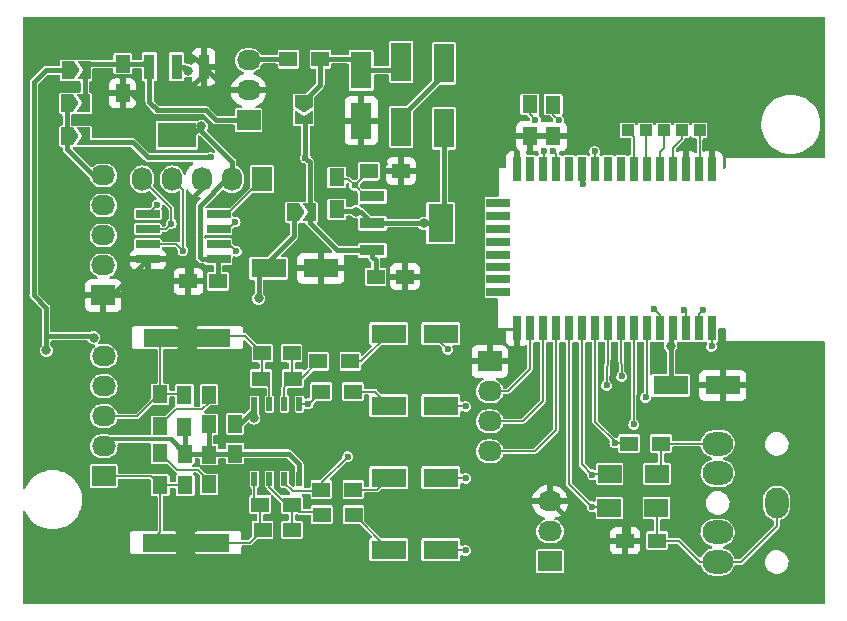
<source format=gtl>
%TF.GenerationSoftware,KiCad,Pcbnew,6.0.5-a6ca702e91~116~ubuntu20.04.1*%
%TF.CreationDate,2022-06-15T21:03:55+02:00*%
%TF.ProjectId,vwcdpic_with_BT,76776364-7069-4635-9f77-6974685f4254,rev?*%
%TF.SameCoordinates,Original*%
%TF.FileFunction,Copper,L1,Top*%
%TF.FilePolarity,Positive*%
%FSLAX46Y46*%
G04 Gerber Fmt 4.6, Leading zero omitted, Abs format (unit mm)*
G04 Created by KiCad (PCBNEW 6.0.5-a6ca702e91~116~ubuntu20.04.1) date 2022-06-15 21:03:55*
%MOMM*%
%LPD*%
G01*
G04 APERTURE LIST*
G04 Aperture macros list*
%AMFreePoly0*
4,1,6,1.000000,0.000000,0.500000,-0.750000,-0.500000,-0.750000,-0.500000,0.750000,0.500000,0.750000,1.000000,0.000000,1.000000,0.000000,$1*%
%AMFreePoly1*
4,1,6,0.500000,-0.750000,-0.650000,-0.750000,-0.150000,0.000000,-0.650000,0.750000,0.500000,0.750000,0.500000,-0.750000,0.500000,-0.750000,$1*%
G04 Aperture macros list end*
%TA.AperFunction,SMDPad,CuDef*%
%ADD10R,2.999740X1.600200*%
%TD*%
%TA.AperFunction,SMDPad,CuDef*%
%ADD11R,1.500000X1.300000*%
%TD*%
%TA.AperFunction,SMDPad,CuDef*%
%ADD12R,1.300000X1.500000*%
%TD*%
%TA.AperFunction,SMDPad,CuDef*%
%ADD13R,0.508000X1.143000*%
%TD*%
%TA.AperFunction,SMDPad,CuDef*%
%ADD14R,1.500000X1.250000*%
%TD*%
%TA.AperFunction,SMDPad,CuDef*%
%ADD15R,1.250000X1.500000*%
%TD*%
%TA.AperFunction,ComponentPad*%
%ADD16R,2.032000X1.727200*%
%TD*%
%TA.AperFunction,ComponentPad*%
%ADD17O,2.032000X1.727200*%
%TD*%
%TA.AperFunction,SMDPad,CuDef*%
%ADD18R,2.000000X1.600000*%
%TD*%
%TA.AperFunction,ComponentPad*%
%ADD19R,1.727200X2.032000*%
%TD*%
%TA.AperFunction,ComponentPad*%
%ADD20O,1.727200X2.032000*%
%TD*%
%TA.AperFunction,SMDPad,CuDef*%
%ADD21FreePoly0,0.000000*%
%TD*%
%TA.AperFunction,SMDPad,CuDef*%
%ADD22FreePoly1,0.000000*%
%TD*%
%TA.AperFunction,SMDPad,CuDef*%
%ADD23R,1.000000X1.000000*%
%TD*%
%TA.AperFunction,SMDPad,CuDef*%
%ADD24R,0.800000X2.000000*%
%TD*%
%TA.AperFunction,SMDPad,CuDef*%
%ADD25R,2.000000X0.800000*%
%TD*%
%TA.AperFunction,ComponentPad*%
%ADD26O,2.000000X2.600000*%
%TD*%
%TA.AperFunction,ComponentPad*%
%ADD27O,2.600000X2.000000*%
%TD*%
%TA.AperFunction,SMDPad,CuDef*%
%ADD28R,0.950000X2.150000*%
%TD*%
%TA.AperFunction,SMDPad,CuDef*%
%ADD29R,3.250000X2.150000*%
%TD*%
%TA.AperFunction,SMDPad,CuDef*%
%ADD30R,2.150000X0.950000*%
%TD*%
%TA.AperFunction,SMDPad,CuDef*%
%ADD31R,2.150000X3.250000*%
%TD*%
%TA.AperFunction,SMDPad,CuDef*%
%ADD32R,1.699260X3.299460*%
%TD*%
%TA.AperFunction,SMDPad,CuDef*%
%ADD33FreePoly0,270.000000*%
%TD*%
%TA.AperFunction,SMDPad,CuDef*%
%ADD34FreePoly1,270.000000*%
%TD*%
%TA.AperFunction,SMDPad,CuDef*%
%ADD35R,1.800860X3.149600*%
%TD*%
%TA.AperFunction,SMDPad,CuDef*%
%ADD36R,2.000000X0.700000*%
%TD*%
%TA.AperFunction,ViaPad*%
%ADD37C,0.500000*%
%TD*%
%TA.AperFunction,ViaPad*%
%ADD38C,0.800000*%
%TD*%
%TA.AperFunction,ViaPad*%
%ADD39C,0.600000*%
%TD*%
%TA.AperFunction,Conductor*%
%ADD40C,0.400000*%
%TD*%
%TA.AperFunction,Conductor*%
%ADD41C,0.150000*%
%TD*%
%TA.AperFunction,Conductor*%
%ADD42C,0.350000*%
%TD*%
%TA.AperFunction,Conductor*%
%ADD43C,0.200000*%
%TD*%
G04 APERTURE END LIST*
D10*
%TO.P,C14,1*%
%TO.N,/OA_A_OUT*%
X72229640Y-78333600D03*
%TO.P,C14,2*%
%TO.N,/AOUTL*%
X67830360Y-78333600D03*
%TD*%
%TO.P,C9,1*%
%TO.N,/OA_B_OUT*%
X72369640Y-60980000D03*
%TO.P,C9,2*%
%TO.N,/AOUTR*%
X67970360Y-60980000D03*
%TD*%
%TO.P,C6,1*%
%TO.N,Net-(C6-Pad1)*%
X87232160Y-78917800D03*
%TO.P,C6,2*%
%TO.N,/BTOUTR*%
X91631440Y-78917800D03*
%TD*%
D11*
%TO.P,R8,1*%
%TO.N,/OA_A_IN_N*%
X81557800Y-75971400D03*
%TO.P,R8,2*%
%TO.N,Net-(C6-Pad1)*%
X84257800Y-75971400D03*
%TD*%
D12*
%TO.P,R10,1*%
%TO.N,/RC_A_OUT*%
X67867200Y-70764400D03*
%TO.P,R10,2*%
%TO.N,/AOUTL*%
X67867200Y-73464400D03*
%TD*%
%TO.P,R11,1*%
%TO.N,GNDA*%
X69920000Y-68520000D03*
%TO.P,R11,2*%
%TO.N,/AOUTR*%
X69920000Y-65820000D03*
%TD*%
D11*
%TO.P,R15,1*%
%TO.N,/OA_B_IN_N*%
X79097800Y-64439800D03*
%TO.P,R15,2*%
%TO.N,/OA_B_OUT*%
X76397800Y-64439800D03*
%TD*%
D13*
%TO.P,U3,1*%
%TO.N,/OA_A_OUT*%
X75842800Y-72948800D03*
%TO.P,U3,2,-*%
%TO.N,/OA_A_IN_N*%
X77112800Y-72948800D03*
%TO.P,U3,3,+*%
%TO.N,/OA_A_IN_P*%
X78382800Y-72948800D03*
%TO.P,U3,4,V-*%
%TO.N,GNDA*%
X79652800Y-72948800D03*
%TO.P,U3,5,+*%
%TO.N,/OA_B_IN_P*%
X79652800Y-66598800D03*
%TO.P,U3,6,-*%
%TO.N,/OA_B_IN_N*%
X78382800Y-66598800D03*
%TO.P,U3,7*%
%TO.N,/OA_B_OUT*%
X77112800Y-66598800D03*
%TO.P,U3,8,V+*%
%TO.N,+12C*%
X75842800Y-66598800D03*
%TD*%
D14*
%TO.P,C15,1*%
%TO.N,/OA_B_OUT*%
X76501600Y-62306200D03*
%TO.P,C15,2*%
%TO.N,/OA_B_IN_N*%
X79001600Y-62306200D03*
%TD*%
%TO.P,C16,1*%
%TO.N,/OA_A_OUT*%
X76527000Y-77241400D03*
%TO.P,C16,2*%
%TO.N,/OA_A_IN_N*%
X79027000Y-77241400D03*
%TD*%
D10*
%TO.P,C20,1*%
%TO.N,Net-(C20-Pad1)*%
X87232160Y-60629800D03*
%TO.P,C20,2*%
%TO.N,/BTOUTL*%
X91631440Y-60629800D03*
%TD*%
D11*
%TO.P,R18,1*%
%TO.N,/OA_A_IN_N*%
X79017800Y-75107800D03*
%TO.P,R18,2*%
%TO.N,/OA_A_OUT*%
X76317800Y-75107800D03*
%TD*%
%TO.P,R21,1*%
%TO.N,/OA_B_IN_N*%
X81253000Y-62992000D03*
%TO.P,R21,2*%
%TO.N,Net-(C20-Pad1)*%
X83953000Y-62992000D03*
%TD*%
%TO.P,R23,1*%
%TO.N,Net-(C21-Pad1)*%
X84207000Y-73837800D03*
%TO.P,R23,2*%
%TO.N,/OA_A_IN_P*%
X81507000Y-73837800D03*
%TD*%
D15*
%TO.P,C7,1*%
%TO.N,/RC_B_OUT*%
X72007400Y-65813600D03*
%TO.P,C7,2*%
%TO.N,GNDA*%
X72007400Y-68313600D03*
%TD*%
%TO.P,C8,1*%
%TO.N,/RC_A_OUT*%
X72007400Y-73393600D03*
%TO.P,C8,2*%
%TO.N,GNDA*%
X72007400Y-70893600D03*
%TD*%
D16*
%TO.P,P3,1,Pin_1*%
%TO.N,GND*%
X95758000Y-62992000D03*
D17*
%TO.P,P3,2,Pin_2*%
%TO.N,/IN_DETECT*%
X95758000Y-65532000D03*
%TO.P,P3,3,Pin_3*%
%TO.N,/INR*%
X95758000Y-68072000D03*
%TO.P,P3,4,Pin_4*%
%TO.N,/INL*%
X95758000Y-70612000D03*
%TD*%
D12*
%TO.P,R9,1*%
%TO.N,/RC_B_OUT*%
X67850000Y-68480000D03*
%TO.P,R9,2*%
%TO.N,/AOUTR*%
X67850000Y-65780000D03*
%TD*%
%TO.P,R12,1*%
%TO.N,GNDA*%
X69975400Y-70793600D03*
%TO.P,R12,2*%
%TO.N,/AOUTL*%
X69975400Y-73493600D03*
%TD*%
D10*
%TO.P,C19,1*%
%TO.N,Net-(C19-Pad1)*%
X87232160Y-66725800D03*
%TO.P,C19,2*%
%TO.N,/BTOUTLN*%
X91631440Y-66725800D03*
%TD*%
D14*
%TO.P,C4,1*%
%TO.N,+5V*%
X72760220Y-56219610D03*
%TO.P,C4,2*%
%TO.N,GND*%
X70260220Y-56219610D03*
%TD*%
D12*
%TO.P,D3,1,K*%
%TO.N,GND*%
X99151600Y-43922000D03*
%TO.P,D3,2,A*%
%TO.N,/LED_R*%
X99151600Y-41222000D03*
%TD*%
D18*
%TO.P,C27,1*%
%TO.N,/MICN*%
X105876600Y-75401800D03*
%TO.P,C27,2*%
%TO.N,/MIC_IN_N*%
X109876600Y-75401800D03*
%TD*%
%TO.P,C23,1*%
%TO.N,/MICP*%
X105927400Y-72506200D03*
%TO.P,C23,2*%
%TO.N,/MIC_IN_P*%
X109927400Y-72506200D03*
%TD*%
D11*
%TO.P,R25,1*%
%TO.N,GND*%
X107237800Y-78170400D03*
%TO.P,R25,2*%
%TO.N,/MIC_IN_N*%
X109937800Y-78170400D03*
%TD*%
%TO.P,R27,1*%
%TO.N,/MIC_IN_P*%
X110268000Y-69940800D03*
%TO.P,R27,2*%
%TO.N,/MIC_BIAS*%
X107568000Y-69940800D03*
%TD*%
%TO.P,R20,1*%
%TO.N,Net-(C19-Pad1)*%
X84185400Y-65557400D03*
%TO.P,R20,2*%
%TO.N,/OA_B_IN_P*%
X81485400Y-65557400D03*
%TD*%
D12*
%TO.P,D2,1,K*%
%TO.N,GND*%
X101132800Y-43947400D03*
%TO.P,D2,2,A*%
%TO.N,/S{slash}R_R*%
X101132800Y-41247400D03*
%TD*%
D19*
%TO.P,P2,1,Pin_1*%
%TO.N,/RESET*%
X76494020Y-47558210D03*
D20*
%TO.P,P2,2,Pin_2*%
%TO.N,+5V*%
X73954020Y-47558210D03*
%TO.P,P2,3,Pin_3*%
%TO.N,GND*%
X71414020Y-47558210D03*
%TO.P,P2,4,Pin_4*%
%TO.N,/PDATA*%
X68874020Y-47558210D03*
%TO.P,P2,5,Pin_5*%
%TO.N,/PCLK*%
X66334020Y-47558210D03*
%TD*%
D15*
%TO.P,C12,1*%
%TO.N,+12C*%
X74191800Y-68289800D03*
%TO.P,C12,2*%
%TO.N,GNDA*%
X74191800Y-70789800D03*
%TD*%
D12*
%TO.P,R19,1*%
%TO.N,/ADJ*%
X82804000Y-47418000D03*
%TO.P,R19,2*%
%TO.N,+BATT*%
X82804000Y-50118000D03*
%TD*%
D15*
%TO.P,C25,1*%
%TO.N,Net-(C25-Pad1)*%
X64684910Y-37793610D03*
%TO.P,C25,2*%
%TO.N,GND*%
X64684910Y-40293610D03*
%TD*%
D16*
%TO.P,P4,1,Pin_1*%
%TO.N,/MIC_IN_L_ALT*%
X100866200Y-79923000D03*
D17*
%TO.P,P4,2,Pin_2*%
%TO.N,/MIC_IN_P_ALT*%
X100866200Y-77383000D03*
%TO.P,P4,3,Pin_3*%
%TO.N,GND*%
X100866200Y-74843000D03*
%TD*%
D21*
%TO.P,JP1,1,1*%
%TO.N,+12V*%
X79095000Y-50370000D03*
D22*
%TO.P,JP1,2,2*%
%TO.N,Net-(C2-Pad1)*%
X80545000Y-50370000D03*
%TD*%
D21*
%TO.P,JP3,1,1*%
%TO.N,/CDC_ENA_12V*%
X59981000Y-43942000D03*
D22*
%TO.P,JP3,2,2*%
%TO.N,Net-(C2-Pad1)*%
X61431000Y-43942000D03*
%TD*%
D11*
%TO.P,R28,1*%
%TO.N,+5V*%
X78726710Y-37398210D03*
%TO.P,R28,2*%
%TO.N,/filt_5v*%
X81426710Y-37398210D03*
%TD*%
D14*
%TO.P,C2,1*%
%TO.N,Net-(C2-Pad1)*%
X86095518Y-55817502D03*
%TO.P,C2,2*%
%TO.N,GND*%
X88595518Y-55817502D03*
%TD*%
D23*
%TO.P,J4,1,Pin_1*%
%TO.N,Net-(J4-Pad1)*%
X108966000Y-43434000D03*
%TD*%
D10*
%TO.P,C38,1*%
%TO.N,+12V*%
X77048360Y-55118000D03*
%TO.P,C38,2*%
%TO.N,GND*%
X81447640Y-55118000D03*
%TD*%
D24*
%TO.P,U5,1,GND*%
%TO.N,GND*%
X114574000Y-46697000D03*
%TO.P,U5,2,RF_OUT*%
%TO.N,Net-(J1-Pad1)*%
X113474000Y-46697000D03*
%TO.P,U5,3,GND*%
%TO.N,GND*%
X112374000Y-46697000D03*
%TO.P,U5,4,PREV/VOL-*%
%TO.N,Net-(J2-Pad1)*%
X111274000Y-46697000D03*
%TO.P,U5,5,NEXT/VOL+*%
%TO.N,Net-(J3-Pad1)*%
X110174000Y-46697000D03*
%TO.P,U5,6,PP/CALL*%
%TO.N,Net-(J4-Pad1)*%
X109074000Y-46697000D03*
%TO.P,U5,7,WAKEUP*%
%TO.N,Net-(J5-Pad1)*%
X107974000Y-46697000D03*
%TO.P,U5,8,NC*%
%TO.N,unconnected-(U5-Pad8)*%
X106874000Y-46697000D03*
%TO.P,U5,9,NC*%
%TO.N,unconnected-(U5-Pad9)*%
X105774000Y-46697000D03*
%TO.P,U5,10,TX(GPIO0)*%
%TO.N,/RX*%
X104674000Y-46697000D03*
%TO.P,U5,11,RX(GPIO1)*%
%TO.N,/TX*%
X103574000Y-46697000D03*
%TO.P,U5,12,MODE*%
%TO.N,unconnected-(U5-Pad12)*%
X102474000Y-46697000D03*
%TO.P,U5,13,S/R*%
%TO.N,/S{slash}R*%
X101374000Y-46697000D03*
%TO.P,U5,14,LED*%
%TO.N,/LED*%
X100274000Y-46697000D03*
%TO.P,U5,15,MUTE*%
%TO.N,/MUTE*%
X99174000Y-46697000D03*
%TO.P,U5,16,GND*%
%TO.N,GND*%
X98074000Y-46697000D03*
D25*
%TO.P,U5,17,NC*%
%TO.N,unconnected-(U5-Pad17)*%
X96474000Y-49597000D03*
%TO.P,U5,18,SD_CMD*%
%TO.N,unconnected-(U5-Pad18)*%
X96474000Y-50697000D03*
%TO.P,U5,19,STAT*%
%TO.N,unconnected-(U5-Pad19)*%
X96474000Y-51797000D03*
%TO.P,U5,20,SD_DATA*%
%TO.N,unconnected-(U5-Pad20)*%
X96474000Y-52897000D03*
%TO.P,U5,21,SD_CLK*%
%TO.N,unconnected-(U5-Pad21)*%
X96474000Y-53947000D03*
%TO.P,U5,22,S/R*%
%TO.N,unconnected-(U5-Pad22)*%
X96474000Y-54997000D03*
%TO.P,U5,23,MODE*%
%TO.N,unconnected-(U5-Pad23)*%
X96474000Y-56047000D03*
%TO.P,U5,24,DPIO2*%
%TO.N,unconnected-(U5-Pad24)*%
X96474000Y-57096996D03*
D24*
%TO.P,U5,25,GND*%
%TO.N,GND*%
X98074000Y-60197000D03*
%TO.P,U5,26,AUX_DET(GPIO3)*%
%TO.N,/IN_DETECT*%
X99174000Y-60197000D03*
%TO.P,U5,27,AUX_R*%
%TO.N,/INR*%
X100274000Y-60197000D03*
%TO.P,U5,28,AUX_L*%
%TO.N,/INL*%
X101374000Y-60197000D03*
%TO.P,U5,29,MICN*%
%TO.N,/MICN*%
X102474000Y-60197000D03*
%TO.P,U5,30,MICIP*%
%TO.N,/MICP*%
X103574000Y-60197000D03*
%TO.P,U5,31,V2MICBIAS*%
%TO.N,/MIC_BIAS*%
X104674000Y-60197000D03*
%TO.P,U5,32,AUDIOLN*%
%TO.N,/BTOUTLN*%
X105774000Y-60197000D03*
%TO.P,U5,33,AUDIOLP*%
%TO.N,/BTOUTL*%
X106874000Y-60197000D03*
%TO.P,U5,34,AUDIORP*%
%TO.N,/BTOUTR*%
X107974000Y-60197000D03*
%TO.P,U5,35,AUDIORN*%
%TO.N,/BTOUTRN*%
X109074000Y-60197000D03*
%TO.P,U5,36,VBUS*%
%TO.N,/VBUS*%
X110174000Y-60197000D03*
%TO.P,U5,37,VBAT*%
%TO.N,+BATT*%
X111274000Y-60197000D03*
%TO.P,U5,38,VCC3YS*%
%TO.N,/VCC3SYS*%
X112374000Y-60197000D03*
%TO.P,U5,39,VCC3IO*%
%TO.N,/VCC3IO*%
X113474000Y-60197000D03*
%TO.P,U5,40,AGND*%
%TO.N,/AGND*%
X114574000Y-60197000D03*
%TD*%
D16*
%TO.P,J6,1,Pin_1*%
%TO.N,/AOUTL*%
X63092000Y-72714800D03*
D17*
%TO.P,J6,2,Pin_2*%
%TO.N,GNDA*%
X63092000Y-70174800D03*
%TO.P,J6,3,Pin_3*%
%TO.N,/AOUTR*%
X63092000Y-67634800D03*
%TO.P,J6,4,Pin_4*%
%TO.N,GNDA*%
X63092000Y-65094800D03*
%TO.P,J6,5,Pin_5*%
%TO.N,/12Vin*%
X63092000Y-62554800D03*
%TD*%
D23*
%TO.P,J1,1,Pin_1*%
%TO.N,Net-(J1-Pad1)*%
X113538000Y-43434000D03*
%TD*%
D26*
%TO.P,J7,1,1*%
%TO.N,/MIC_IN_N*%
X120062000Y-74970000D03*
D27*
%TO.P,J7,2,2*%
X115062000Y-79970000D03*
%TO.P,J7,3,3*%
%TO.N,/MIC_IN_L_ALT*%
X115062000Y-77470000D03*
%TO.P,J7,4,4*%
%TO.N,/MIC_IN_P_ALT*%
X115062000Y-72470000D03*
%TO.P,J7,5,5*%
%TO.N,/MIC_IN_P*%
X115062000Y-69970000D03*
%TD*%
D21*
%TO.P,JP5,1,1*%
%TO.N,/CDC_ENA_12V*%
X59981000Y-41148000D03*
D22*
%TO.P,JP5,2,2*%
%TO.N,Net-(C25-Pad1)*%
X61431000Y-41148000D03*
%TD*%
D23*
%TO.P,J5,1,Pin_1*%
%TO.N,Net-(J5-Pad1)*%
X107442000Y-43434000D03*
%TD*%
D16*
%TO.P,J8,1,Pin_1*%
%TO.N,GND*%
X63054910Y-57408010D03*
D17*
%TO.P,J8,2,Pin_2*%
%TO.N,/Clock*%
X63054910Y-54868010D03*
%TO.P,J8,3,Pin_3*%
%TO.N,/DataIn*%
X63054910Y-52328010D03*
%TO.P,J8,4,Pin_4*%
%TO.N,/DataOut*%
X63054910Y-49788010D03*
%TO.P,J8,5,Pin_5*%
%TO.N,/CDC_ENA_12V*%
X63054910Y-47248010D03*
%TD*%
D10*
%TO.P,C21,1*%
%TO.N,Net-(C21-Pad1)*%
X87232160Y-72821800D03*
%TO.P,C21,2*%
%TO.N,/BTOUTRN*%
X91631440Y-72821800D03*
%TD*%
D28*
%TO.P,U4,1,ADJ/GND*%
%TO.N,GND*%
X71556910Y-38048610D03*
D29*
%TO.P,U4,2,VOUT*%
%TO.N,+5V*%
X69256910Y-43848610D03*
D28*
X69256910Y-38048610D03*
%TO.P,U4,3,VIN*%
%TO.N,Net-(C25-Pad1)*%
X66956910Y-38048610D03*
%TD*%
D10*
%TO.P,C36,1*%
%TO.N,+BATT*%
X111084360Y-65024000D03*
%TO.P,C36,2*%
%TO.N,GND*%
X115483640Y-65024000D03*
%TD*%
D30*
%TO.P,U1,1,ADJ/GND*%
%TO.N,/ADJ*%
X85817118Y-48996302D03*
D31*
%TO.P,U1,2,VOUT*%
%TO.N,+BATT*%
X91617118Y-51296302D03*
D30*
X85817118Y-51296302D03*
%TO.P,U1,3,VIN*%
%TO.N,Net-(C2-Pad1)*%
X85817118Y-53596302D03*
%TD*%
D32*
%TO.P,D1,1,K*%
%TO.N,/4V3*%
X88277110Y-43146230D03*
%TO.P,D1,2,A*%
%TO.N,/filt_5v*%
X88277110Y-37644590D03*
%TD*%
%TO.P,D4,1,K*%
%TO.N,+BATT*%
X91909310Y-43255450D03*
%TO.P,D4,2,A*%
%TO.N,/4V3*%
X91909310Y-37753810D03*
%TD*%
D11*
%TO.P,R13,1*%
%TO.N,/ADJ*%
X85538318Y-46876702D03*
%TO.P,R13,2*%
%TO.N,GND*%
X88238318Y-46876702D03*
%TD*%
D33*
%TO.P,JP2,1,1*%
%TO.N,/filt_5v*%
X80010000Y-40968000D03*
D34*
%TO.P,JP2,2,2*%
%TO.N,Net-(C2-Pad1)*%
X80010000Y-42418000D03*
%TD*%
D16*
%TO.P,P1,1,Pin_1*%
%TO.N,Net-(C25-Pad1)*%
X75348510Y-42579810D03*
D17*
%TO.P,P1,2,Pin_2*%
%TO.N,GND*%
X75348510Y-40039810D03*
%TO.P,P1,3,Pin_3*%
%TO.N,+5V*%
X75348510Y-37499810D03*
%TD*%
D23*
%TO.P,J3,1,Pin_1*%
%TO.N,Net-(J3-Pad1)*%
X110490000Y-43434000D03*
%TD*%
D35*
%TO.P,C35,1*%
%TO.N,/filt_5v*%
X84879860Y-38346300D03*
%TO.P,C35,2*%
%TO.N,GND*%
X84879860Y-42598260D03*
%TD*%
D23*
%TO.P,J2,1,Pin_1*%
%TO.N,Net-(J2-Pad1)*%
X112014000Y-43434000D03*
%TD*%
D36*
%TO.P,U6,1,VDD*%
%TO.N,+5V*%
X72825000Y-54340010D03*
%TO.P,U6,2,GP5*%
%TO.N,/TX_PIC*%
X72825000Y-53070010D03*
%TO.P,U6,3,GP4*%
%TO.N,/RX_PIC*%
X72825000Y-51800010D03*
%TO.P,U6,4,GP3*%
%TO.N,/RESET*%
X72825000Y-50530010D03*
%TO.P,U6,5,GP2*%
%TO.N,/GP2_PIC*%
X66825000Y-50530010D03*
%TO.P,U6,6,GP1*%
%TO.N,/PCLK*%
X66825000Y-51800010D03*
%TO.P,U6,7,GP0*%
%TO.N,/PDATA*%
X66825000Y-53070010D03*
%TO.P,U6,8,VSS*%
%TO.N,GND*%
X66825000Y-54340010D03*
%TD*%
D21*
%TO.P,JP4,1,1*%
%TO.N,+12V*%
X60018000Y-38354000D03*
D22*
%TO.P,JP4,2,2*%
%TO.N,Net-(C25-Pad1)*%
X61468000Y-38354000D03*
%TD*%
D37*
%TO.N,GND*%
X78130000Y-51580000D03*
X77530000Y-52190000D03*
X76880000Y-52840000D03*
X77040000Y-50630000D03*
X77840000Y-49940000D03*
X78760000Y-49030000D03*
X79330000Y-48460000D03*
X79860000Y-47930000D03*
X81200000Y-48740000D03*
X81160000Y-46610000D03*
X81550000Y-48190000D03*
X86880000Y-46310000D03*
X84170000Y-46350000D03*
X81780000Y-45990000D03*
X82390000Y-45380000D03*
X83120000Y-44910000D03*
X84480000Y-44960000D03*
X85610000Y-44940000D03*
X86720000Y-44930000D03*
X90160000Y-44870000D03*
X90180000Y-46480000D03*
X91210000Y-46400000D03*
X105020000Y-44480000D03*
X104210000Y-44530000D03*
D38*
%TO.N,+5V*%
X70196710Y-38383210D03*
X71360710Y-43077810D03*
D37*
%TO.N,GND*%
X95500000Y-77120000D03*
X101900000Y-61930000D03*
X98950000Y-79180000D03*
X103000000Y-68120000D03*
X108490000Y-63700000D03*
X94310000Y-79640000D03*
X106180000Y-44200000D03*
X107320000Y-45080000D03*
X110370000Y-80310000D03*
X98480000Y-67350000D03*
X109270000Y-42230000D03*
X98390000Y-72710000D03*
X96560000Y-73480000D03*
X93800000Y-69730000D03*
X108630000Y-67820000D03*
X95460000Y-61180000D03*
X97620000Y-67350000D03*
X108500000Y-64570000D03*
X98970000Y-78110000D03*
X99290000Y-66390000D03*
X112110000Y-42220000D03*
X94660000Y-54300000D03*
X113640000Y-68430000D03*
X101830000Y-70780000D03*
X95020000Y-75100000D03*
X103020000Y-61930000D03*
X98970000Y-77200000D03*
X112990000Y-80290000D03*
X102600000Y-45090000D03*
X101900000Y-63700000D03*
X112080000Y-80290000D03*
X117520000Y-68430000D03*
X119360000Y-68440000D03*
X95900000Y-60230000D03*
X97650000Y-44730000D03*
X111690000Y-68470000D03*
X97690000Y-71220000D03*
X94650000Y-53370000D03*
X97670000Y-70070000D03*
X99730000Y-64750000D03*
X106320000Y-61930000D03*
X97280000Y-76970000D03*
X96230000Y-76380000D03*
X95220000Y-79020000D03*
D38*
X107470200Y-76758500D03*
D37*
X103020000Y-63700000D03*
X99730000Y-62860000D03*
X108920000Y-68470000D03*
X114570000Y-68440000D03*
X107440000Y-63700000D03*
X109560000Y-61930000D03*
X101950000Y-82030000D03*
X95900000Y-59320000D03*
X107600000Y-80310000D03*
X101660000Y-69410000D03*
X121240000Y-68420000D03*
X99390000Y-69950000D03*
X97500000Y-72010000D03*
D38*
X70522510Y-37413610D03*
D37*
X106490000Y-65470000D03*
X102860000Y-81070000D03*
X96660000Y-77580000D03*
X95910000Y-58390000D03*
X99120000Y-71940000D03*
X108490000Y-62860000D03*
X95990000Y-47520000D03*
X103800000Y-80290000D03*
X100820000Y-66340000D03*
X105220000Y-66650000D03*
X98980000Y-76270000D03*
X100130000Y-72510000D03*
X93780000Y-68700000D03*
X98320000Y-63670000D03*
X104150000Y-62860000D03*
X114900000Y-42840000D03*
X110180000Y-42230000D03*
X122170000Y-68430000D03*
X101020000Y-82020000D03*
X99980000Y-67460000D03*
X100820000Y-67330000D03*
X93780000Y-67790000D03*
X101900000Y-64740000D03*
X99290000Y-68130000D03*
X111180000Y-42230000D03*
X98950000Y-81040000D03*
X94850000Y-77790000D03*
X93110000Y-75170000D03*
X94940000Y-76210000D03*
X93912323Y-76223439D03*
X98320000Y-66340000D03*
X94550000Y-61180000D03*
X102860000Y-80160000D03*
X105460000Y-45080000D03*
X120310000Y-68430000D03*
X95990000Y-78230000D03*
X96600000Y-72320000D03*
X93850000Y-62000000D03*
X101900000Y-62860000D03*
X118450000Y-68440000D03*
X106180000Y-43290000D03*
X100810000Y-65570000D03*
X100180000Y-69180000D03*
X113040000Y-42230000D03*
X96250000Y-45390000D03*
X107410000Y-42230000D03*
X100810000Y-70290000D03*
X108530000Y-80300000D03*
X103020000Y-62860000D03*
X96970000Y-75630000D03*
X107430000Y-65510000D03*
X106190000Y-42360000D03*
X102860000Y-82030000D03*
X108540000Y-66720000D03*
X109560000Y-62860000D03*
X94460000Y-44850000D03*
X102870000Y-79230000D03*
X94520000Y-73490000D03*
X108500000Y-65500000D03*
X93530000Y-44860000D03*
X105290000Y-67750000D03*
X115480000Y-68440000D03*
X95390000Y-44860000D03*
X94650000Y-52520000D03*
X101030000Y-71620000D03*
X98410000Y-71190000D03*
X94650000Y-55230000D03*
D38*
X69227110Y-40928810D03*
D37*
X100810000Y-64730000D03*
X109460000Y-80310000D03*
X96660000Y-74320000D03*
X107440000Y-62860000D03*
X93800000Y-64720000D03*
X99730000Y-65590000D03*
X110780000Y-68470000D03*
X92990000Y-46390000D03*
X98960000Y-80110000D03*
X114890000Y-44680000D03*
X100090000Y-82030000D03*
X106380000Y-66650000D03*
X99730000Y-63700000D03*
X109560000Y-63700000D03*
X94650000Y-56140000D03*
X97930000Y-74710000D03*
X114890000Y-43770000D03*
X107430000Y-64840000D03*
X103000000Y-69670000D03*
X104130000Y-66950000D03*
X93060000Y-76190000D03*
X99940000Y-71140000D03*
X106320000Y-63700000D03*
X105200000Y-62870000D03*
X98970000Y-75340000D03*
X94650000Y-51610000D03*
X100830000Y-68500000D03*
X97560000Y-73460000D03*
X95500000Y-73450000D03*
X98640000Y-62860000D03*
X94520000Y-72310000D03*
X100820000Y-63700000D03*
X109850000Y-68460000D03*
X93750000Y-71640000D03*
X98050000Y-65520000D03*
X104130000Y-65550000D03*
X104730000Y-80280000D03*
X98120000Y-76100000D03*
X113950000Y-42230000D03*
X95990000Y-48430000D03*
X105200000Y-61940000D03*
X98660000Y-74000000D03*
X116590000Y-68440000D03*
X108490000Y-61930000D03*
X97660000Y-68680000D03*
X107400000Y-66630000D03*
D38*
X66204510Y-41147410D03*
D37*
X93800000Y-70640000D03*
X107250000Y-67770000D03*
X111150000Y-80280000D03*
X104150000Y-63700000D03*
X94650000Y-49750000D03*
X112710000Y-68440000D03*
X98640000Y-61930000D03*
X96710000Y-60750000D03*
X101880000Y-67530000D03*
X94660000Y-50680000D03*
X103010000Y-64780000D03*
X106320000Y-62860000D03*
X94830000Y-46400000D03*
X104150000Y-61930000D03*
X98780000Y-64870000D03*
X98540000Y-68690000D03*
X105660000Y-80290000D03*
X96980000Y-45070000D03*
X104190000Y-68530000D03*
X93800000Y-65630000D03*
X100820000Y-61930000D03*
X94270000Y-78380000D03*
X94630000Y-57060000D03*
X93850000Y-62910000D03*
X95580000Y-46750000D03*
X99730000Y-61930000D03*
X101900000Y-65900000D03*
X100820000Y-62860000D03*
X107440000Y-61930000D03*
X103530000Y-45080000D03*
X95560000Y-72290000D03*
X93920000Y-46400000D03*
X99380000Y-73270000D03*
X102860000Y-78300000D03*
X106160000Y-67770000D03*
X108340000Y-42220000D03*
X103000000Y-66490000D03*
X98950000Y-81950000D03*
X98560000Y-70060000D03*
X95860000Y-75080000D03*
X106390000Y-45070000D03*
X94010000Y-75090000D03*
X106570000Y-80290000D03*
X97370000Y-66360000D03*
X105200000Y-63710000D03*
X123080000Y-68430000D03*
D38*
%TO.N,+12V*%
X62230000Y-60980000D03*
X76200000Y-57658000D03*
X58220000Y-62060000D03*
D39*
%TO.N,/S{slash}R_R*%
X101590000Y-42575800D03*
D38*
%TO.N,+BATT*%
X90158302Y-51296302D03*
X84449918Y-50305702D03*
X111084360Y-61685640D03*
D39*
%TO.N,/BTOUTL*%
X106934000Y-64262000D03*
X92202000Y-61976000D03*
%TO.N,/BTOUTR*%
X107960000Y-68330000D03*
X93726000Y-78994000D03*
D38*
%TO.N,+12C*%
X75792000Y-67792600D03*
D39*
%TO.N,/MIC_BIAS*%
X106346000Y-69890000D03*
%TO.N,/BTOUTRN*%
X93726000Y-72898000D03*
X108966000Y-66040000D03*
%TO.N,/BTOUTLN*%
X93726000Y-66802000D03*
X105664000Y-65024000D03*
%TO.N,/MICP*%
X104441000Y-72582400D03*
%TO.N,/MICN*%
X104415600Y-75300200D03*
%TO.N,/LED_R*%
X99634200Y-42550400D03*
%TO.N,/S{slash}R*%
X101145500Y-45192000D03*
%TO.N,/LED*%
X100330000Y-45212000D03*
%TO.N,/PCLK*%
X68803220Y-51317410D03*
%TO.N,/PDATA*%
X69793820Y-53628810D03*
%TO.N,/RX*%
X104648000Y-45212000D03*
%TO.N,/TX*%
X103632000Y-48006000D03*
%TO.N,/AGND*%
X114554000Y-61722000D03*
%TO.N,/OA_B_IN_P*%
X80393200Y-66573400D03*
%TO.N,/OA_A_IN_P*%
X83746000Y-71043800D03*
%TO.N,/TX_PIC*%
X74318898Y-53679610D03*
%TO.N,/RX_PIC*%
X74213420Y-51190410D03*
%TO.N,/GP2_PIC*%
X67584020Y-49742610D03*
%TO.N,/ADJ*%
X84322918Y-48095902D03*
%TO.N,/VBUS*%
X109654500Y-58552400D03*
%TO.N,/VCC3SYS*%
X112245300Y-58654000D03*
%TO.N,/VCC3IO*%
X113820100Y-58654000D03*
%TO.N,Net-(C2-Pad1)*%
X80160000Y-45760000D03*
X72136000Y-45720000D03*
%TD*%
D40*
%TO.N,/CDC_ENA_12V*%
X59981000Y-43942000D02*
X59981000Y-45021000D01*
X59981000Y-45021000D02*
X62208010Y-47248010D01*
X62208010Y-47248010D02*
X63054910Y-47248010D01*
%TO.N,+5V*%
X72825000Y-54340010D02*
X71394020Y-54340010D01*
X71394020Y-54340010D02*
X71241620Y-54187610D01*
X69862110Y-38048610D02*
X70196710Y-38383210D01*
X72760220Y-56219610D02*
X72760220Y-54404790D01*
X75450110Y-37398210D02*
X75348510Y-37499810D01*
X78726710Y-37398210D02*
X75450110Y-37398210D01*
X71241620Y-49793410D02*
X73476820Y-47558210D01*
X71241620Y-54187610D02*
X71241620Y-49793410D01*
X69256910Y-43848610D02*
X70589910Y-43848610D01*
X71360710Y-43077810D02*
X71360710Y-43494210D01*
X70589910Y-43848610D02*
X71360710Y-43077810D01*
X69256910Y-38048610D02*
X69862110Y-38048610D01*
X71360710Y-43494210D02*
X73954020Y-46087520D01*
X73954020Y-46087520D02*
X73954020Y-47558210D01*
X72760220Y-54404790D02*
X72825000Y-54340010D01*
%TO.N,GND*%
X100866200Y-74843000D02*
X104193600Y-78170400D01*
X70479620Y-53861558D02*
X70479620Y-53628810D01*
X64684910Y-40293610D02*
X65350710Y-40293610D01*
X73548110Y-40039810D02*
X71556910Y-38048610D01*
X71414020Y-47558210D02*
X71414020Y-48325610D01*
X70260220Y-56219610D02*
X70474220Y-56005610D01*
X66825000Y-54340010D02*
X70423420Y-54340010D01*
X99151600Y-43922000D02*
X101107400Y-43922000D01*
X70522510Y-37413610D02*
X70921910Y-37413610D01*
X70474220Y-56005610D02*
X70474220Y-53866958D01*
X71414020Y-48325610D02*
X70479620Y-49260010D01*
X70921910Y-37413610D02*
X71556910Y-38048610D01*
X95758000Y-62992000D02*
X95758000Y-62513000D01*
X70479620Y-54283810D02*
X70479620Y-53861558D01*
X101107400Y-43922000D02*
X101132800Y-43947400D01*
X63757000Y-57408010D02*
X66825000Y-54340010D01*
X63119400Y-57489610D02*
X63766110Y-57489610D01*
X107470200Y-76758500D02*
X107470200Y-77938000D01*
X104193600Y-78170400D02*
X107237800Y-78170400D01*
X70423420Y-54340010D02*
X70479620Y-54283810D01*
X70474220Y-53866958D02*
X70479620Y-53861558D01*
X70479620Y-49260010D02*
X70479620Y-53628810D01*
X75348510Y-40039810D02*
X73548110Y-40039810D01*
X65350710Y-40293610D02*
X66204510Y-41147410D01*
X69997910Y-40207610D02*
X71556910Y-38648610D01*
X63054910Y-57408010D02*
X63757000Y-57408010D01*
X71556910Y-38648610D02*
X71556910Y-38048610D01*
X69227110Y-40928810D02*
X69997910Y-40207610D01*
X107470200Y-77938000D02*
X107237800Y-78170400D01*
%TO.N,+12V*%
X58220000Y-62060000D02*
X58208000Y-62048000D01*
X79095000Y-50370000D02*
X79095000Y-50506000D01*
X79210000Y-52362000D02*
X76200000Y-55372000D01*
X76200000Y-55372000D02*
X76200000Y-57658000D01*
X62118000Y-60868000D02*
X58208000Y-60868000D01*
X58166000Y-38354000D02*
X57150000Y-39370000D01*
X57150000Y-39370000D02*
X57150000Y-57404000D01*
X58208000Y-62048000D02*
X58208000Y-60868000D01*
X62230000Y-60980000D02*
X62118000Y-60868000D01*
X60018000Y-38354000D02*
X58166000Y-38354000D01*
X79095000Y-50506000D02*
X79210000Y-50621000D01*
X57150000Y-57404000D02*
X58208000Y-58462000D01*
X58208000Y-60868000D02*
X58208000Y-58462000D01*
X79210000Y-50621000D02*
X79210000Y-52362000D01*
D41*
%TO.N,/S{slash}R_R*%
X101132800Y-42118600D02*
X101590000Y-42575800D01*
X101132800Y-41247400D02*
X101132800Y-42118600D01*
D40*
%TO.N,+BATT*%
X91909310Y-43255450D02*
X91909310Y-51004110D01*
X111084360Y-60386640D02*
X111274000Y-60197000D01*
X85817118Y-51296302D02*
X89123518Y-51296302D01*
X89123518Y-51296302D02*
X90158302Y-51296302D01*
X84449918Y-50305702D02*
X84826518Y-50305702D01*
X84826518Y-50305702D02*
X85817118Y-51296302D01*
X91909310Y-51004110D02*
X91617118Y-51296302D01*
X111084360Y-61685640D02*
X111084360Y-60386640D01*
X90158302Y-51296302D02*
X91617118Y-51296302D01*
X111084360Y-65024000D02*
X111084360Y-61685640D01*
X82961403Y-50278487D02*
X84422703Y-50278487D01*
X84422703Y-50278487D02*
X84449918Y-50305702D01*
D41*
%TO.N,/BTOUTL*%
X106934000Y-64262000D02*
X106874000Y-62170000D01*
X92202000Y-61976000D02*
X91631440Y-61405440D01*
X106874000Y-62170000D02*
X106874000Y-60197000D01*
X91631440Y-61405440D02*
X91631440Y-60655200D01*
%TO.N,/BTOUTR*%
X93726000Y-78994000D02*
X93675200Y-78943200D01*
X93675200Y-78943200D02*
X91631440Y-78943200D01*
X107974000Y-63730000D02*
X107974000Y-60197000D01*
X107960000Y-68330000D02*
X107974000Y-63730000D01*
%TO.N,/AOUTL*%
X69946200Y-73464400D02*
X69975400Y-73493600D01*
X67867200Y-73464400D02*
X67867200Y-77466180D01*
X67867200Y-73464400D02*
X69946200Y-73464400D01*
X67867200Y-77466180D02*
X66999780Y-78333600D01*
X63092000Y-72714800D02*
X67117600Y-72714800D01*
X67117600Y-72714800D02*
X67867200Y-73464400D01*
%TO.N,/AOUTR*%
X67867200Y-61268620D02*
X67431580Y-60833000D01*
X67896400Y-65713600D02*
X67867200Y-65684400D01*
X69975400Y-65713600D02*
X67896400Y-65713600D01*
X63092000Y-67634800D02*
X65916800Y-67634800D01*
X65916800Y-67634800D02*
X67867200Y-65684400D01*
X67867200Y-65684400D02*
X67867200Y-61268620D01*
D40*
%TO.N,GNDA*%
X74191800Y-70789800D02*
X78738400Y-70789800D01*
X68752400Y-69570600D02*
X69975400Y-70793600D01*
X69975400Y-70793600D02*
X69975400Y-68413600D01*
X79652800Y-71704200D02*
X79652800Y-72948800D01*
D42*
X63696200Y-69570600D02*
X68752400Y-69570600D01*
D40*
X63092000Y-70174800D02*
X63696200Y-69570600D01*
X69975400Y-70793600D02*
X74188000Y-70793600D01*
X74188000Y-70793600D02*
X74191800Y-70789800D01*
X72007400Y-68313600D02*
X72007400Y-70893600D01*
X78738400Y-70789800D02*
X79652800Y-71704200D01*
%TO.N,+12C*%
X75842800Y-66598800D02*
X75842800Y-67741800D01*
X75842800Y-67741800D02*
X75792000Y-67792600D01*
X75842800Y-67081400D02*
X75842800Y-66598800D01*
X74634400Y-68289800D02*
X75842800Y-67081400D01*
X74191800Y-68289800D02*
X74634400Y-68289800D01*
D41*
%TO.N,Net-(C19-Pad1)*%
X84185400Y-65557400D02*
X86063760Y-65557400D01*
X86063760Y-65557400D02*
X87232160Y-66725800D01*
%TO.N,Net-(C21-Pad1)*%
X86216160Y-73837800D02*
X87232160Y-72821800D01*
X84207000Y-73837800D02*
X86216160Y-73837800D01*
%TO.N,/MIC_BIAS*%
X106346000Y-69890000D02*
X106346000Y-69770000D01*
X106346000Y-69770000D02*
X104674000Y-68098000D01*
X104674000Y-60197000D02*
X104674000Y-66574000D01*
X104674000Y-68098000D02*
X104674000Y-66574000D01*
X107517200Y-69890000D02*
X107568000Y-69940800D01*
X106346000Y-69890000D02*
X107517200Y-69890000D01*
D40*
%TO.N,/CDC_ENA_12V*%
X63050900Y-47244000D02*
X63054910Y-47248010D01*
X59944000Y-41402000D02*
X59944000Y-44413000D01*
X59944000Y-44413000D02*
X59981000Y-44450000D01*
D41*
%TO.N,/BTOUTRN*%
X109074000Y-65932000D02*
X109074000Y-60197000D01*
X91631440Y-72847200D02*
X93675200Y-72847200D01*
X108966000Y-66040000D02*
X109074000Y-65932000D01*
X93675200Y-72847200D02*
X93726000Y-72898000D01*
%TO.N,/BTOUTLN*%
X93675200Y-66751200D02*
X91631440Y-66751200D01*
X105664000Y-65024000D02*
X105774000Y-61866000D01*
X93726000Y-66802000D02*
X93675200Y-66751200D01*
X105774000Y-61866000D02*
X105774000Y-60197000D01*
D43*
%TO.N,/MICP*%
X103574000Y-60197000D02*
X103574000Y-69218600D01*
X103574000Y-71715400D02*
X103574000Y-69218600D01*
X104517200Y-72506200D02*
X104441000Y-72582400D01*
X104441000Y-72582400D02*
X103574000Y-71715400D01*
X105927400Y-72506200D02*
X104517200Y-72506200D01*
%TO.N,/MIC_IN_P*%
X110268000Y-72165600D02*
X109927400Y-72506200D01*
X115032800Y-69940800D02*
X115062000Y-69970000D01*
X110268000Y-69940800D02*
X115032800Y-69940800D01*
X110268000Y-69940800D02*
X110268000Y-72165600D01*
%TO.N,/MICN*%
X104415600Y-75300200D02*
X105775000Y-75300200D01*
X102474000Y-60197000D02*
X102474000Y-73358600D01*
X102474000Y-73358600D02*
X104415600Y-75300200D01*
X105775000Y-75300200D02*
X105876600Y-75401800D01*
%TO.N,/MIC_IN_N*%
X120062000Y-76951200D02*
X120062000Y-74970000D01*
X111781600Y-78170400D02*
X109937800Y-78170400D01*
X109937800Y-75463000D02*
X109876600Y-75401800D01*
X115062000Y-79970000D02*
X117043200Y-79970000D01*
X109937800Y-78170400D02*
X109937800Y-75463000D01*
X117043200Y-79970000D02*
X120062000Y-76951200D01*
X113581200Y-79970000D02*
X111781600Y-78170400D01*
X115062000Y-79970000D02*
X113581200Y-79970000D01*
D41*
%TO.N,/LED_R*%
X99151600Y-42067800D02*
X99151600Y-41222000D01*
X99634200Y-42550400D02*
X99151600Y-42067800D01*
%TO.N,/S{slash}R*%
X101374000Y-46697000D02*
X101374000Y-45420500D01*
X101374000Y-45420500D02*
X101145500Y-45192000D01*
%TO.N,/LED*%
X100330000Y-45212000D02*
X100330000Y-46641000D01*
X100330000Y-46641000D02*
X100274000Y-46697000D01*
%TO.N,/IN_DETECT*%
X99174000Y-63640000D02*
X97282000Y-65532000D01*
X99174000Y-60197000D02*
X99174000Y-63640000D01*
X97282000Y-65532000D02*
X95758000Y-65532000D01*
%TO.N,/INR*%
X100274000Y-66350000D02*
X100274000Y-60197000D01*
X95758000Y-68072000D02*
X98552000Y-68072000D01*
X98552000Y-68072000D02*
X100274000Y-66350000D01*
%TO.N,/INL*%
X101374000Y-68806000D02*
X99568000Y-70612000D01*
X101374000Y-60197000D02*
X101374000Y-68806000D01*
X99568000Y-70612000D02*
X95758000Y-70612000D01*
%TO.N,Net-(J1-Pad1)*%
X113538000Y-46633000D02*
X113474000Y-46697000D01*
X113538000Y-43434000D02*
X113538000Y-46633000D01*
%TO.N,Net-(J2-Pad1)*%
X112014000Y-44196000D02*
X111252000Y-44958000D01*
X111252000Y-44958000D02*
X111274000Y-44980000D01*
X112014000Y-43434000D02*
X112014000Y-44196000D01*
X111274000Y-44980000D02*
X111274000Y-46697000D01*
%TO.N,Net-(J3-Pad1)*%
X110174000Y-45274000D02*
X110174000Y-46697000D01*
X110490000Y-44958000D02*
X110174000Y-45274000D01*
X110490000Y-43434000D02*
X110490000Y-44958000D01*
%TO.N,Net-(J4-Pad1)*%
X108966000Y-46589000D02*
X109074000Y-46697000D01*
X108966000Y-43434000D02*
X108966000Y-46589000D01*
%TO.N,Net-(J5-Pad1)*%
X107974000Y-43966000D02*
X107974000Y-46697000D01*
X107442000Y-43434000D02*
X107974000Y-43966000D01*
%TO.N,Net-(C6-Pad1)*%
X84177800Y-75863440D02*
X87232160Y-78917800D01*
%TO.N,Net-(C20-Pad1)*%
X84869960Y-62992000D02*
X87232160Y-60629800D01*
X83953000Y-62992000D02*
X84869960Y-62992000D01*
%TO.N,/PCLK*%
X66825000Y-51800010D02*
X68320620Y-51800010D01*
X68803220Y-50027410D02*
X68803220Y-51317410D01*
X66334020Y-47558210D02*
X68803220Y-50027410D01*
X68320620Y-51800010D02*
X68803220Y-51317410D01*
%TO.N,/PDATA*%
X69235020Y-53070010D02*
X69793820Y-53628810D01*
X66825000Y-53070010D02*
X69235020Y-53070010D01*
X69793820Y-48478010D02*
X69793820Y-53628810D01*
X68874020Y-47558210D02*
X69793820Y-48478010D01*
%TO.N,/RESET*%
X72825000Y-50530010D02*
X73522220Y-50530010D01*
X73522220Y-50530010D02*
X76494020Y-47558210D01*
%TO.N,/RX*%
X104648000Y-45212000D02*
X104648000Y-46671000D01*
X104648000Y-46671000D02*
X104674000Y-46697000D01*
%TO.N,/TX*%
X103574000Y-47948000D02*
X103632000Y-48006000D01*
X103574000Y-46697000D02*
X103574000Y-47948000D01*
%TO.N,/AGND*%
X114574000Y-61702000D02*
X114574000Y-60197000D01*
X114554000Y-61722000D02*
X114574000Y-61702000D01*
%TO.N,/RC_B_OUT*%
X67867200Y-68384400D02*
X69195600Y-67056000D01*
X69195600Y-67056000D02*
X71423200Y-67056000D01*
X71423200Y-67056000D02*
X72007400Y-66471800D01*
X72007400Y-66471800D02*
X72007400Y-65813600D01*
%TO.N,/RC_A_OUT*%
X69264200Y-72161400D02*
X71067600Y-72161400D01*
X71067600Y-72161400D02*
X72007400Y-73101200D01*
X67867200Y-70764400D02*
X69264200Y-72161400D01*
X72007400Y-73101200D02*
X72007400Y-73393600D01*
%TO.N,/OA_B_OUT*%
X72933220Y-60833000D02*
X75028400Y-60833000D01*
X76501600Y-64336000D02*
X76397800Y-64439800D01*
X76501600Y-62306200D02*
X76501600Y-64336000D01*
X75028400Y-60833000D02*
X76501600Y-62306200D01*
X77112800Y-65154800D02*
X76397800Y-64439800D01*
X77112800Y-66598800D02*
X77112800Y-65154800D01*
%TO.N,/OA_A_OUT*%
X76317800Y-77032200D02*
X76527000Y-77241400D01*
X75842800Y-72948800D02*
X75842800Y-74632800D01*
X75842800Y-74632800D02*
X76317800Y-75107800D01*
X72780820Y-78333600D02*
X75434800Y-78333600D01*
X76317800Y-75107800D02*
X76317800Y-77032200D01*
X75434800Y-78333600D02*
X76527000Y-77241400D01*
D43*
%TO.N,/OA_B_IN_N*%
X79805200Y-64439800D02*
X81253000Y-62992000D01*
X78382800Y-65154800D02*
X79097800Y-64439800D01*
X79001600Y-64343600D02*
X79097800Y-64439800D01*
X79001600Y-62306200D02*
X79001600Y-64343600D01*
X78382800Y-66598800D02*
X78382800Y-65154800D01*
X79097800Y-64439800D02*
X79805200Y-64439800D01*
%TO.N,/OA_A_IN_N*%
X77112800Y-73634600D02*
X78586000Y-75107800D01*
X79017800Y-77433800D02*
X79017800Y-75107800D01*
X79017800Y-75107800D02*
X79652800Y-75742800D01*
X78586000Y-75107800D02*
X79017800Y-75107800D01*
X79652800Y-75742800D02*
X81329200Y-75742800D01*
X81329200Y-75742800D02*
X81557800Y-75971400D01*
X77112800Y-72948800D02*
X77112800Y-73634600D01*
%TO.N,/OA_B_IN_P*%
X80469400Y-66573400D02*
X81485400Y-65557400D01*
X80393200Y-66573400D02*
X79678200Y-66573400D01*
X80393200Y-66573400D02*
X80469400Y-66573400D01*
X79678200Y-66573400D02*
X79652800Y-66598800D01*
%TO.N,/OA_A_IN_P*%
X78382800Y-73253600D02*
X79068600Y-73939400D01*
X81507000Y-73282800D02*
X83746000Y-71043800D01*
X81405400Y-73939400D02*
X81507000Y-73837800D01*
X78382800Y-72948800D02*
X78382800Y-73253600D01*
X79068600Y-73939400D02*
X81405400Y-73939400D01*
X81507000Y-73837800D02*
X81507000Y-73282800D01*
D41*
%TO.N,/TX_PIC*%
X74318898Y-53679610D02*
X73709298Y-53070010D01*
X73709298Y-53070010D02*
X72825000Y-53070010D01*
%TO.N,/RX_PIC*%
X73603820Y-51800010D02*
X74213420Y-51190410D01*
X72825000Y-51800010D02*
X73603820Y-51800010D01*
%TO.N,/GP2_PIC*%
X67584020Y-49770990D02*
X66825000Y-50530010D01*
X67584020Y-49742610D02*
X67584020Y-49770990D01*
%TO.N,/ADJ*%
X83805503Y-47578487D02*
X84322918Y-48095902D01*
X85538318Y-46876702D02*
X85538318Y-46880502D01*
X82961403Y-47578487D02*
X83805503Y-47578487D01*
X85223318Y-48996302D02*
X84322918Y-48095902D01*
X85817118Y-48996302D02*
X85223318Y-48996302D01*
X85538318Y-46880502D02*
X84322918Y-48095902D01*
%TO.N,/VBUS*%
X110174000Y-59071900D02*
X110174000Y-60197000D01*
X109654500Y-58552400D02*
X110174000Y-59071900D01*
%TO.N,/VCC3SYS*%
X112245300Y-58654000D02*
X112374000Y-58782700D01*
X112374000Y-58782700D02*
X112374000Y-60197000D01*
%TO.N,/VCC3IO*%
X113474000Y-59000100D02*
X113820100Y-58654000D01*
X113474000Y-60197000D02*
X113474000Y-59000100D01*
D40*
%TO.N,/4V3*%
X88277110Y-42275010D02*
X91909310Y-38642810D01*
D41*
X88277110Y-43146230D02*
X88277110Y-42275010D01*
X91909310Y-38642810D02*
X91909310Y-37753810D01*
D40*
%TO.N,/filt_5v*%
X84307090Y-37398210D02*
X85279910Y-38371030D01*
X84879860Y-38346300D02*
X87575400Y-38346300D01*
X80010000Y-40968000D02*
X81426710Y-39551290D01*
X81426710Y-37398210D02*
X84307090Y-37398210D01*
X81426710Y-39551290D02*
X81426710Y-37398210D01*
D41*
X87575400Y-38346300D02*
X88277110Y-37644590D01*
D40*
%TO.N,Net-(C2-Pad1)*%
X86095518Y-54440502D02*
X85796118Y-54141102D01*
X65532000Y-44450000D02*
X66802000Y-45720000D01*
X85796118Y-53617302D02*
X85817118Y-53596302D01*
X80160000Y-45760000D02*
X80545000Y-46145000D01*
X80545000Y-46145000D02*
X80545000Y-51265000D01*
X80160000Y-42568000D02*
X80010000Y-42418000D01*
X85796118Y-54141102D02*
X85796118Y-53617302D01*
X61431000Y-44450000D02*
X61431000Y-43942000D01*
X86095518Y-55817502D02*
X86095518Y-54440502D01*
D41*
X61468000Y-44413000D02*
X61431000Y-44450000D01*
D40*
X61431000Y-44450000D02*
X65532000Y-44450000D01*
X80160000Y-45760000D02*
X80160000Y-42568000D01*
X82876302Y-53596302D02*
X85817118Y-53596302D01*
X80545000Y-51265000D02*
X82876302Y-53596302D01*
X66802000Y-45720000D02*
X72136000Y-45720000D01*
%TO.N,Net-(C25-Pad1)*%
X67601510Y-41716210D02*
X69149510Y-41716210D01*
X66956910Y-41046210D02*
X67642310Y-41731610D01*
X69164910Y-41731610D02*
X71741710Y-41731610D01*
X66701910Y-37793610D02*
X66956910Y-38048610D01*
X71741710Y-41731610D02*
X72589910Y-42579810D01*
X69149510Y-41716210D02*
X69164910Y-41731610D01*
X62028390Y-37793610D02*
X64684910Y-37793610D01*
X64684910Y-37793610D02*
X66701910Y-37793610D01*
X61468000Y-38354000D02*
X61468000Y-41328000D01*
X67642310Y-41731610D02*
X69164910Y-41731610D01*
D41*
X61468000Y-38354000D02*
X62028390Y-37793610D01*
D40*
X66956910Y-38048610D02*
X66956910Y-41046210D01*
X66554510Y-37646210D02*
X66956910Y-38048610D01*
X72589910Y-42579810D02*
X75348510Y-42579810D01*
%TD*%
%TA.AperFunction,Conductor*%
%TO.N,GND*%
G36*
X124071921Y-33812502D02*
G01*
X124118414Y-33866158D01*
X124129800Y-33918500D01*
X124129800Y-45614300D01*
X124109798Y-45682421D01*
X124056142Y-45728914D01*
X124003800Y-45740300D01*
X115752588Y-45740300D01*
X115750500Y-45739435D01*
X115748412Y-45740300D01*
X115742464Y-45742764D01*
X115739135Y-45750800D01*
X115740000Y-45752888D01*
X115740000Y-46583175D01*
X115719998Y-46651296D01*
X115666342Y-46697789D01*
X115613601Y-46709174D01*
X115607601Y-46709155D01*
X115539544Y-46688938D01*
X115493221Y-46635135D01*
X115482000Y-46583156D01*
X115481999Y-45652331D01*
X115481629Y-45645510D01*
X115476105Y-45594648D01*
X115472479Y-45579396D01*
X115427324Y-45458946D01*
X115418786Y-45443351D01*
X115342285Y-45341276D01*
X115329724Y-45328715D01*
X115227649Y-45252214D01*
X115212054Y-45243676D01*
X115091606Y-45198522D01*
X115076351Y-45194895D01*
X115025486Y-45189369D01*
X115018672Y-45189000D01*
X114846115Y-45189000D01*
X114830876Y-45193475D01*
X114829671Y-45194865D01*
X114828000Y-45202548D01*
X114828000Y-46580348D01*
X114807998Y-46648469D01*
X114754342Y-46694962D01*
X114701610Y-46706347D01*
X114445610Y-46705554D01*
X114377551Y-46685341D01*
X114331225Y-46631542D01*
X114320000Y-46579555D01*
X114320000Y-45207116D01*
X114315525Y-45191877D01*
X114314135Y-45190672D01*
X114306452Y-45189001D01*
X114129331Y-45189001D01*
X114122510Y-45189371D01*
X114071648Y-45194895D01*
X114056397Y-45198521D01*
X113933730Y-45244507D01*
X113862923Y-45249690D01*
X113800554Y-45215769D01*
X113766424Y-45153514D01*
X113763500Y-45126525D01*
X113763500Y-44210500D01*
X113783502Y-44142379D01*
X113837158Y-44095886D01*
X113889500Y-44084500D01*
X114052820Y-44084500D01*
X114096722Y-44075767D01*
X114107040Y-44068873D01*
X114107042Y-44068872D01*
X114136185Y-44049399D01*
X114146504Y-44042504D01*
X114157637Y-44025842D01*
X114172872Y-44003042D01*
X114172873Y-44003040D01*
X114179767Y-43992722D01*
X114188500Y-43948820D01*
X114188500Y-43063018D01*
X118753000Y-43063018D01*
X118764333Y-43152731D01*
X118789941Y-43355435D01*
X118792434Y-43375173D01*
X118793420Y-43379012D01*
X118869694Y-43676083D01*
X118869697Y-43676091D01*
X118870681Y-43679925D01*
X118986506Y-43972466D01*
X118988407Y-43975925D01*
X118988409Y-43975928D01*
X119048431Y-44085107D01*
X119138084Y-44248184D01*
X119140412Y-44251388D01*
X119140415Y-44251393D01*
X119320694Y-44499526D01*
X119323022Y-44502730D01*
X119538406Y-44732090D01*
X119541457Y-44734614D01*
X119541458Y-44734615D01*
X119608635Y-44790189D01*
X119780837Y-44932647D01*
X120046493Y-45101237D01*
X120050072Y-45102921D01*
X120050079Y-45102925D01*
X120327595Y-45233514D01*
X120327599Y-45233516D01*
X120331185Y-45235203D01*
X120334957Y-45236429D01*
X120334958Y-45236429D01*
X120375771Y-45249690D01*
X120630421Y-45332431D01*
X120939485Y-45391388D01*
X121032989Y-45397271D01*
X121172922Y-45406075D01*
X121172938Y-45406076D01*
X121174917Y-45406200D01*
X121332083Y-45406200D01*
X121334062Y-45406076D01*
X121334078Y-45406075D01*
X121474011Y-45397271D01*
X121567515Y-45391388D01*
X121876579Y-45332431D01*
X122131229Y-45249690D01*
X122172042Y-45236429D01*
X122172043Y-45236429D01*
X122175815Y-45235203D01*
X122179401Y-45233516D01*
X122179405Y-45233514D01*
X122456921Y-45102925D01*
X122456928Y-45102921D01*
X122460507Y-45101237D01*
X122726163Y-44932647D01*
X122898365Y-44790189D01*
X122965542Y-44734615D01*
X122965543Y-44734614D01*
X122968594Y-44732090D01*
X123183978Y-44502730D01*
X123186306Y-44499526D01*
X123366585Y-44251393D01*
X123366588Y-44251388D01*
X123368916Y-44248184D01*
X123458569Y-44085107D01*
X123518591Y-43975928D01*
X123518593Y-43975925D01*
X123520494Y-43972466D01*
X123636319Y-43679925D01*
X123637303Y-43676091D01*
X123637306Y-43676083D01*
X123713580Y-43379012D01*
X123714566Y-43375173D01*
X123717060Y-43355435D01*
X123742667Y-43152731D01*
X123754000Y-43063018D01*
X123754000Y-42748382D01*
X123730394Y-42561520D01*
X123715063Y-42440158D01*
X123715062Y-42440152D01*
X123714566Y-42436227D01*
X123669312Y-42259975D01*
X123637306Y-42135317D01*
X123637303Y-42135309D01*
X123636319Y-42131475D01*
X123631386Y-42119014D01*
X123577580Y-41983118D01*
X123520494Y-41838934D01*
X123368916Y-41563216D01*
X123361774Y-41553385D01*
X123186306Y-41311874D01*
X123186305Y-41311872D01*
X123183978Y-41308670D01*
X122977019Y-41088282D01*
X122971309Y-41082201D01*
X122971308Y-41082200D01*
X122968594Y-41079310D01*
X122900101Y-41022647D01*
X122729215Y-40881278D01*
X122726163Y-40878753D01*
X122460507Y-40710163D01*
X122456928Y-40708479D01*
X122456921Y-40708475D01*
X122179405Y-40577886D01*
X122179401Y-40577884D01*
X122175815Y-40576197D01*
X121876579Y-40478969D01*
X121567515Y-40420012D01*
X121474011Y-40414129D01*
X121334078Y-40405325D01*
X121334062Y-40405324D01*
X121332083Y-40405200D01*
X121174917Y-40405200D01*
X121172938Y-40405324D01*
X121172922Y-40405325D01*
X121032989Y-40414129D01*
X120939485Y-40420012D01*
X120630421Y-40478969D01*
X120331185Y-40576197D01*
X120327599Y-40577884D01*
X120327595Y-40577886D01*
X120050079Y-40708475D01*
X120050072Y-40708479D01*
X120046493Y-40710163D01*
X119780837Y-40878753D01*
X119777785Y-40881278D01*
X119606900Y-41022647D01*
X119538406Y-41079310D01*
X119535692Y-41082200D01*
X119535691Y-41082201D01*
X119529981Y-41088282D01*
X119323022Y-41308670D01*
X119320695Y-41311872D01*
X119320694Y-41311874D01*
X119145227Y-41553385D01*
X119138084Y-41563216D01*
X118986506Y-41838934D01*
X118929420Y-41983118D01*
X118875615Y-42119014D01*
X118870681Y-42131475D01*
X118869697Y-42135309D01*
X118869694Y-42135317D01*
X118837688Y-42259975D01*
X118792434Y-42436227D01*
X118791938Y-42440152D01*
X118791937Y-42440158D01*
X118776606Y-42561520D01*
X118753000Y-42748382D01*
X118753000Y-43063018D01*
X114188500Y-43063018D01*
X114188500Y-42919180D01*
X114179767Y-42875278D01*
X114172873Y-42864960D01*
X114172872Y-42864958D01*
X114153399Y-42835815D01*
X114146504Y-42825496D01*
X114120041Y-42807814D01*
X114107042Y-42799128D01*
X114107040Y-42799127D01*
X114096722Y-42792233D01*
X114052820Y-42783500D01*
X113023180Y-42783500D01*
X112979278Y-42792233D01*
X112968960Y-42799127D01*
X112968958Y-42799128D01*
X112955959Y-42807814D01*
X112929496Y-42825496D01*
X112922601Y-42835815D01*
X112903128Y-42864958D01*
X112903127Y-42864960D01*
X112896233Y-42875278D01*
X112893812Y-42887448D01*
X112892408Y-42890838D01*
X112847859Y-42946118D01*
X112780495Y-42968538D01*
X112711704Y-42950979D01*
X112663327Y-42899016D01*
X112659592Y-42890838D01*
X112658188Y-42887448D01*
X112655767Y-42875278D01*
X112648873Y-42864960D01*
X112648872Y-42864958D01*
X112629399Y-42835815D01*
X112622504Y-42825496D01*
X112596041Y-42807814D01*
X112583042Y-42799128D01*
X112583040Y-42799127D01*
X112572722Y-42792233D01*
X112528820Y-42783500D01*
X111499180Y-42783500D01*
X111455278Y-42792233D01*
X111444960Y-42799127D01*
X111444958Y-42799128D01*
X111431959Y-42807814D01*
X111405496Y-42825496D01*
X111398601Y-42835815D01*
X111379128Y-42864958D01*
X111379127Y-42864960D01*
X111372233Y-42875278D01*
X111369812Y-42887448D01*
X111368408Y-42890838D01*
X111323859Y-42946118D01*
X111256495Y-42968538D01*
X111187704Y-42950979D01*
X111139327Y-42899016D01*
X111135592Y-42890838D01*
X111134188Y-42887448D01*
X111131767Y-42875278D01*
X111124873Y-42864960D01*
X111124872Y-42864958D01*
X111105399Y-42835815D01*
X111098504Y-42825496D01*
X111072041Y-42807814D01*
X111059042Y-42799128D01*
X111059040Y-42799127D01*
X111048722Y-42792233D01*
X111004820Y-42783500D01*
X109975180Y-42783500D01*
X109931278Y-42792233D01*
X109920960Y-42799127D01*
X109920958Y-42799128D01*
X109907959Y-42807814D01*
X109881496Y-42825496D01*
X109874601Y-42835815D01*
X109855128Y-42864958D01*
X109855127Y-42864960D01*
X109848233Y-42875278D01*
X109845812Y-42887448D01*
X109844408Y-42890838D01*
X109799859Y-42946118D01*
X109732495Y-42968538D01*
X109663704Y-42950979D01*
X109615327Y-42899016D01*
X109611592Y-42890838D01*
X109610188Y-42887448D01*
X109607767Y-42875278D01*
X109600873Y-42864960D01*
X109600872Y-42864958D01*
X109581399Y-42835815D01*
X109574504Y-42825496D01*
X109548041Y-42807814D01*
X109535042Y-42799128D01*
X109535040Y-42799127D01*
X109524722Y-42792233D01*
X109480820Y-42783500D01*
X108451180Y-42783500D01*
X108407278Y-42792233D01*
X108396960Y-42799127D01*
X108396958Y-42799128D01*
X108383959Y-42807814D01*
X108357496Y-42825496D01*
X108350601Y-42835815D01*
X108331128Y-42864958D01*
X108331127Y-42864960D01*
X108324233Y-42875278D01*
X108321812Y-42887448D01*
X108320408Y-42890838D01*
X108275859Y-42946118D01*
X108208495Y-42968538D01*
X108139704Y-42950979D01*
X108091327Y-42899016D01*
X108087592Y-42890838D01*
X108086188Y-42887448D01*
X108083767Y-42875278D01*
X108076873Y-42864960D01*
X108076872Y-42864958D01*
X108057399Y-42835815D01*
X108050504Y-42825496D01*
X108024041Y-42807814D01*
X108011042Y-42799128D01*
X108011040Y-42799127D01*
X108000722Y-42792233D01*
X107956820Y-42783500D01*
X106927180Y-42783500D01*
X106883278Y-42792233D01*
X106872960Y-42799127D01*
X106872958Y-42799128D01*
X106859959Y-42807814D01*
X106833496Y-42825496D01*
X106826601Y-42835815D01*
X106807128Y-42864958D01*
X106807127Y-42864960D01*
X106800233Y-42875278D01*
X106791500Y-42919180D01*
X106791500Y-43948820D01*
X106800233Y-43992722D01*
X106807127Y-44003040D01*
X106807128Y-44003042D01*
X106822363Y-44025842D01*
X106833496Y-44042504D01*
X106843815Y-44049399D01*
X106872958Y-44068872D01*
X106872960Y-44068873D01*
X106883278Y-44075767D01*
X106927180Y-44084500D01*
X107622500Y-44084500D01*
X107690621Y-44104502D01*
X107737114Y-44158158D01*
X107748500Y-44210500D01*
X107748500Y-45420500D01*
X107728498Y-45488621D01*
X107674842Y-45535114D01*
X107622500Y-45546500D01*
X107559180Y-45546500D01*
X107515278Y-45555233D01*
X107493999Y-45569451D01*
X107426250Y-45590665D01*
X107354001Y-45569451D01*
X107332722Y-45555233D01*
X107288820Y-45546500D01*
X106459180Y-45546500D01*
X106415278Y-45555233D01*
X106393999Y-45569451D01*
X106326250Y-45590665D01*
X106254001Y-45569451D01*
X106232722Y-45555233D01*
X106188820Y-45546500D01*
X105359180Y-45546500D01*
X105315278Y-45555233D01*
X105293999Y-45569451D01*
X105226250Y-45590665D01*
X105154001Y-45569451D01*
X105132722Y-45555233D01*
X105126540Y-45554003D01*
X105074553Y-45512107D01*
X105052134Y-45444743D01*
X105064662Y-45385311D01*
X105077674Y-45358453D01*
X105081588Y-45350375D01*
X105083941Y-45336392D01*
X105102190Y-45227917D01*
X105102997Y-45223120D01*
X105103133Y-45212000D01*
X105090292Y-45122335D01*
X105086112Y-45093145D01*
X105086111Y-45093142D01*
X105084839Y-45084259D01*
X105078724Y-45070809D01*
X105035145Y-44974962D01*
X105035143Y-44974959D01*
X105031428Y-44966788D01*
X105001662Y-44932243D01*
X104953051Y-44875826D01*
X104953049Y-44875824D01*
X104947193Y-44869028D01*
X104838906Y-44798841D01*
X104830311Y-44796271D01*
X104830310Y-44796270D01*
X104723874Y-44764438D01*
X104723872Y-44764438D01*
X104715273Y-44761866D01*
X104706298Y-44761811D01*
X104706297Y-44761811D01*
X104651641Y-44761477D01*
X104586231Y-44761078D01*
X104574475Y-44764438D01*
X104470786Y-44794072D01*
X104470784Y-44794073D01*
X104462155Y-44796539D01*
X104437009Y-44812405D01*
X104380286Y-44848195D01*
X104353019Y-44865399D01*
X104347076Y-44872128D01*
X104347075Y-44872129D01*
X104304891Y-44919893D01*
X104267596Y-44962122D01*
X104263782Y-44970245D01*
X104263781Y-44970247D01*
X104247812Y-45004261D01*
X104212754Y-45078932D01*
X104205996Y-45122335D01*
X104194282Y-45197567D01*
X104194282Y-45197571D01*
X104192901Y-45206440D01*
X104194065Y-45215342D01*
X104194065Y-45215345D01*
X104208468Y-45325489D01*
X104208469Y-45325493D01*
X104209633Y-45334394D01*
X104213249Y-45342611D01*
X104213250Y-45342614D01*
X104243428Y-45411200D01*
X104252555Y-45481608D01*
X104222168Y-45545773D01*
X104198109Y-45566705D01*
X104194000Y-45569450D01*
X104126252Y-45590665D01*
X104054001Y-45569451D01*
X104032722Y-45555233D01*
X103988820Y-45546500D01*
X103159180Y-45546500D01*
X103115278Y-45555233D01*
X103093999Y-45569451D01*
X103026250Y-45590665D01*
X102954001Y-45569451D01*
X102932722Y-45555233D01*
X102888820Y-45546500D01*
X102059180Y-45546500D01*
X102015278Y-45555233D01*
X101993999Y-45569451D01*
X101926250Y-45590665D01*
X101854001Y-45569451D01*
X101832722Y-45555233D01*
X101788820Y-45546500D01*
X101725983Y-45546500D01*
X101657862Y-45526498D01*
X101611369Y-45472842D01*
X101600156Y-45413908D01*
X101601007Y-45397664D01*
X101601007Y-45397663D01*
X101601700Y-45384436D01*
X101596954Y-45372072D01*
X101594882Y-45358990D01*
X101597220Y-45358620D01*
X101592937Y-45305786D01*
X101626369Y-45243153D01*
X101688355Y-45208538D01*
X101716306Y-45205399D01*
X101827469Y-45205399D01*
X101834290Y-45205029D01*
X101885152Y-45199505D01*
X101900404Y-45195879D01*
X102020854Y-45150724D01*
X102036449Y-45142186D01*
X102138524Y-45065685D01*
X102151085Y-45053124D01*
X102227586Y-44951049D01*
X102236124Y-44935454D01*
X102281278Y-44815006D01*
X102284905Y-44799751D01*
X102290431Y-44748886D01*
X102290800Y-44742072D01*
X102290800Y-44219515D01*
X102286325Y-44204276D01*
X102284935Y-44203071D01*
X102277252Y-44201400D01*
X100003315Y-44201400D01*
X99935194Y-44181398D01*
X99930740Y-44178064D01*
X99921252Y-44176000D01*
X99423715Y-44176000D01*
X99408476Y-44180475D01*
X99407271Y-44181865D01*
X99405600Y-44189548D01*
X99405600Y-45161884D01*
X99410075Y-45177123D01*
X99411465Y-45178328D01*
X99419148Y-45179999D01*
X99760848Y-45179999D01*
X99828969Y-45200001D01*
X99875462Y-45253657D01*
X99885784Y-45289663D01*
X99890468Y-45325488D01*
X99890469Y-45325491D01*
X99891633Y-45334394D01*
X99911611Y-45379798D01*
X99920739Y-45450204D01*
X99890352Y-45514369D01*
X99838377Y-45546761D01*
X99838916Y-45548062D01*
X99831083Y-45551307D01*
X99830099Y-45551920D01*
X99828929Y-45552199D01*
X99827449Y-45552812D01*
X99815278Y-45555233D01*
X99793999Y-45569451D01*
X99726250Y-45590665D01*
X99654001Y-45569451D01*
X99632722Y-45555233D01*
X99588820Y-45546500D01*
X99047474Y-45546500D01*
X98979353Y-45526498D01*
X98932860Y-45472842D01*
X98929491Y-45464727D01*
X98927324Y-45458945D01*
X98918786Y-45443351D01*
X98858825Y-45363345D01*
X98833977Y-45296838D01*
X98849030Y-45227456D01*
X98871824Y-45204637D01*
X98870496Y-45203486D01*
X98895929Y-45174135D01*
X98897600Y-45166452D01*
X98897600Y-44194115D01*
X98893125Y-44178876D01*
X98891735Y-44177671D01*
X98884052Y-44176000D01*
X98011716Y-44176000D01*
X97996477Y-44180475D01*
X97995272Y-44181865D01*
X97993601Y-44189548D01*
X97993601Y-44716669D01*
X97993971Y-44723490D01*
X97999495Y-44774352D01*
X98003121Y-44789604D01*
X98048276Y-44910054D01*
X98056814Y-44925649D01*
X98133315Y-45027724D01*
X98145876Y-45040285D01*
X98247957Y-45116790D01*
X98262510Y-45124758D01*
X98312656Y-45175017D01*
X98328000Y-45235277D01*
X98328000Y-46529212D01*
X98307998Y-46597333D01*
X98254342Y-46643826D01*
X98201610Y-46655211D01*
X97945610Y-46654418D01*
X97877551Y-46634205D01*
X97831225Y-46580406D01*
X97820000Y-46528419D01*
X97820000Y-45207116D01*
X97815525Y-45191877D01*
X97814135Y-45190672D01*
X97806452Y-45189001D01*
X97629331Y-45189001D01*
X97622510Y-45189371D01*
X97571648Y-45194895D01*
X97556396Y-45198521D01*
X97435946Y-45243676D01*
X97420351Y-45252214D01*
X97318276Y-45328715D01*
X97305715Y-45341276D01*
X97229214Y-45443351D01*
X97220676Y-45458946D01*
X97175522Y-45579394D01*
X97171895Y-45594649D01*
X97166369Y-45645514D01*
X97166000Y-45652328D01*
X97166000Y-46525611D01*
X97145998Y-46593732D01*
X97092342Y-46640225D01*
X97039610Y-46651610D01*
X96538116Y-46650056D01*
X96520000Y-46650000D01*
X96510000Y-46750000D01*
X96513774Y-46742452D01*
X96517743Y-46763554D01*
X96519915Y-46787036D01*
X96516735Y-48920688D01*
X96496631Y-48988779D01*
X96442906Y-49035192D01*
X96390735Y-49046500D01*
X95459180Y-49046500D01*
X95415278Y-49055233D01*
X95404960Y-49062127D01*
X95404958Y-49062128D01*
X95378439Y-49079848D01*
X95365496Y-49088496D01*
X95358601Y-49098815D01*
X95339128Y-49127958D01*
X95339127Y-49127960D01*
X95332233Y-49138278D01*
X95323500Y-49182180D01*
X95323500Y-50011820D01*
X95332233Y-50055722D01*
X95346451Y-50077001D01*
X95367665Y-50144750D01*
X95346451Y-50216999D01*
X95332233Y-50238278D01*
X95323500Y-50282180D01*
X95323500Y-51111820D01*
X95332233Y-51155722D01*
X95346451Y-51177001D01*
X95367665Y-51244750D01*
X95346451Y-51316999D01*
X95332233Y-51338278D01*
X95323500Y-51382180D01*
X95323500Y-52211820D01*
X95332233Y-52255722D01*
X95346451Y-52277001D01*
X95367665Y-52344750D01*
X95346451Y-52416999D01*
X95332233Y-52438278D01*
X95323500Y-52482180D01*
X95323500Y-53311820D01*
X95332233Y-53355722D01*
X95339129Y-53366043D01*
X95342334Y-53373780D01*
X95349924Y-53444369D01*
X95342334Y-53470220D01*
X95339129Y-53477957D01*
X95332233Y-53488278D01*
X95323500Y-53532180D01*
X95323500Y-54361820D01*
X95332233Y-54405722D01*
X95339129Y-54416043D01*
X95342334Y-54423780D01*
X95349924Y-54494369D01*
X95342334Y-54520220D01*
X95339129Y-54527957D01*
X95332233Y-54538278D01*
X95323500Y-54582180D01*
X95323500Y-55411820D01*
X95332233Y-55455722D01*
X95339129Y-55466043D01*
X95342334Y-55473780D01*
X95349924Y-55544369D01*
X95342334Y-55570220D01*
X95339129Y-55577957D01*
X95332233Y-55588278D01*
X95323500Y-55632180D01*
X95323500Y-56461820D01*
X95332233Y-56505722D01*
X95339128Y-56516042D01*
X95342333Y-56523778D01*
X95349923Y-56594368D01*
X95342333Y-56620218D01*
X95339128Y-56627954D01*
X95332233Y-56638274D01*
X95323500Y-56682176D01*
X95323500Y-57511816D01*
X95332233Y-57555718D01*
X95339127Y-57566036D01*
X95339128Y-57566038D01*
X95358601Y-57595181D01*
X95365496Y-57605500D01*
X95375815Y-57612395D01*
X95404958Y-57631868D01*
X95404960Y-57631869D01*
X95415278Y-57638763D01*
X95459180Y-57647496D01*
X96377542Y-57647496D01*
X96445663Y-57667498D01*
X96492156Y-57721154D01*
X96503542Y-57773684D01*
X96500000Y-60150000D01*
X98202000Y-60150000D01*
X98270121Y-60170002D01*
X98316614Y-60223658D01*
X98328000Y-60276000D01*
X98328000Y-61686884D01*
X98332475Y-61702123D01*
X98333865Y-61703328D01*
X98341548Y-61704999D01*
X98518669Y-61704999D01*
X98525490Y-61704629D01*
X98576352Y-61699105D01*
X98591604Y-61695479D01*
X98712054Y-61650324D01*
X98727648Y-61641786D01*
X98746936Y-61627331D01*
X98813443Y-61602484D01*
X98882825Y-61617537D01*
X98933055Y-61667712D01*
X98948500Y-61728158D01*
X98948500Y-63494404D01*
X98928498Y-63562525D01*
X98911595Y-63583499D01*
X97225500Y-65269595D01*
X97163188Y-65303620D01*
X97136405Y-65306500D01*
X96995448Y-65306500D01*
X96927327Y-65286498D01*
X96880834Y-65232842D01*
X96874575Y-65216076D01*
X96856949Y-65156189D01*
X96856946Y-65156181D01*
X96855207Y-65150273D01*
X96763069Y-64974029D01*
X96747847Y-64955096D01*
X96696257Y-64890932D01*
X96638453Y-64819038D01*
X96486105Y-64691204D01*
X96480709Y-64688238D01*
X96480701Y-64688232D01*
X96320232Y-64600013D01*
X96270173Y-64549668D01*
X96255280Y-64480251D01*
X96280281Y-64413802D01*
X96337238Y-64371418D01*
X96380933Y-64363599D01*
X96818669Y-64363599D01*
X96825490Y-64363229D01*
X96876352Y-64357705D01*
X96891604Y-64354079D01*
X97012054Y-64308924D01*
X97027649Y-64300386D01*
X97129724Y-64223885D01*
X97142285Y-64211324D01*
X97218786Y-64109249D01*
X97227324Y-64093654D01*
X97272478Y-63973206D01*
X97276105Y-63957951D01*
X97281631Y-63907086D01*
X97282000Y-63900272D01*
X97282000Y-63264115D01*
X97277525Y-63248876D01*
X97276135Y-63247671D01*
X97268452Y-63246000D01*
X94252116Y-63246000D01*
X94236877Y-63250475D01*
X94235672Y-63251865D01*
X94234001Y-63259548D01*
X94234001Y-63900269D01*
X94234371Y-63907090D01*
X94239895Y-63957952D01*
X94243521Y-63973204D01*
X94288676Y-64093654D01*
X94297214Y-64109249D01*
X94373715Y-64211324D01*
X94386276Y-64223885D01*
X94488351Y-64300386D01*
X94503946Y-64308924D01*
X94624394Y-64354078D01*
X94639649Y-64357705D01*
X94690514Y-64363231D01*
X94697328Y-64363600D01*
X95137501Y-64363600D01*
X95205622Y-64383602D01*
X95252115Y-64437258D01*
X95262219Y-64507532D01*
X95232725Y-64572112D01*
X95196655Y-64600851D01*
X95041690Y-64683247D01*
X95004421Y-64713643D01*
X94892348Y-64805047D01*
X94892345Y-64805050D01*
X94887573Y-64808942D01*
X94883646Y-64813689D01*
X94883644Y-64813691D01*
X94764734Y-64957429D01*
X94764732Y-64957432D01*
X94760805Y-64962179D01*
X94666215Y-65137119D01*
X94607406Y-65327100D01*
X94606762Y-65333225D01*
X94606762Y-65333226D01*
X94587262Y-65518758D01*
X94586618Y-65524886D01*
X94587177Y-65531026D01*
X94602566Y-65700129D01*
X94604642Y-65722943D01*
X94660793Y-65913727D01*
X94752931Y-66089971D01*
X94877547Y-66244962D01*
X95029895Y-66372796D01*
X95035287Y-66375760D01*
X95035291Y-66375763D01*
X95188630Y-66460062D01*
X95204170Y-66468605D01*
X95393737Y-66528739D01*
X95399856Y-66529425D01*
X95399859Y-66529426D01*
X95451918Y-66535265D01*
X95548509Y-66546100D01*
X95960445Y-66546100D01*
X95963500Y-66545800D01*
X95963509Y-66545800D01*
X96031349Y-66539148D01*
X96108326Y-66531600D01*
X96114227Y-66529818D01*
X96114229Y-66529818D01*
X96187396Y-66507728D01*
X96298713Y-66474119D01*
X96474310Y-66380753D01*
X96581293Y-66293500D01*
X96623652Y-66258953D01*
X96623655Y-66258950D01*
X96628427Y-66255058D01*
X96655593Y-66222220D01*
X96751266Y-66106571D01*
X96751268Y-66106568D01*
X96755195Y-66101821D01*
X96849785Y-65926881D01*
X96874747Y-65846241D01*
X96913998Y-65787082D01*
X96979002Y-65758534D01*
X96995112Y-65757500D01*
X97272792Y-65757500D01*
X97279386Y-65757673D01*
X97304836Y-65759007D01*
X97304837Y-65759007D01*
X97318064Y-65759700D01*
X97336984Y-65752437D01*
X97355942Y-65746821D01*
X97362816Y-65745360D01*
X97375768Y-65742607D01*
X97386481Y-65734824D01*
X97391029Y-65732799D01*
X97395198Y-65730092D01*
X97407560Y-65725346D01*
X97421892Y-65711014D01*
X97436927Y-65698173D01*
X97442609Y-65694045D01*
X97442611Y-65694043D01*
X97453323Y-65686260D01*
X97459944Y-65674793D01*
X97468806Y-65664950D01*
X97469159Y-65665268D01*
X97474175Y-65658731D01*
X99326928Y-63805977D01*
X99331712Y-63801436D01*
X99360509Y-63775507D01*
X99368755Y-63756985D01*
X99378183Y-63739622D01*
X99389226Y-63722618D01*
X99391298Y-63709537D01*
X99393080Y-63704894D01*
X99394114Y-63700028D01*
X99399500Y-63687932D01*
X99399500Y-63667666D01*
X99401051Y-63647955D01*
X99402151Y-63641011D01*
X99404222Y-63627935D01*
X99400795Y-63615146D01*
X99400102Y-63601918D01*
X99400576Y-63601893D01*
X99399500Y-63593723D01*
X99399500Y-61473500D01*
X99419502Y-61405379D01*
X99473158Y-61358886D01*
X99525500Y-61347500D01*
X99588820Y-61347500D01*
X99632722Y-61338767D01*
X99654001Y-61324549D01*
X99721750Y-61303335D01*
X99793999Y-61324549D01*
X99815278Y-61338767D01*
X99859180Y-61347500D01*
X99922500Y-61347500D01*
X99990621Y-61367502D01*
X100037114Y-61421158D01*
X100048500Y-61473500D01*
X100048500Y-66204405D01*
X100028498Y-66272526D01*
X100011595Y-66293500D01*
X98495500Y-67809595D01*
X98433188Y-67843621D01*
X98406405Y-67846500D01*
X96995448Y-67846500D01*
X96927327Y-67826498D01*
X96880834Y-67772842D01*
X96874575Y-67756076D01*
X96856949Y-67696189D01*
X96856946Y-67696181D01*
X96855207Y-67690273D01*
X96763069Y-67514029D01*
X96746362Y-67493249D01*
X96710142Y-67448201D01*
X96638453Y-67359038D01*
X96486105Y-67231204D01*
X96480713Y-67228240D01*
X96480709Y-67228237D01*
X96317227Y-67138362D01*
X96311830Y-67135395D01*
X96122263Y-67075261D01*
X96116144Y-67074575D01*
X96116141Y-67074574D01*
X96064082Y-67068735D01*
X95967491Y-67057900D01*
X95555555Y-67057900D01*
X95552500Y-67058200D01*
X95552491Y-67058200D01*
X95484651Y-67064852D01*
X95407674Y-67072400D01*
X95401773Y-67074182D01*
X95401771Y-67074182D01*
X95328604Y-67096272D01*
X95217287Y-67129881D01*
X95041690Y-67223247D01*
X94963736Y-67286825D01*
X94892348Y-67345047D01*
X94892345Y-67345050D01*
X94887573Y-67348942D01*
X94883646Y-67353689D01*
X94883644Y-67353691D01*
X94764734Y-67497429D01*
X94764732Y-67497432D01*
X94760805Y-67502179D01*
X94666215Y-67677119D01*
X94607406Y-67867100D01*
X94606762Y-67873225D01*
X94606762Y-67873226D01*
X94594801Y-67987028D01*
X94586618Y-68064886D01*
X94587177Y-68071026D01*
X94603731Y-68252927D01*
X94604642Y-68262943D01*
X94660793Y-68453727D01*
X94752931Y-68629971D01*
X94877547Y-68784962D01*
X95029895Y-68912796D01*
X95035287Y-68915760D01*
X95035291Y-68915763D01*
X95164487Y-68986789D01*
X95204170Y-69008605D01*
X95393737Y-69068739D01*
X95399856Y-69069425D01*
X95399859Y-69069426D01*
X95451918Y-69075265D01*
X95548509Y-69086100D01*
X95960445Y-69086100D01*
X95963500Y-69085800D01*
X95963509Y-69085800D01*
X96031349Y-69079148D01*
X96108326Y-69071600D01*
X96114227Y-69069818D01*
X96114229Y-69069818D01*
X96200567Y-69043751D01*
X96298713Y-69014119D01*
X96474310Y-68920753D01*
X96571443Y-68841533D01*
X96623652Y-68798953D01*
X96623655Y-68798950D01*
X96628427Y-68795058D01*
X96639525Y-68781643D01*
X96751266Y-68646571D01*
X96751268Y-68646568D01*
X96755195Y-68641821D01*
X96849785Y-68466881D01*
X96874747Y-68386241D01*
X96913998Y-68327082D01*
X96979002Y-68298534D01*
X96995112Y-68297500D01*
X98542792Y-68297500D01*
X98549386Y-68297673D01*
X98574836Y-68299007D01*
X98574837Y-68299007D01*
X98588064Y-68299700D01*
X98606984Y-68292437D01*
X98625942Y-68286821D01*
X98632816Y-68285360D01*
X98645768Y-68282607D01*
X98656481Y-68274824D01*
X98661029Y-68272799D01*
X98665198Y-68270092D01*
X98677560Y-68265346D01*
X98691892Y-68251014D01*
X98706927Y-68238173D01*
X98712609Y-68234045D01*
X98712611Y-68234043D01*
X98723323Y-68226260D01*
X98729944Y-68214793D01*
X98738806Y-68204950D01*
X98739159Y-68205268D01*
X98744175Y-68198731D01*
X100426938Y-66515968D01*
X100431722Y-66511427D01*
X100460509Y-66485507D01*
X100468751Y-66466995D01*
X100478185Y-66449619D01*
X100482015Y-66443722D01*
X100482016Y-66443720D01*
X100489226Y-66432617D01*
X100491297Y-66419540D01*
X100493078Y-66414901D01*
X100494113Y-66410032D01*
X100499500Y-66397932D01*
X100499500Y-66377665D01*
X100501051Y-66357954D01*
X100502151Y-66351010D01*
X100504222Y-66337934D01*
X100500795Y-66325145D01*
X100500102Y-66311917D01*
X100500576Y-66311892D01*
X100499500Y-66303722D01*
X100499500Y-61473500D01*
X100519502Y-61405379D01*
X100573158Y-61358886D01*
X100625500Y-61347500D01*
X100688820Y-61347500D01*
X100732722Y-61338767D01*
X100754001Y-61324549D01*
X100821750Y-61303335D01*
X100893999Y-61324549D01*
X100915278Y-61338767D01*
X100959180Y-61347500D01*
X101022500Y-61347500D01*
X101090621Y-61367502D01*
X101137114Y-61421158D01*
X101148500Y-61473500D01*
X101148500Y-68660405D01*
X101128498Y-68728526D01*
X101111595Y-68749500D01*
X99511500Y-70349595D01*
X99449188Y-70383621D01*
X99422405Y-70386500D01*
X96995448Y-70386500D01*
X96927327Y-70366498D01*
X96880834Y-70312842D01*
X96874575Y-70296076D01*
X96856949Y-70236189D01*
X96856946Y-70236181D01*
X96855207Y-70230273D01*
X96763069Y-70054029D01*
X96747847Y-70035096D01*
X96696117Y-69970758D01*
X96638453Y-69899038D01*
X96486105Y-69771204D01*
X96480713Y-69768240D01*
X96480709Y-69768237D01*
X96317227Y-69678362D01*
X96311830Y-69675395D01*
X96122263Y-69615261D01*
X96116144Y-69614575D01*
X96116141Y-69614574D01*
X96064082Y-69608735D01*
X95967491Y-69597900D01*
X95555555Y-69597900D01*
X95552500Y-69598200D01*
X95552491Y-69598200D01*
X95484651Y-69604852D01*
X95407674Y-69612400D01*
X95401773Y-69614182D01*
X95401771Y-69614182D01*
X95364864Y-69625325D01*
X95217287Y-69669881D01*
X95041690Y-69763247D01*
X94984407Y-69809966D01*
X94892348Y-69885047D01*
X94892345Y-69885050D01*
X94887573Y-69888942D01*
X94883646Y-69893689D01*
X94883644Y-69893691D01*
X94764734Y-70037429D01*
X94764732Y-70037432D01*
X94760805Y-70042179D01*
X94666215Y-70217119D01*
X94607406Y-70407100D01*
X94606762Y-70413225D01*
X94606762Y-70413226D01*
X94592996Y-70544202D01*
X94586618Y-70604886D01*
X94590194Y-70644179D01*
X94603992Y-70795797D01*
X94604642Y-70802943D01*
X94660793Y-70993727D01*
X94752931Y-71169971D01*
X94756791Y-71174771D01*
X94756791Y-71174772D01*
X94758100Y-71176400D01*
X94877547Y-71324962D01*
X95029895Y-71452796D01*
X95035287Y-71455760D01*
X95035291Y-71455763D01*
X95192756Y-71542330D01*
X95204170Y-71548605D01*
X95393737Y-71608739D01*
X95399856Y-71609425D01*
X95399859Y-71609426D01*
X95451918Y-71615265D01*
X95548509Y-71626100D01*
X95960445Y-71626100D01*
X95963500Y-71625800D01*
X95963509Y-71625800D01*
X96031349Y-71619148D01*
X96108326Y-71611600D01*
X96114227Y-71609818D01*
X96114229Y-71609818D01*
X96201590Y-71583442D01*
X96298713Y-71554119D01*
X96474310Y-71460753D01*
X96564345Y-71387322D01*
X96623652Y-71338953D01*
X96623655Y-71338950D01*
X96628427Y-71335058D01*
X96641298Y-71319500D01*
X96751266Y-71186571D01*
X96751268Y-71186568D01*
X96755195Y-71181821D01*
X96849785Y-71006881D01*
X96874747Y-70926241D01*
X96913998Y-70867082D01*
X96979002Y-70838534D01*
X96995112Y-70837500D01*
X99558792Y-70837500D01*
X99565386Y-70837673D01*
X99590836Y-70839007D01*
X99590837Y-70839007D01*
X99604064Y-70839700D01*
X99622984Y-70832437D01*
X99641942Y-70826821D01*
X99648816Y-70825360D01*
X99661768Y-70822607D01*
X99672481Y-70814824D01*
X99677029Y-70812799D01*
X99681198Y-70810092D01*
X99693560Y-70805346D01*
X99707892Y-70791014D01*
X99722927Y-70778173D01*
X99728609Y-70774045D01*
X99728611Y-70774043D01*
X99739323Y-70766260D01*
X99745944Y-70754793D01*
X99754806Y-70744950D01*
X99755159Y-70745268D01*
X99760175Y-70738731D01*
X101526938Y-68971968D01*
X101531722Y-68967427D01*
X101560509Y-68941507D01*
X101568751Y-68922995D01*
X101578185Y-68905619D01*
X101582015Y-68899722D01*
X101582016Y-68899720D01*
X101589226Y-68888617D01*
X101591297Y-68875540D01*
X101593078Y-68870901D01*
X101594113Y-68866032D01*
X101599500Y-68853932D01*
X101599500Y-68833665D01*
X101601051Y-68813954D01*
X101602151Y-68807010D01*
X101604222Y-68793934D01*
X101600795Y-68781145D01*
X101600102Y-68767917D01*
X101600576Y-68767892D01*
X101599500Y-68759722D01*
X101599500Y-61473500D01*
X101619502Y-61405379D01*
X101673158Y-61358886D01*
X101725500Y-61347500D01*
X101788820Y-61347500D01*
X101832722Y-61338767D01*
X101854001Y-61324549D01*
X101921750Y-61303335D01*
X101993999Y-61324549D01*
X102015278Y-61338767D01*
X102059180Y-61347500D01*
X102097500Y-61347500D01*
X102165621Y-61367502D01*
X102212114Y-61421158D01*
X102223500Y-61473500D01*
X102223500Y-73321515D01*
X102221079Y-73346096D01*
X102218592Y-73358600D01*
X102221013Y-73370771D01*
X102235125Y-73441715D01*
X102238034Y-73456341D01*
X102251344Y-73476260D01*
X102293399Y-73539201D01*
X102303714Y-73546093D01*
X102303716Y-73546095D01*
X102304005Y-73546288D01*
X102323098Y-73561958D01*
X103928087Y-75166947D01*
X103962113Y-75229259D01*
X103963493Y-75275423D01*
X103960501Y-75294640D01*
X103961665Y-75303542D01*
X103961665Y-75303545D01*
X103976068Y-75413689D01*
X103976069Y-75413693D01*
X103977233Y-75422594D01*
X104029205Y-75540710D01*
X104034982Y-75547583D01*
X104034983Y-75547584D01*
X104087780Y-75610394D01*
X104112239Y-75639491D01*
X104219660Y-75710996D01*
X104342833Y-75749478D01*
X104351803Y-75749642D01*
X104351807Y-75749643D01*
X104410542Y-75750719D01*
X104471855Y-75751843D01*
X104533223Y-75735112D01*
X104566958Y-75725915D01*
X104637941Y-75727295D01*
X104696910Y-75766832D01*
X104725142Y-75831974D01*
X104726100Y-75847478D01*
X104726100Y-76216620D01*
X104734833Y-76260522D01*
X104741727Y-76270840D01*
X104741728Y-76270842D01*
X104758816Y-76296416D01*
X104768096Y-76310304D01*
X104778415Y-76317199D01*
X104807558Y-76336672D01*
X104807560Y-76336673D01*
X104817878Y-76343567D01*
X104861780Y-76352300D01*
X106891420Y-76352300D01*
X106935322Y-76343567D01*
X106945640Y-76336673D01*
X106945642Y-76336672D01*
X106974785Y-76317199D01*
X106985104Y-76310304D01*
X106994384Y-76296416D01*
X107011472Y-76270842D01*
X107011473Y-76270840D01*
X107018367Y-76260522D01*
X107027100Y-76216620D01*
X108726100Y-76216620D01*
X108734833Y-76260522D01*
X108741727Y-76270840D01*
X108741728Y-76270842D01*
X108758816Y-76296416D01*
X108768096Y-76310304D01*
X108778415Y-76317199D01*
X108807558Y-76336672D01*
X108807560Y-76336673D01*
X108817878Y-76343567D01*
X108861780Y-76352300D01*
X109561300Y-76352300D01*
X109629421Y-76372302D01*
X109675914Y-76425958D01*
X109687300Y-76478300D01*
X109687300Y-77243900D01*
X109667298Y-77312021D01*
X109613642Y-77358514D01*
X109561300Y-77369900D01*
X109172980Y-77369900D01*
X109129078Y-77378633D01*
X109118760Y-77385527D01*
X109118758Y-77385528D01*
X109111895Y-77390114D01*
X109079296Y-77411896D01*
X109072401Y-77422215D01*
X109052928Y-77451358D01*
X109052927Y-77451360D01*
X109046033Y-77461678D01*
X109037300Y-77505580D01*
X109037300Y-78835220D01*
X109046033Y-78879122D01*
X109052927Y-78889440D01*
X109052928Y-78889442D01*
X109065930Y-78908900D01*
X109079296Y-78928904D01*
X109089615Y-78935799D01*
X109118758Y-78955272D01*
X109118760Y-78955273D01*
X109129078Y-78962167D01*
X109172980Y-78970900D01*
X110702620Y-78970900D01*
X110746522Y-78962167D01*
X110756840Y-78955273D01*
X110756842Y-78955272D01*
X110785985Y-78935799D01*
X110796304Y-78928904D01*
X110809670Y-78908900D01*
X110822672Y-78889442D01*
X110822673Y-78889440D01*
X110829567Y-78879122D01*
X110838300Y-78835220D01*
X110838300Y-78546900D01*
X110858302Y-78478779D01*
X110911958Y-78432286D01*
X110964300Y-78420900D01*
X111625650Y-78420900D01*
X111693771Y-78440902D01*
X111714745Y-78457805D01*
X112547795Y-79290856D01*
X113377844Y-80120905D01*
X113393514Y-80139998D01*
X113393705Y-80140284D01*
X113393707Y-80140286D01*
X113400599Y-80150601D01*
X113421516Y-80164577D01*
X113421517Y-80164578D01*
X113483460Y-80205966D01*
X113522741Y-80213780D01*
X113564489Y-80222085D01*
X113627398Y-80254994D01*
X113658117Y-80302052D01*
X113719127Y-80467425D01*
X113722079Y-80472386D01*
X113722079Y-80472387D01*
X113743242Y-80507958D01*
X113827238Y-80649144D01*
X113966655Y-80808119D01*
X114132708Y-80939024D01*
X114137819Y-80941713D01*
X114137822Y-80941715D01*
X114192534Y-80970500D01*
X114319836Y-81037477D01*
X114521773Y-81100180D01*
X114527510Y-81100859D01*
X114689768Y-81120064D01*
X114689775Y-81120064D01*
X114693455Y-81120500D01*
X115415641Y-81120500D01*
X115572560Y-81106081D01*
X115578122Y-81104512D01*
X115578124Y-81104512D01*
X115634225Y-81088690D01*
X115776069Y-81048686D01*
X115781247Y-81046133D01*
X115781251Y-81046131D01*
X115960531Y-80957719D01*
X115965710Y-80955165D01*
X116135133Y-80828651D01*
X116278663Y-80673381D01*
X116291215Y-80653488D01*
X116388416Y-80499434D01*
X116388416Y-80499433D01*
X116391495Y-80494554D01*
X116402319Y-80467425D01*
X116469190Y-80299810D01*
X116513011Y-80243950D01*
X116586220Y-80220500D01*
X117006115Y-80220500D01*
X117030696Y-80222921D01*
X117031028Y-80222987D01*
X117031029Y-80222987D01*
X117043200Y-80225408D01*
X117055371Y-80222987D01*
X117128770Y-80208387D01*
X117140941Y-80205966D01*
X117170736Y-80186057D01*
X117223801Y-80150601D01*
X117230693Y-80140286D01*
X117230695Y-80140284D01*
X117230888Y-80139995D01*
X117246558Y-80120902D01*
X117348334Y-80019126D01*
X119057541Y-80019126D01*
X119087935Y-80220097D01*
X119158119Y-80410852D01*
X119161479Y-80416272D01*
X119161480Y-80416273D01*
X119261863Y-80578176D01*
X119261866Y-80578180D01*
X119265226Y-80583599D01*
X119404881Y-80731280D01*
X119571379Y-80847863D01*
X119757919Y-80928586D01*
X119790761Y-80935447D01*
X119952144Y-80969162D01*
X119952149Y-80969163D01*
X119956880Y-80970151D01*
X119961762Y-80970407D01*
X119961871Y-80970413D01*
X119961887Y-80970413D01*
X119963539Y-80970500D01*
X120112800Y-80970500D01*
X120160793Y-80965625D01*
X120257868Y-80955765D01*
X120257870Y-80955765D01*
X120264216Y-80955120D01*
X120458172Y-80894338D01*
X120635944Y-80795797D01*
X120790271Y-80663523D01*
X120801425Y-80649144D01*
X120910939Y-80507958D01*
X120914848Y-80502919D01*
X121004587Y-80320545D01*
X121010418Y-80298160D01*
X121054212Y-80130034D01*
X121054212Y-80130031D01*
X121055822Y-80123852D01*
X121066459Y-79920874D01*
X121036065Y-79719903D01*
X120965881Y-79529148D01*
X120932173Y-79474782D01*
X120862137Y-79361824D01*
X120862134Y-79361820D01*
X120858774Y-79356401D01*
X120790497Y-79284200D01*
X120723508Y-79213361D01*
X120723507Y-79213360D01*
X120719119Y-79208720D01*
X120552621Y-79092137D01*
X120366081Y-79011414D01*
X120312680Y-79000258D01*
X120171856Y-78970838D01*
X120171851Y-78970837D01*
X120167120Y-78969849D01*
X120162238Y-78969593D01*
X120162129Y-78969587D01*
X120162113Y-78969587D01*
X120160461Y-78969500D01*
X120011200Y-78969500D01*
X119963207Y-78974375D01*
X119866132Y-78984235D01*
X119866130Y-78984235D01*
X119859784Y-78984880D01*
X119665828Y-79045662D01*
X119488056Y-79144203D01*
X119333729Y-79276477D01*
X119329822Y-79281514D01*
X119329820Y-79281516D01*
X119295685Y-79325523D01*
X119209152Y-79437081D01*
X119119413Y-79619455D01*
X119117804Y-79625633D01*
X119117803Y-79625635D01*
X119075786Y-79786942D01*
X119068178Y-79816148D01*
X119057541Y-80019126D01*
X117348334Y-80019126D01*
X120212902Y-77154558D01*
X120231995Y-77138888D01*
X120232284Y-77138695D01*
X120232286Y-77138693D01*
X120242601Y-77131801D01*
X120297966Y-77048940D01*
X120312500Y-76975874D01*
X120317408Y-76951200D01*
X120314921Y-76938696D01*
X120312500Y-76914115D01*
X120312500Y-76491786D01*
X120332502Y-76423665D01*
X120386158Y-76377172D01*
X120394889Y-76373574D01*
X120554009Y-76314871D01*
X120554008Y-76314871D01*
X120559425Y-76312873D01*
X120576474Y-76302730D01*
X120736179Y-76207716D01*
X120736180Y-76207715D01*
X120741144Y-76204762D01*
X120900119Y-76065345D01*
X121031024Y-75899292D01*
X121035261Y-75891240D01*
X121097669Y-75772620D01*
X121129477Y-75712164D01*
X121192180Y-75510227D01*
X121195691Y-75480560D01*
X121212064Y-75342232D01*
X121212064Y-75342225D01*
X121212500Y-75338545D01*
X121212500Y-74616359D01*
X121198081Y-74459440D01*
X121193293Y-74442461D01*
X121177059Y-74384902D01*
X121140686Y-74255931D01*
X121137606Y-74249684D01*
X121049719Y-74071469D01*
X121047165Y-74066290D01*
X120920651Y-73896867D01*
X120765381Y-73753337D01*
X120742734Y-73739048D01*
X120591434Y-73643584D01*
X120591433Y-73643584D01*
X120586554Y-73640505D01*
X120390160Y-73562152D01*
X120384503Y-73561027D01*
X120384497Y-73561025D01*
X120188442Y-73522028D01*
X120188440Y-73522028D01*
X120182775Y-73520901D01*
X120177000Y-73520825D01*
X120176996Y-73520825D01*
X120070976Y-73519437D01*
X119971346Y-73518133D01*
X119965649Y-73519112D01*
X119965648Y-73519112D01*
X119768650Y-73552962D01*
X119768649Y-73552962D01*
X119762953Y-73553941D01*
X119564575Y-73627127D01*
X119559614Y-73630079D01*
X119559613Y-73630079D01*
X119419778Y-73713272D01*
X119382856Y-73735238D01*
X119223881Y-73874655D01*
X119092976Y-74040708D01*
X119090287Y-74045819D01*
X119090285Y-74045822D01*
X119043905Y-74133977D01*
X118994523Y-74227836D01*
X118931820Y-74429773D01*
X118931141Y-74435510D01*
X118912110Y-74596304D01*
X118911500Y-74601455D01*
X118911500Y-75323641D01*
X118925919Y-75480560D01*
X118983314Y-75684069D01*
X118985867Y-75689247D01*
X118985869Y-75689251D01*
X119053722Y-75826842D01*
X119076835Y-75873710D01*
X119080291Y-75878338D01*
X119157668Y-75981958D01*
X119203349Y-76043133D01*
X119254013Y-76089966D01*
X119347916Y-76176769D01*
X119358619Y-76186663D01*
X119537446Y-76299495D01*
X119542805Y-76301633D01*
X119542809Y-76301635D01*
X119732190Y-76377190D01*
X119788050Y-76421011D01*
X119811500Y-76494220D01*
X119811500Y-76795250D01*
X119791498Y-76863371D01*
X119774595Y-76884345D01*
X116976345Y-79682595D01*
X116914033Y-79716621D01*
X116887250Y-79719500D01*
X116583786Y-79719500D01*
X116515665Y-79699498D01*
X116469172Y-79645842D01*
X116465574Y-79637111D01*
X116406871Y-79477991D01*
X116404873Y-79472575D01*
X116383756Y-79437081D01*
X116299716Y-79295821D01*
X116299715Y-79295820D01*
X116296762Y-79290856D01*
X116157345Y-79131881D01*
X115991292Y-79000976D01*
X115986181Y-78998287D01*
X115986178Y-78998285D01*
X115891362Y-78948400D01*
X115804164Y-78902523D01*
X115602227Y-78839820D01*
X115602809Y-78837944D01*
X115548094Y-78808401D01*
X115513776Y-78746249D01*
X115518508Y-78675410D01*
X115560786Y-78618375D01*
X115602568Y-78597618D01*
X115621633Y-78592241D01*
X115776069Y-78548686D01*
X115781247Y-78546133D01*
X115781251Y-78546131D01*
X115960531Y-78457719D01*
X115965710Y-78455165D01*
X116135133Y-78328651D01*
X116278663Y-78173381D01*
X116291215Y-78153488D01*
X116388416Y-77999434D01*
X116388416Y-77999433D01*
X116391495Y-77994554D01*
X116469848Y-77798160D01*
X116470973Y-77792503D01*
X116470975Y-77792497D01*
X116509972Y-77596442D01*
X116509972Y-77596440D01*
X116511099Y-77590775D01*
X116511320Y-77573943D01*
X116513306Y-77422215D01*
X116513867Y-77379346D01*
X116511058Y-77362998D01*
X116479038Y-77176650D01*
X116479038Y-77176649D01*
X116478059Y-77170953D01*
X116404873Y-76972575D01*
X116317093Y-76825029D01*
X116299716Y-76795821D01*
X116299715Y-76795820D01*
X116296762Y-76790856D01*
X116157345Y-76631881D01*
X115991292Y-76500976D01*
X115986181Y-76498287D01*
X115986178Y-76498285D01*
X115873689Y-76439102D01*
X115804164Y-76402523D01*
X115622091Y-76345988D01*
X115607744Y-76341533D01*
X115607743Y-76341533D01*
X115602227Y-76339820D01*
X115575630Y-76336672D01*
X115434232Y-76319936D01*
X115434225Y-76319936D01*
X115430545Y-76319500D01*
X114708359Y-76319500D01*
X114551440Y-76333919D01*
X114545878Y-76335488D01*
X114545876Y-76335488D01*
X114517230Y-76343567D01*
X114347931Y-76391314D01*
X114342753Y-76393867D01*
X114342749Y-76393869D01*
X114171542Y-76478300D01*
X114158290Y-76484835D01*
X113988867Y-76611349D01*
X113925294Y-76680122D01*
X113854902Y-76756272D01*
X113845337Y-76766619D01*
X113842256Y-76771502D01*
X113829385Y-76791902D01*
X113732505Y-76945446D01*
X113654152Y-77141840D01*
X113653027Y-77147497D01*
X113653025Y-77147503D01*
X113614028Y-77343558D01*
X113612901Y-77349225D01*
X113612825Y-77355000D01*
X113612825Y-77355004D01*
X113612000Y-77418048D01*
X113610133Y-77560654D01*
X113645941Y-77769047D01*
X113719127Y-77967425D01*
X113722079Y-77972386D01*
X113722079Y-77972387D01*
X113801605Y-78106058D01*
X113827238Y-78149144D01*
X113966655Y-78308119D01*
X114132708Y-78439024D01*
X114137819Y-78441713D01*
X114137822Y-78441715D01*
X114225530Y-78487860D01*
X114319836Y-78537477D01*
X114513522Y-78597618D01*
X114521773Y-78600180D01*
X114521191Y-78602056D01*
X114575906Y-78631599D01*
X114610224Y-78693751D01*
X114605492Y-78764590D01*
X114563214Y-78821625D01*
X114521432Y-78842382D01*
X114347931Y-78891314D01*
X114342753Y-78893867D01*
X114342749Y-78893869D01*
X114188995Y-78969693D01*
X114158290Y-78984835D01*
X113988867Y-79111349D01*
X113913924Y-79192422D01*
X113855929Y-79255161D01*
X113845337Y-79266619D01*
X113842256Y-79271502D01*
X113806357Y-79328399D01*
X113732505Y-79445446D01*
X113730367Y-79450805D01*
X113711667Y-79497677D01*
X113667846Y-79553536D01*
X113600781Y-79576836D01*
X113531766Y-79560180D01*
X113505542Y-79540081D01*
X111984958Y-78019498D01*
X111969288Y-78000405D01*
X111969097Y-78000119D01*
X111969095Y-78000117D01*
X111962201Y-77989799D01*
X111906859Y-77952821D01*
X111879341Y-77934434D01*
X111781600Y-77914992D01*
X111769429Y-77917413D01*
X111769428Y-77917413D01*
X111769096Y-77917479D01*
X111744515Y-77919900D01*
X110964300Y-77919900D01*
X110896179Y-77899898D01*
X110849686Y-77846242D01*
X110838300Y-77793900D01*
X110838300Y-77505580D01*
X110829567Y-77461678D01*
X110822673Y-77451360D01*
X110822672Y-77451358D01*
X110803199Y-77422215D01*
X110796304Y-77411896D01*
X110763705Y-77390114D01*
X110756842Y-77385528D01*
X110756840Y-77385527D01*
X110746522Y-77378633D01*
X110702620Y-77369900D01*
X110314300Y-77369900D01*
X110246179Y-77349898D01*
X110199686Y-77296242D01*
X110188300Y-77243900D01*
X110188300Y-76478300D01*
X110208302Y-76410179D01*
X110261958Y-76363686D01*
X110314300Y-76352300D01*
X110891420Y-76352300D01*
X110935322Y-76343567D01*
X110945640Y-76336673D01*
X110945642Y-76336672D01*
X110974785Y-76317199D01*
X110985104Y-76310304D01*
X110994384Y-76296416D01*
X111011472Y-76270842D01*
X111011473Y-76270840D01*
X111018367Y-76260522D01*
X111027100Y-76216620D01*
X111027100Y-75019126D01*
X114057541Y-75019126D01*
X114087935Y-75220097D01*
X114090141Y-75226092D01*
X114090141Y-75226093D01*
X114096560Y-75243539D01*
X114158119Y-75410852D01*
X114161479Y-75416272D01*
X114161480Y-75416273D01*
X114261863Y-75578176D01*
X114261866Y-75578180D01*
X114265226Y-75583599D01*
X114269612Y-75588237D01*
X114399808Y-75725915D01*
X114404881Y-75731280D01*
X114571379Y-75847863D01*
X114757919Y-75928586D01*
X114799999Y-75937377D01*
X114952144Y-75969162D01*
X114952149Y-75969163D01*
X114956880Y-75970151D01*
X114961762Y-75970407D01*
X114961871Y-75970413D01*
X114961887Y-75970413D01*
X114963539Y-75970500D01*
X115112800Y-75970500D01*
X115160793Y-75965625D01*
X115257868Y-75955765D01*
X115257870Y-75955765D01*
X115264216Y-75955120D01*
X115458172Y-75894338D01*
X115635944Y-75795797D01*
X115790271Y-75663523D01*
X115914848Y-75502919D01*
X116004587Y-75320545D01*
X116013646Y-75285769D01*
X116054212Y-75130034D01*
X116054212Y-75130031D01*
X116055822Y-75123852D01*
X116061645Y-75012744D01*
X116066125Y-74927256D01*
X116066125Y-74927252D01*
X116066459Y-74920874D01*
X116036065Y-74719903D01*
X115965881Y-74529148D01*
X115943652Y-74493296D01*
X115862137Y-74361824D01*
X115862134Y-74361820D01*
X115858774Y-74356401D01*
X115813483Y-74308507D01*
X115723508Y-74213361D01*
X115723507Y-74213360D01*
X115719119Y-74208720D01*
X115552621Y-74092137D01*
X115366081Y-74011414D01*
X115310703Y-73999845D01*
X115171856Y-73970838D01*
X115171851Y-73970837D01*
X115167120Y-73969849D01*
X115162238Y-73969593D01*
X115162129Y-73969587D01*
X115162113Y-73969587D01*
X115160461Y-73969500D01*
X115011200Y-73969500D01*
X114963207Y-73974375D01*
X114866132Y-73984235D01*
X114866130Y-73984235D01*
X114859784Y-73984880D01*
X114665828Y-74045662D01*
X114488056Y-74144203D01*
X114333729Y-74276477D01*
X114329822Y-74281514D01*
X114329820Y-74281516D01*
X114277245Y-74349296D01*
X114209152Y-74437081D01*
X114119413Y-74619455D01*
X114117804Y-74625633D01*
X114117803Y-74625635D01*
X114084468Y-74753611D01*
X114068178Y-74816148D01*
X114057541Y-75019126D01*
X111027100Y-75019126D01*
X111027100Y-74586980D01*
X111018367Y-74543078D01*
X111011473Y-74532760D01*
X111011472Y-74532758D01*
X110991999Y-74503615D01*
X110985104Y-74493296D01*
X110974785Y-74486401D01*
X110945642Y-74466928D01*
X110945640Y-74466927D01*
X110935322Y-74460033D01*
X110891420Y-74451300D01*
X108861780Y-74451300D01*
X108817878Y-74460033D01*
X108807560Y-74466927D01*
X108807558Y-74466928D01*
X108778415Y-74486401D01*
X108768096Y-74493296D01*
X108761201Y-74503615D01*
X108741728Y-74532758D01*
X108741727Y-74532760D01*
X108734833Y-74543078D01*
X108726100Y-74586980D01*
X108726100Y-76216620D01*
X107027100Y-76216620D01*
X107027100Y-74586980D01*
X107018367Y-74543078D01*
X107011473Y-74532760D01*
X107011472Y-74532758D01*
X106991999Y-74503615D01*
X106985104Y-74493296D01*
X106974785Y-74486401D01*
X106945642Y-74466928D01*
X106945640Y-74466927D01*
X106935322Y-74460033D01*
X106891420Y-74451300D01*
X104861780Y-74451300D01*
X104817878Y-74460033D01*
X104807560Y-74466927D01*
X104807558Y-74466928D01*
X104778415Y-74486401D01*
X104768096Y-74493296D01*
X104761201Y-74503615D01*
X104741728Y-74532758D01*
X104741727Y-74532760D01*
X104734833Y-74543078D01*
X104726100Y-74586980D01*
X104726100Y-74753611D01*
X104706098Y-74821732D01*
X104652442Y-74868225D01*
X104582168Y-74878329D01*
X104563999Y-74874329D01*
X104482873Y-74850066D01*
X104473898Y-74850011D01*
X104473897Y-74850011D01*
X104442770Y-74849821D01*
X104370462Y-74849380D01*
X104302466Y-74828962D01*
X104282137Y-74812477D01*
X102761405Y-73291745D01*
X102727379Y-73229433D01*
X102724500Y-73202650D01*
X102724500Y-61473500D01*
X102744502Y-61405379D01*
X102798158Y-61358886D01*
X102850500Y-61347500D01*
X102888820Y-61347500D01*
X102932722Y-61338767D01*
X102954001Y-61324549D01*
X103021750Y-61303335D01*
X103093999Y-61324549D01*
X103115278Y-61338767D01*
X103159180Y-61347500D01*
X103197500Y-61347500D01*
X103265621Y-61367502D01*
X103312114Y-61421158D01*
X103323500Y-61473500D01*
X103323500Y-71678315D01*
X103321079Y-71702896D01*
X103318592Y-71715400D01*
X103338034Y-71813141D01*
X103344926Y-71823456D01*
X103344927Y-71823458D01*
X103349508Y-71830313D01*
X103352647Y-71835011D01*
X103393399Y-71896001D01*
X103403714Y-71902893D01*
X103403716Y-71902895D01*
X103404005Y-71903088D01*
X103423098Y-71918758D01*
X103953487Y-72449147D01*
X103987513Y-72511459D01*
X103988893Y-72557623D01*
X103985901Y-72576840D01*
X103987065Y-72585742D01*
X103987065Y-72585745D01*
X104001468Y-72695889D01*
X104001469Y-72695893D01*
X104002633Y-72704794D01*
X104054605Y-72822910D01*
X104060382Y-72829783D01*
X104060383Y-72829784D01*
X104113676Y-72893184D01*
X104137639Y-72921691D01*
X104245060Y-72993196D01*
X104368233Y-73031678D01*
X104377203Y-73031842D01*
X104377207Y-73031843D01*
X104435942Y-73032919D01*
X104497255Y-73034043D01*
X104579116Y-73011725D01*
X104617758Y-73001190D01*
X104688741Y-73002570D01*
X104747710Y-73042107D01*
X104775942Y-73107249D01*
X104776900Y-73122753D01*
X104776900Y-73321020D01*
X104785633Y-73364922D01*
X104792527Y-73375240D01*
X104792528Y-73375242D01*
X104812001Y-73404385D01*
X104818896Y-73414704D01*
X104829215Y-73421599D01*
X104858358Y-73441072D01*
X104858360Y-73441073D01*
X104868678Y-73447967D01*
X104912580Y-73456700D01*
X106942220Y-73456700D01*
X106986122Y-73447967D01*
X106996440Y-73441073D01*
X106996442Y-73441072D01*
X107025585Y-73421599D01*
X107035904Y-73414704D01*
X107042799Y-73404385D01*
X107062272Y-73375242D01*
X107062273Y-73375240D01*
X107069167Y-73364922D01*
X107077900Y-73321020D01*
X108776900Y-73321020D01*
X108785633Y-73364922D01*
X108792527Y-73375240D01*
X108792528Y-73375242D01*
X108812001Y-73404385D01*
X108818896Y-73414704D01*
X108829215Y-73421599D01*
X108858358Y-73441072D01*
X108858360Y-73441073D01*
X108868678Y-73447967D01*
X108912580Y-73456700D01*
X110942220Y-73456700D01*
X110986122Y-73447967D01*
X110996440Y-73441073D01*
X110996442Y-73441072D01*
X111025585Y-73421599D01*
X111035904Y-73414704D01*
X111042799Y-73404385D01*
X111062272Y-73375242D01*
X111062273Y-73375240D01*
X111069167Y-73364922D01*
X111077900Y-73321020D01*
X111077900Y-71691380D01*
X111069167Y-71647478D01*
X111062273Y-71637160D01*
X111062272Y-71637158D01*
X111042799Y-71608015D01*
X111035904Y-71597696D01*
X111018925Y-71586351D01*
X110996442Y-71571328D01*
X110996440Y-71571327D01*
X110986122Y-71564433D01*
X110942220Y-71555700D01*
X110644500Y-71555700D01*
X110576379Y-71535698D01*
X110529886Y-71482042D01*
X110518500Y-71429700D01*
X110518500Y-70867300D01*
X110538502Y-70799179D01*
X110592158Y-70752686D01*
X110644500Y-70741300D01*
X111032820Y-70741300D01*
X111076722Y-70732567D01*
X111087040Y-70725673D01*
X111087042Y-70725672D01*
X111116185Y-70706199D01*
X111126504Y-70699304D01*
X111133399Y-70688985D01*
X111152872Y-70659842D01*
X111152873Y-70659840D01*
X111159767Y-70649522D01*
X111168500Y-70605620D01*
X111168500Y-70317300D01*
X111188502Y-70249179D01*
X111242158Y-70202686D01*
X111294500Y-70191300D01*
X113529442Y-70191300D01*
X113597563Y-70211302D01*
X113644056Y-70264958D01*
X113647650Y-70273678D01*
X113719127Y-70467425D01*
X113722079Y-70472386D01*
X113722079Y-70472387D01*
X113817710Y-70633128D01*
X113827238Y-70649144D01*
X113966655Y-70808119D01*
X114132708Y-70939024D01*
X114137819Y-70941713D01*
X114137822Y-70941715D01*
X114192534Y-70970500D01*
X114319836Y-71037477D01*
X114513522Y-71097618D01*
X114521773Y-71100180D01*
X114521191Y-71102056D01*
X114575906Y-71131599D01*
X114610224Y-71193751D01*
X114605492Y-71264590D01*
X114563214Y-71321625D01*
X114521432Y-71342382D01*
X114347931Y-71391314D01*
X114342753Y-71393867D01*
X114342749Y-71393869D01*
X114207123Y-71460753D01*
X114158290Y-71484835D01*
X114090176Y-71535698D01*
X114003629Y-71600326D01*
X113988867Y-71611349D01*
X113904242Y-71702896D01*
X113858755Y-71752104D01*
X113845337Y-71766619D01*
X113842256Y-71771502D01*
X113830045Y-71790856D01*
X113732505Y-71945446D01*
X113705527Y-72013067D01*
X113656946Y-72134838D01*
X113654152Y-72141840D01*
X113653027Y-72147497D01*
X113653025Y-72147503D01*
X113621049Y-72308262D01*
X113612901Y-72349225D01*
X113612825Y-72355000D01*
X113612825Y-72355004D01*
X113611860Y-72428702D01*
X113610133Y-72560654D01*
X113611112Y-72566351D01*
X113611112Y-72566352D01*
X113644746Y-72762090D01*
X113645941Y-72769047D01*
X113719127Y-72967425D01*
X113722079Y-72972386D01*
X113722079Y-72972387D01*
X113803159Y-73108670D01*
X113827238Y-73149144D01*
X113966655Y-73308119D01*
X114132708Y-73439024D01*
X114137819Y-73441713D01*
X114137822Y-73441715D01*
X114232638Y-73491600D01*
X114319836Y-73537477D01*
X114521773Y-73600180D01*
X114527510Y-73600859D01*
X114689768Y-73620064D01*
X114689775Y-73620064D01*
X114693455Y-73620500D01*
X115415641Y-73620500D01*
X115572560Y-73606081D01*
X115578122Y-73604512D01*
X115578124Y-73604512D01*
X115646010Y-73585366D01*
X115776069Y-73548686D01*
X115781247Y-73546133D01*
X115781251Y-73546131D01*
X115960531Y-73457719D01*
X115965710Y-73455165D01*
X116107242Y-73349478D01*
X116130509Y-73332104D01*
X116130510Y-73332103D01*
X116135133Y-73328651D01*
X116271601Y-73181021D01*
X116274743Y-73177622D01*
X116274745Y-73177620D01*
X116278663Y-73173381D01*
X116291834Y-73152507D01*
X116388416Y-72999434D01*
X116388416Y-72999433D01*
X116391495Y-72994554D01*
X116469848Y-72798160D01*
X116470973Y-72792503D01*
X116470975Y-72792497D01*
X116509972Y-72596442D01*
X116509972Y-72596440D01*
X116511099Y-72590775D01*
X116511177Y-72584878D01*
X116512971Y-72447811D01*
X116513867Y-72379346D01*
X116510575Y-72360187D01*
X116479038Y-72176650D01*
X116479038Y-72176649D01*
X116478059Y-72170953D01*
X116404873Y-71972575D01*
X116399163Y-71962978D01*
X116299716Y-71795821D01*
X116299715Y-71795820D01*
X116296762Y-71790856D01*
X116157345Y-71631881D01*
X115991292Y-71500976D01*
X115986181Y-71498287D01*
X115986178Y-71498285D01*
X115855819Y-71429700D01*
X115804164Y-71402523D01*
X115602227Y-71339820D01*
X115602809Y-71337944D01*
X115548094Y-71308401D01*
X115513776Y-71246249D01*
X115518508Y-71175410D01*
X115560786Y-71118375D01*
X115602568Y-71097618D01*
X115621633Y-71092241D01*
X115776069Y-71048686D01*
X115781247Y-71046133D01*
X115781251Y-71046131D01*
X115960531Y-70957719D01*
X115965710Y-70955165D01*
X116135133Y-70828651D01*
X116247007Y-70707626D01*
X116274743Y-70677622D01*
X116274745Y-70677620D01*
X116278663Y-70673381D01*
X116293717Y-70649522D01*
X116388416Y-70499434D01*
X116388416Y-70499433D01*
X116391495Y-70494554D01*
X116469848Y-70298160D01*
X116470973Y-70292503D01*
X116470975Y-70292497D01*
X116509972Y-70096442D01*
X116509972Y-70096440D01*
X116511099Y-70090775D01*
X116511177Y-70084878D01*
X116512037Y-70019126D01*
X119057541Y-70019126D01*
X119087935Y-70220097D01*
X119158119Y-70410852D01*
X119161479Y-70416272D01*
X119161480Y-70416273D01*
X119261863Y-70578176D01*
X119261866Y-70578180D01*
X119265226Y-70583599D01*
X119285356Y-70604886D01*
X119382513Y-70707626D01*
X119404881Y-70731280D01*
X119571379Y-70847863D01*
X119757919Y-70928586D01*
X119790761Y-70935447D01*
X119952144Y-70969162D01*
X119952149Y-70969163D01*
X119956880Y-70970151D01*
X119961762Y-70970407D01*
X119961871Y-70970413D01*
X119961887Y-70970413D01*
X119963539Y-70970500D01*
X120112800Y-70970500D01*
X120160793Y-70965625D01*
X120257868Y-70955765D01*
X120257870Y-70955765D01*
X120264216Y-70955120D01*
X120458172Y-70894338D01*
X120635944Y-70795797D01*
X120641525Y-70791014D01*
X120676190Y-70761302D01*
X120790271Y-70663523D01*
X120801132Y-70649522D01*
X120877849Y-70550618D01*
X120914848Y-70502919D01*
X120995369Y-70339278D01*
X121001769Y-70326272D01*
X121004587Y-70320545D01*
X121006474Y-70313300D01*
X121054212Y-70130034D01*
X121054212Y-70130031D01*
X121055822Y-70123852D01*
X121062130Y-70003489D01*
X121066125Y-69927256D01*
X121066125Y-69927252D01*
X121066459Y-69920874D01*
X121036065Y-69719903D01*
X120965881Y-69529148D01*
X120934163Y-69477991D01*
X120862137Y-69361824D01*
X120862134Y-69361820D01*
X120858774Y-69356401D01*
X120801486Y-69295821D01*
X120723508Y-69213361D01*
X120723507Y-69213360D01*
X120719119Y-69208720D01*
X120552621Y-69092137D01*
X120366081Y-69011414D01*
X120303236Y-68998285D01*
X120171856Y-68970838D01*
X120171851Y-68970837D01*
X120167120Y-68969849D01*
X120162238Y-68969593D01*
X120162129Y-68969587D01*
X120162113Y-68969587D01*
X120160461Y-68969500D01*
X120011200Y-68969500D01*
X119986903Y-68971968D01*
X119866132Y-68984235D01*
X119866130Y-68984235D01*
X119859784Y-68984880D01*
X119665828Y-69045662D01*
X119488056Y-69144203D01*
X119333729Y-69276477D01*
X119329822Y-69281514D01*
X119329820Y-69281516D01*
X119285199Y-69339042D01*
X119209152Y-69437081D01*
X119160903Y-69535137D01*
X119142313Y-69572917D01*
X119119413Y-69619455D01*
X119117804Y-69625633D01*
X119117803Y-69625635D01*
X119076082Y-69785806D01*
X119068178Y-69816148D01*
X119064281Y-69890507D01*
X119057894Y-70012394D01*
X119057541Y-70019126D01*
X116512037Y-70019126D01*
X116512683Y-69969758D01*
X116513867Y-69879346D01*
X116503008Y-69816148D01*
X116479038Y-69676650D01*
X116479038Y-69676649D01*
X116478059Y-69670953D01*
X116404873Y-69472575D01*
X116391924Y-69450809D01*
X116299716Y-69295821D01*
X116299715Y-69295820D01*
X116296762Y-69290856D01*
X116157345Y-69131881D01*
X115991292Y-69000976D01*
X115986181Y-68998287D01*
X115986178Y-68998285D01*
X115844312Y-68923646D01*
X115804164Y-68902523D01*
X115602227Y-68839820D01*
X115587801Y-68838113D01*
X115434232Y-68819936D01*
X115434225Y-68819936D01*
X115430545Y-68819500D01*
X114708359Y-68819500D01*
X114551440Y-68833919D01*
X114545878Y-68835488D01*
X114545876Y-68835488D01*
X114489775Y-68851310D01*
X114347931Y-68891314D01*
X114342753Y-68893867D01*
X114342749Y-68893869D01*
X114167508Y-68980289D01*
X114158290Y-68984835D01*
X114153662Y-68988291D01*
X114022680Y-69086100D01*
X113988867Y-69111349D01*
X113921720Y-69183988D01*
X113866016Y-69244249D01*
X113845337Y-69266619D01*
X113842256Y-69271502D01*
X113807841Y-69326047D01*
X113732505Y-69445446D01*
X113670753Y-69600229D01*
X113666460Y-69610990D01*
X113622639Y-69666849D01*
X113549430Y-69690300D01*
X111294500Y-69690300D01*
X111226379Y-69670298D01*
X111179886Y-69616642D01*
X111168500Y-69564300D01*
X111168500Y-69275980D01*
X111159767Y-69232078D01*
X111152873Y-69221760D01*
X111152872Y-69221758D01*
X111133399Y-69192615D01*
X111126504Y-69182296D01*
X111114985Y-69174599D01*
X111087042Y-69155928D01*
X111087040Y-69155927D01*
X111076722Y-69149033D01*
X111032820Y-69140300D01*
X109503180Y-69140300D01*
X109459278Y-69149033D01*
X109448960Y-69155927D01*
X109448958Y-69155928D01*
X109421015Y-69174599D01*
X109409496Y-69182296D01*
X109402601Y-69192615D01*
X109383128Y-69221758D01*
X109383127Y-69221760D01*
X109376233Y-69232078D01*
X109367500Y-69275980D01*
X109367500Y-70605620D01*
X109376233Y-70649522D01*
X109383127Y-70659840D01*
X109383128Y-70659842D01*
X109402601Y-70688985D01*
X109409496Y-70699304D01*
X109419815Y-70706199D01*
X109448958Y-70725672D01*
X109448960Y-70725673D01*
X109459278Y-70732567D01*
X109503180Y-70741300D01*
X109891500Y-70741300D01*
X109959621Y-70761302D01*
X110006114Y-70814958D01*
X110017500Y-70867300D01*
X110017500Y-71429700D01*
X109997498Y-71497821D01*
X109943842Y-71544314D01*
X109891500Y-71555700D01*
X108912580Y-71555700D01*
X108868678Y-71564433D01*
X108858360Y-71571327D01*
X108858358Y-71571328D01*
X108835875Y-71586351D01*
X108818896Y-71597696D01*
X108812001Y-71608015D01*
X108792528Y-71637158D01*
X108792527Y-71637160D01*
X108785633Y-71647478D01*
X108776900Y-71691380D01*
X108776900Y-73321020D01*
X107077900Y-73321020D01*
X107077900Y-71691380D01*
X107069167Y-71647478D01*
X107062273Y-71637160D01*
X107062272Y-71637158D01*
X107042799Y-71608015D01*
X107035904Y-71597696D01*
X107018925Y-71586351D01*
X106996442Y-71571328D01*
X106996440Y-71571327D01*
X106986122Y-71564433D01*
X106942220Y-71555700D01*
X104912580Y-71555700D01*
X104868678Y-71564433D01*
X104858360Y-71571327D01*
X104858358Y-71571328D01*
X104835875Y-71586351D01*
X104818896Y-71597696D01*
X104812001Y-71608015D01*
X104792528Y-71637158D01*
X104792527Y-71637160D01*
X104785633Y-71647478D01*
X104776900Y-71691380D01*
X104776900Y-72043407D01*
X104756898Y-72111528D01*
X104703242Y-72158021D01*
X104632968Y-72168125D01*
X104614797Y-72164124D01*
X104516874Y-72134838D01*
X104516872Y-72134838D01*
X104508273Y-72132266D01*
X104499298Y-72132211D01*
X104499297Y-72132211D01*
X104468170Y-72132021D01*
X104395862Y-72131580D01*
X104327866Y-72111162D01*
X104307537Y-72094677D01*
X103861405Y-71648545D01*
X103827379Y-71586233D01*
X103824500Y-71559450D01*
X103824500Y-61473500D01*
X103844502Y-61405379D01*
X103898158Y-61358886D01*
X103950500Y-61347500D01*
X103988820Y-61347500D01*
X104032722Y-61338767D01*
X104054001Y-61324549D01*
X104121750Y-61303335D01*
X104193999Y-61324549D01*
X104215278Y-61338767D01*
X104259180Y-61347500D01*
X104322500Y-61347500D01*
X104390621Y-61367502D01*
X104437114Y-61421158D01*
X104448500Y-61473500D01*
X104448500Y-68088792D01*
X104448327Y-68095386D01*
X104446300Y-68134064D01*
X104451047Y-68146430D01*
X104453563Y-68152985D01*
X104459179Y-68171941D01*
X104463393Y-68191768D01*
X104471176Y-68202481D01*
X104473201Y-68207029D01*
X104475908Y-68211198D01*
X104480654Y-68223560D01*
X104494986Y-68237892D01*
X104507827Y-68252927D01*
X104511955Y-68258609D01*
X104511957Y-68258611D01*
X104519740Y-68269323D01*
X104531207Y-68275944D01*
X104541050Y-68284806D01*
X104540732Y-68285159D01*
X104547269Y-68290175D01*
X105239376Y-68982281D01*
X105882420Y-69625325D01*
X105916445Y-69687637D01*
X105913858Y-69750321D01*
X105910754Y-69756932D01*
X105907175Y-69779919D01*
X105892282Y-69875567D01*
X105892282Y-69875571D01*
X105890901Y-69884440D01*
X105892065Y-69893342D01*
X105892065Y-69893345D01*
X105906468Y-70003489D01*
X105906469Y-70003493D01*
X105907633Y-70012394D01*
X105913171Y-70024980D01*
X105953869Y-70117473D01*
X105959605Y-70130510D01*
X105965382Y-70137383D01*
X105965383Y-70137384D01*
X106034911Y-70220097D01*
X106042639Y-70229291D01*
X106095485Y-70264468D01*
X106137593Y-70292497D01*
X106150060Y-70300796D01*
X106273233Y-70339278D01*
X106282203Y-70339442D01*
X106282207Y-70339443D01*
X106340942Y-70340519D01*
X106402255Y-70341643D01*
X106479641Y-70320545D01*
X106508358Y-70312716D01*
X106579341Y-70314096D01*
X106638310Y-70353633D01*
X106666542Y-70418775D01*
X106667500Y-70434279D01*
X106667500Y-70605620D01*
X106676233Y-70649522D01*
X106683127Y-70659840D01*
X106683128Y-70659842D01*
X106702601Y-70688985D01*
X106709496Y-70699304D01*
X106719815Y-70706199D01*
X106748958Y-70725672D01*
X106748960Y-70725673D01*
X106759278Y-70732567D01*
X106803180Y-70741300D01*
X108332820Y-70741300D01*
X108376722Y-70732567D01*
X108387040Y-70725673D01*
X108387042Y-70725672D01*
X108416185Y-70706199D01*
X108426504Y-70699304D01*
X108433399Y-70688985D01*
X108452872Y-70659842D01*
X108452873Y-70659840D01*
X108459767Y-70649522D01*
X108468500Y-70605620D01*
X108468500Y-69275980D01*
X108459767Y-69232078D01*
X108452873Y-69221760D01*
X108452872Y-69221758D01*
X108433399Y-69192615D01*
X108426504Y-69182296D01*
X108414985Y-69174599D01*
X108387042Y-69155928D01*
X108387040Y-69155927D01*
X108376722Y-69149033D01*
X108332820Y-69140300D01*
X106803180Y-69140300D01*
X106759278Y-69149033D01*
X106748960Y-69155927D01*
X106748958Y-69155928D01*
X106721015Y-69174599D01*
X106709496Y-69182296D01*
X106702601Y-69192615D01*
X106683128Y-69221758D01*
X106683127Y-69221760D01*
X106676233Y-69232078D01*
X106667500Y-69275980D01*
X106667500Y-69346701D01*
X106647498Y-69414822D01*
X106593842Y-69461315D01*
X106523568Y-69471419D01*
X106505402Y-69467419D01*
X106413273Y-69439866D01*
X106404300Y-69439811D01*
X106404298Y-69439811D01*
X106395604Y-69439758D01*
X106386029Y-69439700D01*
X106318033Y-69419283D01*
X106297703Y-69402797D01*
X104936405Y-68041500D01*
X104902380Y-67979188D01*
X104899500Y-67952405D01*
X104899500Y-61473500D01*
X104919502Y-61405379D01*
X104973158Y-61358886D01*
X105025500Y-61347500D01*
X105088820Y-61347500D01*
X105132722Y-61338767D01*
X105154001Y-61324549D01*
X105221750Y-61303335D01*
X105293999Y-61324549D01*
X105315278Y-61338767D01*
X105359180Y-61347500D01*
X105422500Y-61347500D01*
X105490621Y-61367502D01*
X105537114Y-61421158D01*
X105548500Y-61473500D01*
X105548500Y-61859863D01*
X105548424Y-61864249D01*
X105454586Y-64558264D01*
X105432224Y-64625647D01*
X105395898Y-64660439D01*
X105376613Y-64672607D01*
X105376611Y-64672609D01*
X105369019Y-64677399D01*
X105283596Y-64774122D01*
X105279782Y-64782245D01*
X105279781Y-64782247D01*
X105267248Y-64808942D01*
X105228754Y-64890932D01*
X105225115Y-64914307D01*
X105210282Y-65009567D01*
X105210282Y-65009571D01*
X105208901Y-65018440D01*
X105210065Y-65027342D01*
X105210065Y-65027345D01*
X105224468Y-65137489D01*
X105224469Y-65137493D01*
X105225633Y-65146394D01*
X105277605Y-65264510D01*
X105283382Y-65271383D01*
X105283383Y-65271384D01*
X105294964Y-65285161D01*
X105360639Y-65363291D01*
X105468060Y-65434796D01*
X105591233Y-65473278D01*
X105600203Y-65473442D01*
X105600207Y-65473443D01*
X105658942Y-65474519D01*
X105720255Y-65475643D01*
X105782505Y-65458671D01*
X105836092Y-65444062D01*
X105836093Y-65444062D01*
X105844755Y-65441700D01*
X105852405Y-65437003D01*
X105852407Y-65437002D01*
X105947072Y-65378878D01*
X105947075Y-65378875D01*
X105954724Y-65374179D01*
X105961856Y-65366300D01*
X106035300Y-65285161D01*
X106035303Y-65285157D01*
X106041322Y-65278507D01*
X106097588Y-65162375D01*
X106100543Y-65144814D01*
X106118190Y-65039917D01*
X106118997Y-65035120D01*
X106119133Y-65024000D01*
X106111748Y-64972433D01*
X106102112Y-64905145D01*
X106102111Y-64905142D01*
X106100839Y-64896259D01*
X106063929Y-64815079D01*
X106051145Y-64786962D01*
X106051143Y-64786959D01*
X106047428Y-64778788D01*
X105989258Y-64711278D01*
X105969051Y-64687826D01*
X105969049Y-64687824D01*
X105963193Y-64681028D01*
X105955664Y-64676148D01*
X105948895Y-64670243D01*
X105951338Y-64667442D01*
X105916513Y-64626899D01*
X105905428Y-64570667D01*
X105930045Y-63863923D01*
X105997835Y-61917736D01*
X105997845Y-61917650D01*
X105999500Y-61913932D01*
X105999500Y-61872118D01*
X105999576Y-61867732D01*
X105999850Y-61859863D01*
X106000188Y-61850162D01*
X105999520Y-61846374D01*
X105999500Y-61845808D01*
X105999500Y-61473500D01*
X106019502Y-61405379D01*
X106073158Y-61358886D01*
X106125500Y-61347500D01*
X106188820Y-61347500D01*
X106232722Y-61338767D01*
X106254001Y-61324549D01*
X106321750Y-61303335D01*
X106393999Y-61324549D01*
X106415278Y-61338767D01*
X106459180Y-61347500D01*
X106522500Y-61347500D01*
X106590621Y-61367502D01*
X106637114Y-61421158D01*
X106648500Y-61473500D01*
X106648500Y-62125438D01*
X106647219Y-62128553D01*
X106647459Y-62136924D01*
X106647459Y-62136925D01*
X106648448Y-62171405D01*
X106648500Y-62175017D01*
X106648500Y-62193702D01*
X106649168Y-62196843D01*
X106649185Y-62197102D01*
X106695329Y-63805977D01*
X106695365Y-63807240D01*
X106677324Y-63875906D01*
X106651079Y-63906807D01*
X106646615Y-63910606D01*
X106639019Y-63915399D01*
X106553596Y-64012122D01*
X106549782Y-64020245D01*
X106549781Y-64020247D01*
X106534217Y-64053398D01*
X106498754Y-64128932D01*
X106489626Y-64187558D01*
X106480282Y-64247567D01*
X106480282Y-64247571D01*
X106478901Y-64256440D01*
X106480065Y-64265342D01*
X106480065Y-64265345D01*
X106494468Y-64375489D01*
X106494469Y-64375493D01*
X106495633Y-64384394D01*
X106547605Y-64502510D01*
X106553382Y-64509383D01*
X106553383Y-64509384D01*
X106616969Y-64585029D01*
X106630639Y-64601291D01*
X106738060Y-64672796D01*
X106861233Y-64711278D01*
X106870203Y-64711442D01*
X106870207Y-64711443D01*
X106928942Y-64712519D01*
X106990255Y-64713643D01*
X107060466Y-64694501D01*
X107106092Y-64682062D01*
X107106093Y-64682062D01*
X107114755Y-64679700D01*
X107122405Y-64675003D01*
X107122407Y-64675002D01*
X107217072Y-64616878D01*
X107217075Y-64616875D01*
X107224724Y-64612179D01*
X107234214Y-64601695D01*
X107305300Y-64523161D01*
X107305303Y-64523157D01*
X107311322Y-64516507D01*
X107367588Y-64400375D01*
X107373061Y-64367847D01*
X107388190Y-64277917D01*
X107388997Y-64273120D01*
X107389133Y-64262000D01*
X107374000Y-64156332D01*
X107372112Y-64143145D01*
X107372111Y-64143142D01*
X107370839Y-64134259D01*
X107364724Y-64120809D01*
X107321145Y-64024962D01*
X107321143Y-64024959D01*
X107317428Y-64016788D01*
X107233193Y-63919028D01*
X107203694Y-63899908D01*
X107157411Y-63846074D01*
X107146278Y-63797788D01*
X107146127Y-63792500D01*
X107099552Y-62168573D01*
X107099500Y-62164961D01*
X107099500Y-61473500D01*
X107119502Y-61405379D01*
X107173158Y-61358886D01*
X107225500Y-61347500D01*
X107288820Y-61347500D01*
X107332722Y-61338767D01*
X107354001Y-61324549D01*
X107421750Y-61303335D01*
X107493999Y-61324549D01*
X107515278Y-61338767D01*
X107559180Y-61347500D01*
X107622500Y-61347500D01*
X107690621Y-61367502D01*
X107737114Y-61421158D01*
X107748500Y-61473500D01*
X107748500Y-63729682D01*
X107735909Y-67867100D01*
X107735901Y-67869574D01*
X107715692Y-67937634D01*
X107677138Y-67975752D01*
X107672613Y-67978607D01*
X107672610Y-67978609D01*
X107665019Y-67983399D01*
X107579596Y-68080122D01*
X107575782Y-68088245D01*
X107575781Y-68088247D01*
X107560481Y-68120836D01*
X107524754Y-68196932D01*
X107516333Y-68251014D01*
X107506282Y-68315567D01*
X107506282Y-68315571D01*
X107504901Y-68324440D01*
X107506065Y-68333342D01*
X107506065Y-68333345D01*
X107520468Y-68443489D01*
X107520469Y-68443493D01*
X107521633Y-68452394D01*
X107573605Y-68570510D01*
X107579382Y-68577383D01*
X107579383Y-68577384D01*
X107650859Y-68662415D01*
X107656639Y-68669291D01*
X107764060Y-68740796D01*
X107887233Y-68779278D01*
X107896203Y-68779442D01*
X107896207Y-68779443D01*
X107954942Y-68780519D01*
X108016255Y-68781643D01*
X108078505Y-68764671D01*
X108132092Y-68750062D01*
X108132093Y-68750062D01*
X108140755Y-68747700D01*
X108148405Y-68743003D01*
X108148407Y-68743002D01*
X108243072Y-68684878D01*
X108243075Y-68684875D01*
X108250724Y-68680179D01*
X108256750Y-68673522D01*
X108331300Y-68591161D01*
X108331303Y-68591157D01*
X108337322Y-68584507D01*
X108393588Y-68468375D01*
X108396053Y-68453727D01*
X108414190Y-68345917D01*
X108414997Y-68341120D01*
X108415133Y-68330000D01*
X108404651Y-68256805D01*
X108398112Y-68211145D01*
X108398111Y-68211142D01*
X108396839Y-68202259D01*
X108392069Y-68191768D01*
X108347145Y-68092962D01*
X108347143Y-68092959D01*
X108343428Y-68084788D01*
X108306129Y-68041500D01*
X108265051Y-67993826D01*
X108265049Y-67993824D01*
X108259193Y-67987028D01*
X108244366Y-67977418D01*
X108198081Y-67923584D01*
X108186897Y-67871301D01*
X108186928Y-67861334D01*
X108199354Y-63778260D01*
X108203156Y-63778272D01*
X108203107Y-63777932D01*
X108199500Y-63777932D01*
X108199500Y-63730314D01*
X108199501Y-63729930D01*
X108199503Y-63729448D01*
X108199571Y-63706985D01*
X108199571Y-63706984D01*
X108202472Y-63706993D01*
X108202537Y-63706646D01*
X108199500Y-63706646D01*
X108199500Y-61473500D01*
X108219502Y-61405379D01*
X108273158Y-61358886D01*
X108325500Y-61347500D01*
X108388820Y-61347500D01*
X108432722Y-61338767D01*
X108454001Y-61324549D01*
X108521750Y-61303335D01*
X108593999Y-61324549D01*
X108615278Y-61338767D01*
X108659180Y-61347500D01*
X108722500Y-61347500D01*
X108790621Y-61367502D01*
X108837114Y-61421158D01*
X108848500Y-61473500D01*
X108848500Y-65513692D01*
X108828498Y-65581813D01*
X108779678Y-65623782D01*
X108780155Y-65624539D01*
X108772561Y-65629331D01*
X108772560Y-65629331D01*
X108682334Y-65686260D01*
X108671019Y-65693399D01*
X108665076Y-65700128D01*
X108665075Y-65700129D01*
X108623838Y-65746821D01*
X108585596Y-65790122D01*
X108581782Y-65798245D01*
X108581781Y-65798247D01*
X108562685Y-65838920D01*
X108530754Y-65906932D01*
X108525659Y-65939657D01*
X108512282Y-66025567D01*
X108512282Y-66025571D01*
X108510901Y-66034440D01*
X108512065Y-66043342D01*
X108512065Y-66043345D01*
X108526468Y-66153489D01*
X108526469Y-66153493D01*
X108527633Y-66162394D01*
X108579605Y-66280510D01*
X108585382Y-66287383D01*
X108585383Y-66287384D01*
X108656859Y-66372415D01*
X108662639Y-66379291D01*
X108686055Y-66394878D01*
X108735242Y-66427619D01*
X108770060Y-66450796D01*
X108844712Y-66474119D01*
X108881163Y-66485507D01*
X108893233Y-66489278D01*
X108902203Y-66489442D01*
X108902207Y-66489443D01*
X108960942Y-66490519D01*
X109022255Y-66491643D01*
X109099923Y-66470468D01*
X109138092Y-66460062D01*
X109138093Y-66460062D01*
X109146755Y-66457700D01*
X109154405Y-66453003D01*
X109154407Y-66453002D01*
X109249072Y-66394878D01*
X109249075Y-66394875D01*
X109256724Y-66390179D01*
X109265256Y-66380753D01*
X109337300Y-66301161D01*
X109337303Y-66301157D01*
X109343322Y-66294507D01*
X109399588Y-66178375D01*
X109403535Y-66154918D01*
X109416734Y-66076459D01*
X109447761Y-66012601D01*
X109508386Y-65975654D01*
X109557313Y-65974057D01*
X109557438Y-65972786D01*
X109563603Y-65973393D01*
X109569670Y-65974600D01*
X112599050Y-65974600D01*
X112642952Y-65965867D01*
X112653270Y-65958973D01*
X112653272Y-65958972D01*
X112682415Y-65939499D01*
X112692734Y-65932604D01*
X112699629Y-65922285D01*
X112719102Y-65893142D01*
X112719103Y-65893140D01*
X112725997Y-65882822D01*
X112728792Y-65868769D01*
X113475771Y-65868769D01*
X113476141Y-65875590D01*
X113481665Y-65926452D01*
X113485291Y-65941704D01*
X113530446Y-66062154D01*
X113538984Y-66077749D01*
X113615485Y-66179824D01*
X113628046Y-66192385D01*
X113730121Y-66268886D01*
X113745716Y-66277424D01*
X113866164Y-66322578D01*
X113881419Y-66326205D01*
X113932284Y-66331731D01*
X113939098Y-66332100D01*
X115211525Y-66332100D01*
X115226764Y-66327625D01*
X115227969Y-66326235D01*
X115229640Y-66318552D01*
X115229640Y-66313984D01*
X115737640Y-66313984D01*
X115742115Y-66329223D01*
X115743505Y-66330428D01*
X115751188Y-66332099D01*
X117028179Y-66332099D01*
X117035000Y-66331729D01*
X117085862Y-66326205D01*
X117101114Y-66322579D01*
X117221564Y-66277424D01*
X117237159Y-66268886D01*
X117339234Y-66192385D01*
X117351795Y-66179824D01*
X117428296Y-66077749D01*
X117436834Y-66062154D01*
X117481988Y-65941706D01*
X117485615Y-65926451D01*
X117491141Y-65875586D01*
X117491510Y-65868772D01*
X117491510Y-65296115D01*
X117487035Y-65280876D01*
X117485645Y-65279671D01*
X117477962Y-65278000D01*
X115755755Y-65278000D01*
X115740516Y-65282475D01*
X115739311Y-65283865D01*
X115737640Y-65291548D01*
X115737640Y-66313984D01*
X115229640Y-66313984D01*
X115229640Y-65296115D01*
X115225165Y-65280876D01*
X115223775Y-65279671D01*
X115216092Y-65278000D01*
X113493886Y-65278000D01*
X113478647Y-65282475D01*
X113477442Y-65283865D01*
X113475771Y-65291548D01*
X113475771Y-65868769D01*
X112728792Y-65868769D01*
X112734730Y-65838920D01*
X112734730Y-64751885D01*
X113475770Y-64751885D01*
X113480245Y-64767124D01*
X113481635Y-64768329D01*
X113489318Y-64770000D01*
X115211525Y-64770000D01*
X115226764Y-64765525D01*
X115227969Y-64764135D01*
X115229640Y-64756452D01*
X115229640Y-64751885D01*
X115737640Y-64751885D01*
X115742115Y-64767124D01*
X115743505Y-64768329D01*
X115751188Y-64770000D01*
X117473394Y-64770000D01*
X117488633Y-64765525D01*
X117489838Y-64764135D01*
X117491509Y-64756452D01*
X117491509Y-64179231D01*
X117491139Y-64172410D01*
X117485615Y-64121548D01*
X117481989Y-64106296D01*
X117436834Y-63985846D01*
X117428296Y-63970251D01*
X117351795Y-63868176D01*
X117339234Y-63855615D01*
X117237159Y-63779114D01*
X117221564Y-63770576D01*
X117101116Y-63725422D01*
X117085861Y-63721795D01*
X117034996Y-63716269D01*
X117028182Y-63715900D01*
X115755755Y-63715900D01*
X115740516Y-63720375D01*
X115739311Y-63721765D01*
X115737640Y-63729448D01*
X115737640Y-64751885D01*
X115229640Y-64751885D01*
X115229640Y-63734016D01*
X115225165Y-63718777D01*
X115223775Y-63717572D01*
X115216092Y-63715901D01*
X113939101Y-63715901D01*
X113932280Y-63716271D01*
X113881418Y-63721795D01*
X113866166Y-63725421D01*
X113745716Y-63770576D01*
X113730121Y-63779114D01*
X113628046Y-63855615D01*
X113615485Y-63868176D01*
X113538984Y-63970251D01*
X113530446Y-63985846D01*
X113485292Y-64106294D01*
X113481665Y-64121549D01*
X113476139Y-64172414D01*
X113475770Y-64179228D01*
X113475770Y-64751885D01*
X112734730Y-64751885D01*
X112734730Y-64209080D01*
X112725997Y-64165178D01*
X112719103Y-64154860D01*
X112719102Y-64154858D01*
X112699629Y-64125715D01*
X112692734Y-64115396D01*
X112679112Y-64106294D01*
X112653272Y-64089028D01*
X112653270Y-64089027D01*
X112642952Y-64082133D01*
X112599050Y-64073400D01*
X111560860Y-64073400D01*
X111492739Y-64053398D01*
X111446246Y-63999742D01*
X111434860Y-63947400D01*
X111434860Y-62171049D01*
X111454862Y-62102928D01*
X111471108Y-62082768D01*
X111476981Y-62078261D01*
X111565221Y-61963265D01*
X111620690Y-61829349D01*
X111639610Y-61685640D01*
X111620690Y-61541931D01*
X111612317Y-61521716D01*
X111610224Y-61516663D01*
X111602636Y-61446073D01*
X111634417Y-61382587D01*
X111702051Y-61344868D01*
X111717656Y-61341764D01*
X111732722Y-61338767D01*
X111754001Y-61324549D01*
X111821750Y-61303335D01*
X111893999Y-61324549D01*
X111915278Y-61338767D01*
X111959180Y-61347500D01*
X112788820Y-61347500D01*
X112832722Y-61338767D01*
X112854001Y-61324549D01*
X112921750Y-61303335D01*
X112993999Y-61324549D01*
X113015278Y-61338767D01*
X113059180Y-61347500D01*
X113888820Y-61347500D01*
X113932722Y-61338767D01*
X113954001Y-61324549D01*
X114021750Y-61303335D01*
X114093999Y-61324549D01*
X114115278Y-61338767D01*
X114115279Y-61338767D01*
X114113075Y-61342065D01*
X114150916Y-61372567D01*
X114173328Y-61439933D01*
X114161463Y-61497963D01*
X114130594Y-61563714D01*
X114118754Y-61588932D01*
X114109626Y-61647558D01*
X114100282Y-61707567D01*
X114100282Y-61707571D01*
X114098901Y-61716440D01*
X114100065Y-61725342D01*
X114100065Y-61725345D01*
X114114468Y-61835489D01*
X114114469Y-61835493D01*
X114115633Y-61844394D01*
X114167605Y-61962510D01*
X114173382Y-61969383D01*
X114173383Y-61969384D01*
X114221014Y-62026048D01*
X114250639Y-62061291D01*
X114358060Y-62132796D01*
X114444875Y-62159919D01*
X114472575Y-62168573D01*
X114481233Y-62171278D01*
X114490203Y-62171442D01*
X114490207Y-62171443D01*
X114548942Y-62172519D01*
X114610255Y-62173643D01*
X114717993Y-62144270D01*
X114726092Y-62142062D01*
X114726093Y-62142062D01*
X114734755Y-62139700D01*
X114742405Y-62135003D01*
X114742407Y-62135002D01*
X114837072Y-62076878D01*
X114837075Y-62076875D01*
X114844724Y-62072179D01*
X114850750Y-62065522D01*
X114925300Y-61983161D01*
X114925303Y-61983157D01*
X114931322Y-61976507D01*
X114987588Y-61860375D01*
X114989627Y-61848259D01*
X115008190Y-61737917D01*
X115008997Y-61733120D01*
X115009133Y-61722000D01*
X114998001Y-61644266D01*
X114992112Y-61603145D01*
X114992111Y-61603142D01*
X114990839Y-61594259D01*
X114982124Y-61575090D01*
X114952676Y-61510324D01*
X114942690Y-61440034D01*
X114972290Y-61375502D01*
X115019158Y-61341764D01*
X115020546Y-61341189D01*
X115032722Y-61338767D01*
X115043043Y-61331871D01*
X115043045Y-61331870D01*
X115072185Y-61312399D01*
X115082504Y-61305504D01*
X115101965Y-61276379D01*
X115108872Y-61266042D01*
X115108873Y-61266040D01*
X115115767Y-61255722D01*
X115124500Y-61211820D01*
X115124500Y-60276000D01*
X115144502Y-60207879D01*
X115198158Y-60161386D01*
X115250500Y-60150000D01*
X115614000Y-60150000D01*
X115682121Y-60170002D01*
X115728614Y-60223658D01*
X115740000Y-60276000D01*
X115740000Y-61242712D01*
X115739135Y-61244800D01*
X115740000Y-61246888D01*
X115742464Y-61252836D01*
X115750500Y-61256165D01*
X115752588Y-61255300D01*
X124003800Y-61255300D01*
X124071921Y-61275302D01*
X124118414Y-61328958D01*
X124129800Y-61381300D01*
X124129800Y-83389200D01*
X124109798Y-83457321D01*
X124056142Y-83503814D01*
X124003800Y-83515200D01*
X56336200Y-83515200D01*
X56268079Y-83495198D01*
X56221586Y-83441542D01*
X56210200Y-83389200D01*
X56210200Y-80801420D01*
X99699700Y-80801420D01*
X99708433Y-80845322D01*
X99715327Y-80855640D01*
X99715328Y-80855642D01*
X99734801Y-80884785D01*
X99741696Y-80895104D01*
X99752015Y-80901999D01*
X99781158Y-80921472D01*
X99781160Y-80921473D01*
X99791478Y-80928367D01*
X99835380Y-80937100D01*
X101897020Y-80937100D01*
X101940922Y-80928367D01*
X101951240Y-80921473D01*
X101951242Y-80921472D01*
X101980385Y-80901999D01*
X101990704Y-80895104D01*
X101997599Y-80884785D01*
X102017072Y-80855642D01*
X102017073Y-80855640D01*
X102023967Y-80845322D01*
X102032700Y-80801420D01*
X102032700Y-79044580D01*
X102023967Y-79000678D01*
X102017073Y-78990360D01*
X102017072Y-78990358D01*
X101997599Y-78961215D01*
X101990704Y-78950896D01*
X101968110Y-78935799D01*
X101951242Y-78924528D01*
X101951240Y-78924527D01*
X101940922Y-78917633D01*
X101897020Y-78908900D01*
X99835380Y-78908900D01*
X99791478Y-78917633D01*
X99781160Y-78924527D01*
X99781158Y-78924528D01*
X99764290Y-78935799D01*
X99741696Y-78950896D01*
X99734801Y-78961215D01*
X99715328Y-78990358D01*
X99715327Y-78990360D01*
X99708433Y-79000678D01*
X99699700Y-79044580D01*
X99699700Y-80801420D01*
X56210200Y-80801420D01*
X56210200Y-75735112D01*
X56230202Y-75666991D01*
X56283858Y-75620498D01*
X56354132Y-75610394D01*
X56418712Y-75639888D01*
X56453352Y-75688729D01*
X56485049Y-75768788D01*
X56485054Y-75768798D01*
X56486506Y-75772466D01*
X56488407Y-75775925D01*
X56488409Y-75775928D01*
X56519221Y-75831974D01*
X56638084Y-76048184D01*
X56640412Y-76051388D01*
X56640415Y-76051393D01*
X56820694Y-76299526D01*
X56823022Y-76302730D01*
X57038406Y-76532090D01*
X57280837Y-76732647D01*
X57546493Y-76901237D01*
X57550072Y-76902921D01*
X57550079Y-76902925D01*
X57827595Y-77033514D01*
X57827599Y-77033516D01*
X57831185Y-77035203D01*
X57834957Y-77036429D01*
X57834958Y-77036429D01*
X57873463Y-77048940D01*
X58130421Y-77132431D01*
X58439485Y-77191388D01*
X58532989Y-77197271D01*
X58672922Y-77206075D01*
X58672938Y-77206076D01*
X58674917Y-77206200D01*
X58832083Y-77206200D01*
X58834062Y-77206076D01*
X58834078Y-77206075D01*
X58974011Y-77197271D01*
X59067515Y-77191388D01*
X59376579Y-77132431D01*
X59633537Y-77048940D01*
X59672042Y-77036429D01*
X59672043Y-77036429D01*
X59675815Y-77035203D01*
X59679401Y-77033516D01*
X59679405Y-77033514D01*
X59956921Y-76902925D01*
X59956928Y-76902921D01*
X59960507Y-76901237D01*
X60226163Y-76732647D01*
X60468594Y-76532090D01*
X60683978Y-76302730D01*
X60686306Y-76299526D01*
X60866585Y-76051393D01*
X60866588Y-76051388D01*
X60868916Y-76048184D01*
X60987779Y-75831974D01*
X61018591Y-75775928D01*
X61018593Y-75775925D01*
X61020494Y-75772466D01*
X61129480Y-75497198D01*
X61134861Y-75483608D01*
X61134862Y-75483605D01*
X61136319Y-75479925D01*
X61137303Y-75476091D01*
X61137306Y-75476083D01*
X61188974Y-75274849D01*
X61214566Y-75175173D01*
X61220269Y-75130034D01*
X61240441Y-74970350D01*
X61254000Y-74863018D01*
X61254000Y-74548382D01*
X61227713Y-74340300D01*
X61215063Y-74240159D01*
X61215062Y-74240155D01*
X61214566Y-74236227D01*
X61170166Y-74063300D01*
X61137306Y-73935317D01*
X61137303Y-73935309D01*
X61136319Y-73931475D01*
X61134619Y-73927180D01*
X61057454Y-73732284D01*
X61020494Y-73638934D01*
X61015876Y-73630533D01*
X60931615Y-73477265D01*
X60868916Y-73363216D01*
X60865563Y-73358600D01*
X60686306Y-73111874D01*
X60686305Y-73111872D01*
X60683978Y-73108670D01*
X60468594Y-72879310D01*
X60226163Y-72678753D01*
X59960507Y-72510163D01*
X59956928Y-72508479D01*
X59956921Y-72508475D01*
X59679405Y-72377886D01*
X59679401Y-72377884D01*
X59675815Y-72376197D01*
X59626542Y-72360187D01*
X59500126Y-72319112D01*
X59376579Y-72278969D01*
X59067515Y-72220012D01*
X58974011Y-72214129D01*
X58834078Y-72205325D01*
X58834062Y-72205324D01*
X58832083Y-72205200D01*
X58674917Y-72205200D01*
X58672938Y-72205324D01*
X58672922Y-72205325D01*
X58532989Y-72214129D01*
X58439485Y-72220012D01*
X58130421Y-72278969D01*
X58006874Y-72319112D01*
X57880459Y-72360187D01*
X57831185Y-72376197D01*
X57827599Y-72377884D01*
X57827595Y-72377886D01*
X57550079Y-72508475D01*
X57550072Y-72508479D01*
X57546493Y-72510163D01*
X57280837Y-72678753D01*
X57038406Y-72879310D01*
X56823022Y-73108670D01*
X56820695Y-73111872D01*
X56820694Y-73111874D01*
X56641438Y-73358600D01*
X56638084Y-73363216D01*
X56575385Y-73477265D01*
X56491125Y-73630533D01*
X56486506Y-73638934D01*
X56485054Y-73642602D01*
X56485049Y-73642612D01*
X56453352Y-73722671D01*
X56409678Y-73778645D01*
X56342675Y-73802122D01*
X56273616Y-73785646D01*
X56224428Y-73734451D01*
X56210200Y-73676288D01*
X56210200Y-70167686D01*
X61920618Y-70167686D01*
X61922699Y-70190548D01*
X61936449Y-70341643D01*
X61938642Y-70365743D01*
X61994793Y-70556527D01*
X62086931Y-70732771D01*
X62090791Y-70737571D01*
X62090791Y-70737572D01*
X62113857Y-70766260D01*
X62211547Y-70887762D01*
X62363895Y-71015596D01*
X62369287Y-71018560D01*
X62369291Y-71018563D01*
X62517752Y-71100180D01*
X62538170Y-71111405D01*
X62727737Y-71171539D01*
X62733856Y-71172225D01*
X62733859Y-71172226D01*
X62769503Y-71176224D01*
X62882509Y-71188900D01*
X63294445Y-71188900D01*
X63297500Y-71188600D01*
X63297509Y-71188600D01*
X63365349Y-71181948D01*
X63442326Y-71174400D01*
X63448227Y-71172618D01*
X63448229Y-71172618D01*
X63555271Y-71140300D01*
X63632713Y-71116919D01*
X63808310Y-71023553D01*
X63911953Y-70939024D01*
X63957652Y-70901753D01*
X63957655Y-70901750D01*
X63962427Y-70897858D01*
X64001689Y-70850398D01*
X64085266Y-70749371D01*
X64085268Y-70749368D01*
X64089195Y-70744621D01*
X64183785Y-70569681D01*
X64242594Y-70379700D01*
X64246843Y-70339278D01*
X64262738Y-70188042D01*
X64262738Y-70188041D01*
X64263382Y-70181914D01*
X64249877Y-70033518D01*
X64263622Y-69963866D01*
X64312843Y-69912702D01*
X64375358Y-69896100D01*
X66940700Y-69896100D01*
X67008821Y-69916102D01*
X67055314Y-69969758D01*
X67066700Y-70022100D01*
X67066700Y-71529220D01*
X67075433Y-71573122D01*
X67082327Y-71583440D01*
X67082328Y-71583442D01*
X67101801Y-71612585D01*
X67108696Y-71622904D01*
X67119015Y-71629799D01*
X67148158Y-71649272D01*
X67148160Y-71649273D01*
X67158478Y-71656167D01*
X67202380Y-71664900D01*
X68396605Y-71664900D01*
X68464726Y-71684902D01*
X68485700Y-71701805D01*
X69098223Y-72314328D01*
X69102764Y-72319112D01*
X69128693Y-72347909D01*
X69147217Y-72356157D01*
X69164586Y-72365588D01*
X69181582Y-72376625D01*
X69194664Y-72378697D01*
X69199306Y-72380479D01*
X69204167Y-72381513D01*
X69216268Y-72386900D01*
X69217455Y-72386900D01*
X69272100Y-72416402D01*
X69306421Y-72478551D01*
X69301693Y-72549390D01*
X69259417Y-72606428D01*
X69253431Y-72610684D01*
X69216896Y-72635096D01*
X69210001Y-72645415D01*
X69190528Y-72674558D01*
X69190527Y-72674560D01*
X69183633Y-72684878D01*
X69174900Y-72728780D01*
X69174900Y-73112900D01*
X69154898Y-73181021D01*
X69101242Y-73227514D01*
X69048900Y-73238900D01*
X68793700Y-73238900D01*
X68725579Y-73218898D01*
X68679086Y-73165242D01*
X68667700Y-73112900D01*
X68667700Y-72699580D01*
X68658967Y-72655678D01*
X68652073Y-72645360D01*
X68652072Y-72645358D01*
X68632599Y-72616215D01*
X68625704Y-72605896D01*
X68615385Y-72599001D01*
X68586242Y-72579528D01*
X68586240Y-72579527D01*
X68575922Y-72572633D01*
X68532020Y-72563900D01*
X67338374Y-72563900D01*
X67264314Y-72539836D01*
X67261967Y-72538131D01*
X67253107Y-72528291D01*
X67234585Y-72520045D01*
X67217222Y-72510617D01*
X67200218Y-72499574D01*
X67187137Y-72497502D01*
X67182494Y-72495720D01*
X67177628Y-72494686D01*
X67165532Y-72489300D01*
X67145266Y-72489300D01*
X67125557Y-72487749D01*
X67105535Y-72484578D01*
X67092746Y-72488005D01*
X67079518Y-72488698D01*
X67079493Y-72488224D01*
X67071323Y-72489300D01*
X64384500Y-72489300D01*
X64316379Y-72469298D01*
X64269886Y-72415642D01*
X64258500Y-72363300D01*
X64258500Y-71836380D01*
X64249767Y-71792478D01*
X64242873Y-71782160D01*
X64242872Y-71782158D01*
X64223399Y-71753015D01*
X64216504Y-71742696D01*
X64193594Y-71727388D01*
X64177042Y-71716328D01*
X64177040Y-71716327D01*
X64166722Y-71709433D01*
X64122820Y-71700700D01*
X62061180Y-71700700D01*
X62017278Y-71709433D01*
X62006960Y-71716327D01*
X62006958Y-71716328D01*
X61990406Y-71727388D01*
X61967496Y-71742696D01*
X61960601Y-71753015D01*
X61941128Y-71782158D01*
X61941127Y-71782160D01*
X61934233Y-71792478D01*
X61925500Y-71836380D01*
X61925500Y-73593220D01*
X61934233Y-73637122D01*
X61941127Y-73647440D01*
X61941128Y-73647442D01*
X61951764Y-73663359D01*
X61967496Y-73686904D01*
X61977815Y-73693799D01*
X62006958Y-73713272D01*
X62006960Y-73713273D01*
X62017278Y-73720167D01*
X62061180Y-73728900D01*
X64122820Y-73728900D01*
X64166722Y-73720167D01*
X64177040Y-73713273D01*
X64177042Y-73713272D01*
X64206185Y-73693799D01*
X64216504Y-73686904D01*
X64232236Y-73663359D01*
X64242872Y-73647442D01*
X64242873Y-73647440D01*
X64249767Y-73637122D01*
X64258500Y-73593220D01*
X64258500Y-73066300D01*
X64278502Y-72998179D01*
X64332158Y-72951686D01*
X64384500Y-72940300D01*
X66940700Y-72940300D01*
X67008821Y-72960302D01*
X67055314Y-73013958D01*
X67066700Y-73066300D01*
X67066700Y-74229220D01*
X67075433Y-74273122D01*
X67082327Y-74283440D01*
X67082328Y-74283442D01*
X67097211Y-74305715D01*
X67108696Y-74322904D01*
X67119015Y-74329799D01*
X67148158Y-74349272D01*
X67148160Y-74349273D01*
X67158478Y-74356167D01*
X67202380Y-74364900D01*
X67515700Y-74364900D01*
X67583821Y-74384902D01*
X67630314Y-74438558D01*
X67641700Y-74490900D01*
X67641700Y-77257000D01*
X67621698Y-77325121D01*
X67568042Y-77371614D01*
X67515700Y-77383000D01*
X65464770Y-77383000D01*
X65420868Y-77391733D01*
X65410550Y-77398627D01*
X65410548Y-77398628D01*
X65381483Y-77418049D01*
X65371086Y-77424996D01*
X65364191Y-77435315D01*
X65344718Y-77464458D01*
X65344717Y-77464460D01*
X65337823Y-77474778D01*
X65329090Y-77518680D01*
X65329090Y-79148520D01*
X65337823Y-79192422D01*
X65344717Y-79202740D01*
X65344718Y-79202742D01*
X65364191Y-79231885D01*
X65371086Y-79242204D01*
X65381405Y-79249099D01*
X65410548Y-79268572D01*
X65410550Y-79268573D01*
X65420868Y-79275467D01*
X65464770Y-79284200D01*
X69093590Y-79284200D01*
X69137492Y-79275467D01*
X69147810Y-79268573D01*
X69147812Y-79268572D01*
X69176955Y-79249099D01*
X69187274Y-79242204D01*
X69194169Y-79231885D01*
X69213642Y-79202742D01*
X69213643Y-79202740D01*
X69220537Y-79192422D01*
X69229270Y-79148520D01*
X69229270Y-77518680D01*
X69220537Y-77474778D01*
X69213643Y-77464460D01*
X69213642Y-77464458D01*
X69194169Y-77435315D01*
X69187274Y-77424996D01*
X69176877Y-77418049D01*
X69147812Y-77398628D01*
X69147810Y-77398627D01*
X69137492Y-77391733D01*
X69093590Y-77383000D01*
X68218700Y-77383000D01*
X68150579Y-77362998D01*
X68104086Y-77309342D01*
X68092700Y-77257000D01*
X68092700Y-74490900D01*
X68112702Y-74422779D01*
X68166358Y-74376286D01*
X68218700Y-74364900D01*
X68532020Y-74364900D01*
X68575922Y-74356167D01*
X68586240Y-74349273D01*
X68586242Y-74349272D01*
X68615385Y-74329799D01*
X68625704Y-74322904D01*
X68637189Y-74305715D01*
X68652072Y-74283442D01*
X68652073Y-74283440D01*
X68658967Y-74273122D01*
X68667700Y-74229220D01*
X68667700Y-73815900D01*
X68687702Y-73747779D01*
X68741358Y-73701286D01*
X68793700Y-73689900D01*
X69048900Y-73689900D01*
X69117021Y-73709902D01*
X69163514Y-73763558D01*
X69174900Y-73815900D01*
X69174900Y-74258420D01*
X69183633Y-74302322D01*
X69190527Y-74312640D01*
X69190528Y-74312642D01*
X69209009Y-74340300D01*
X69216896Y-74352104D01*
X69227215Y-74358999D01*
X69256358Y-74378472D01*
X69256360Y-74378473D01*
X69266678Y-74385367D01*
X69310580Y-74394100D01*
X70640220Y-74394100D01*
X70684122Y-74385367D01*
X70694440Y-74378473D01*
X70694442Y-74378472D01*
X70723585Y-74358999D01*
X70733904Y-74352104D01*
X70741791Y-74340300D01*
X70760272Y-74312642D01*
X70760273Y-74312640D01*
X70767167Y-74302322D01*
X70775900Y-74258420D01*
X70775900Y-72728780D01*
X70767167Y-72684878D01*
X70760273Y-72674560D01*
X70760272Y-72674558D01*
X70740799Y-72645415D01*
X70733904Y-72635096D01*
X70707814Y-72617663D01*
X70662288Y-72563190D01*
X70653439Y-72492747D01*
X70684079Y-72428702D01*
X70744481Y-72391390D01*
X70777817Y-72386900D01*
X70922004Y-72386900D01*
X70990125Y-72406902D01*
X71011099Y-72423805D01*
X71194995Y-72607701D01*
X71229021Y-72670013D01*
X71231900Y-72696796D01*
X71231900Y-74158420D01*
X71240633Y-74202322D01*
X71247527Y-74212640D01*
X71247528Y-74212642D01*
X71260722Y-74232388D01*
X71273896Y-74252104D01*
X71284215Y-74258999D01*
X71313358Y-74278472D01*
X71313360Y-74278473D01*
X71323678Y-74285367D01*
X71367580Y-74294100D01*
X72647220Y-74294100D01*
X72691122Y-74285367D01*
X72701440Y-74278473D01*
X72701442Y-74278472D01*
X72730585Y-74258999D01*
X72740904Y-74252104D01*
X72754078Y-74232388D01*
X72767272Y-74212642D01*
X72767273Y-74212640D01*
X72774167Y-74202322D01*
X72782900Y-74158420D01*
X72782900Y-72628780D01*
X72774167Y-72584878D01*
X72767273Y-72574560D01*
X72767272Y-72574558D01*
X72747799Y-72545415D01*
X72740904Y-72535096D01*
X72730585Y-72528201D01*
X72701442Y-72508728D01*
X72701440Y-72508727D01*
X72691122Y-72501833D01*
X72647220Y-72493100D01*
X71770395Y-72493100D01*
X71702274Y-72473098D01*
X71681300Y-72456195D01*
X71233577Y-72008472D01*
X71229033Y-72003684D01*
X71222736Y-71996690D01*
X71195185Y-71939275D01*
X71149088Y-71945995D01*
X71148625Y-71945922D01*
X71140684Y-71943570D01*
X71140584Y-71944040D01*
X71127629Y-71941286D01*
X71115532Y-71935900D01*
X71095266Y-71935900D01*
X71075557Y-71934349D01*
X71055535Y-71931178D01*
X71042746Y-71934605D01*
X71029518Y-71935298D01*
X71029493Y-71934824D01*
X71021323Y-71935900D01*
X70703908Y-71935900D01*
X70635787Y-71915898D01*
X70589294Y-71862242D01*
X70579190Y-71791968D01*
X70608684Y-71727388D01*
X70660994Y-71693770D01*
X70660484Y-71692538D01*
X70667312Y-71689710D01*
X70668410Y-71689004D01*
X70669899Y-71688638D01*
X70671951Y-71687788D01*
X70684122Y-71685367D01*
X70694440Y-71678473D01*
X70694442Y-71678472D01*
X70723585Y-71658999D01*
X70733904Y-71652104D01*
X70744517Y-71636220D01*
X70760272Y-71612642D01*
X70760273Y-71612640D01*
X70767167Y-71602322D01*
X70775900Y-71558420D01*
X70775900Y-71270100D01*
X70795902Y-71201979D01*
X70849558Y-71155486D01*
X70901900Y-71144100D01*
X71105900Y-71144100D01*
X71174021Y-71164102D01*
X71220514Y-71217758D01*
X71231900Y-71270100D01*
X71231900Y-71658420D01*
X71240633Y-71702322D01*
X71273519Y-71751539D01*
X71287084Y-71794862D01*
X71313980Y-71786406D01*
X71340955Y-71788804D01*
X71367580Y-71794100D01*
X72647220Y-71794100D01*
X72691122Y-71785367D01*
X72701440Y-71778473D01*
X72701442Y-71778472D01*
X72730585Y-71758999D01*
X72740904Y-71752104D01*
X72747914Y-71741613D01*
X72767272Y-71712642D01*
X72767273Y-71712639D01*
X72774167Y-71702322D01*
X72782900Y-71658420D01*
X72782900Y-71270100D01*
X72802902Y-71201979D01*
X72856558Y-71155486D01*
X72908900Y-71144100D01*
X73290300Y-71144100D01*
X73358421Y-71164102D01*
X73404914Y-71217758D01*
X73416300Y-71270100D01*
X73416300Y-71554620D01*
X73425033Y-71598522D01*
X73431927Y-71608840D01*
X73431928Y-71608842D01*
X73451401Y-71637985D01*
X73458296Y-71648304D01*
X73468615Y-71655199D01*
X73497758Y-71674672D01*
X73497760Y-71674673D01*
X73508078Y-71681567D01*
X73551980Y-71690300D01*
X74831620Y-71690300D01*
X74875522Y-71681567D01*
X74885840Y-71674673D01*
X74885842Y-71674672D01*
X74914985Y-71655199D01*
X74925304Y-71648304D01*
X74932199Y-71637985D01*
X74951672Y-71608842D01*
X74951673Y-71608840D01*
X74958567Y-71598522D01*
X74967300Y-71554620D01*
X74967300Y-71266300D01*
X74987302Y-71198179D01*
X75040958Y-71151686D01*
X75093300Y-71140300D01*
X78541027Y-71140300D01*
X78609148Y-71160302D01*
X78630122Y-71177204D01*
X79265395Y-71812476D01*
X79299420Y-71874789D01*
X79302300Y-71901572D01*
X79302300Y-72212610D01*
X79281067Y-72282609D01*
X79257033Y-72318578D01*
X79248300Y-72362480D01*
X79248300Y-73460648D01*
X79228298Y-73528769D01*
X79174642Y-73575262D01*
X79104368Y-73585366D01*
X79039788Y-73555872D01*
X79033205Y-73549744D01*
X78824205Y-73340745D01*
X78790180Y-73278433D01*
X78787300Y-73251649D01*
X78787300Y-72362480D01*
X78778567Y-72318578D01*
X78771673Y-72308260D01*
X78771672Y-72308258D01*
X78752199Y-72279115D01*
X78745304Y-72268796D01*
X78733300Y-72260775D01*
X78705842Y-72242428D01*
X78705840Y-72242427D01*
X78695522Y-72235533D01*
X78651620Y-72226800D01*
X78113980Y-72226800D01*
X78070078Y-72235533D01*
X78059760Y-72242427D01*
X78059758Y-72242428D01*
X78032300Y-72260775D01*
X78020296Y-72268796D01*
X78013401Y-72279115D01*
X77993928Y-72308258D01*
X77993927Y-72308260D01*
X77987033Y-72318578D01*
X77978300Y-72362480D01*
X77978300Y-73535120D01*
X77987033Y-73579022D01*
X77993927Y-73589340D01*
X77993928Y-73589342D01*
X78009268Y-73612300D01*
X78020296Y-73628804D01*
X78030615Y-73635699D01*
X78059758Y-73655172D01*
X78059760Y-73655173D01*
X78070078Y-73662067D01*
X78113980Y-73670800D01*
X78393549Y-73670800D01*
X78461670Y-73690802D01*
X78482645Y-73707705D01*
X78676430Y-73901491D01*
X78865247Y-74090308D01*
X78880904Y-74109383D01*
X78882172Y-74111280D01*
X78903399Y-74179030D01*
X78884627Y-74247500D01*
X78831818Y-74294952D01*
X78777419Y-74307300D01*
X78252980Y-74307300D01*
X78246916Y-74308506D01*
X78246908Y-74308507D01*
X78224601Y-74312945D01*
X78153887Y-74306619D01*
X78110922Y-74278462D01*
X77537810Y-73705350D01*
X77503784Y-73643038D01*
X77509498Y-73579207D01*
X77508567Y-73579022D01*
X77510291Y-73570356D01*
X77510291Y-73570355D01*
X77517300Y-73535120D01*
X77517300Y-72362480D01*
X77508567Y-72318578D01*
X77501673Y-72308260D01*
X77501672Y-72308258D01*
X77482199Y-72279115D01*
X77475304Y-72268796D01*
X77463300Y-72260775D01*
X77435842Y-72242428D01*
X77435840Y-72242427D01*
X77425522Y-72235533D01*
X77381620Y-72226800D01*
X76843980Y-72226800D01*
X76800078Y-72235533D01*
X76789760Y-72242427D01*
X76789758Y-72242428D01*
X76762300Y-72260775D01*
X76750296Y-72268796D01*
X76743401Y-72279115D01*
X76723928Y-72308258D01*
X76723927Y-72308260D01*
X76717033Y-72318578D01*
X76708300Y-72362480D01*
X76708300Y-73535120D01*
X76717033Y-73579022D01*
X76723927Y-73589340D01*
X76723928Y-73589342D01*
X76739268Y-73612300D01*
X76750296Y-73628804D01*
X76800078Y-73662067D01*
X76811591Y-73664357D01*
X76866511Y-73708614D01*
X76875326Y-73724757D01*
X76876834Y-73732341D01*
X76892096Y-73755182D01*
X76932199Y-73815201D01*
X76942514Y-73822093D01*
X76942516Y-73822095D01*
X76942805Y-73822288D01*
X76961898Y-73837958D01*
X77224096Y-74100156D01*
X77258122Y-74162468D01*
X77253057Y-74233283D01*
X77210510Y-74290119D01*
X77143990Y-74314930D01*
X77110421Y-74312830D01*
X77082620Y-74307300D01*
X76194300Y-74307300D01*
X76126179Y-74287298D01*
X76079686Y-74233642D01*
X76068300Y-74181300D01*
X76068300Y-73779766D01*
X76088302Y-73711645D01*
X76145158Y-73664129D01*
X76155522Y-73662067D01*
X76165837Y-73655175D01*
X76165839Y-73655174D01*
X76194985Y-73635699D01*
X76205304Y-73628804D01*
X76216332Y-73612300D01*
X76231672Y-73589342D01*
X76231673Y-73589340D01*
X76238567Y-73579022D01*
X76247300Y-73535120D01*
X76247300Y-72362480D01*
X76238567Y-72318578D01*
X76231673Y-72308260D01*
X76231672Y-72308258D01*
X76212199Y-72279115D01*
X76205304Y-72268796D01*
X76193300Y-72260775D01*
X76165842Y-72242428D01*
X76165840Y-72242427D01*
X76155522Y-72235533D01*
X76111620Y-72226800D01*
X75573980Y-72226800D01*
X75530078Y-72235533D01*
X75519760Y-72242427D01*
X75519758Y-72242428D01*
X75492300Y-72260775D01*
X75480296Y-72268796D01*
X75473401Y-72279115D01*
X75453928Y-72308258D01*
X75453927Y-72308260D01*
X75447033Y-72318578D01*
X75438300Y-72362480D01*
X75438300Y-73535120D01*
X75447033Y-73579022D01*
X75453927Y-73589340D01*
X75453928Y-73589342D01*
X75469268Y-73612300D01*
X75480296Y-73628804D01*
X75490615Y-73635699D01*
X75519761Y-73655174D01*
X75519763Y-73655175D01*
X75530078Y-73662067D01*
X75540487Y-73664138D01*
X75594801Y-73707908D01*
X75617300Y-73779766D01*
X75617300Y-74191101D01*
X75597298Y-74259222D01*
X75543642Y-74305715D01*
X75528546Y-74310589D01*
X75521247Y-74313612D01*
X75509078Y-74316033D01*
X75498760Y-74322927D01*
X75498758Y-74322928D01*
X75470537Y-74341785D01*
X75459296Y-74349296D01*
X75452401Y-74359615D01*
X75432928Y-74388758D01*
X75432927Y-74388760D01*
X75426033Y-74399078D01*
X75417300Y-74442980D01*
X75417300Y-75772620D01*
X75426033Y-75816522D01*
X75432927Y-75826840D01*
X75432928Y-75826842D01*
X75444527Y-75844201D01*
X75459296Y-75866304D01*
X75469615Y-75873199D01*
X75498758Y-75892672D01*
X75498760Y-75892673D01*
X75509078Y-75899567D01*
X75552980Y-75908300D01*
X75966300Y-75908300D01*
X76034421Y-75928302D01*
X76080914Y-75981958D01*
X76092300Y-76034300D01*
X76092300Y-76339900D01*
X76072298Y-76408021D01*
X76018642Y-76454514D01*
X75966300Y-76465900D01*
X75762180Y-76465900D01*
X75718278Y-76474633D01*
X75707960Y-76481527D01*
X75707958Y-76481528D01*
X75678815Y-76501001D01*
X75668496Y-76507896D01*
X75661601Y-76518215D01*
X75642128Y-76547358D01*
X75642127Y-76547360D01*
X75635233Y-76557678D01*
X75626500Y-76601580D01*
X75626500Y-77770805D01*
X75606498Y-77838926D01*
X75589595Y-77859900D01*
X75378300Y-78071195D01*
X75315988Y-78105221D01*
X75289205Y-78108100D01*
X74856910Y-78108100D01*
X74788789Y-78088098D01*
X74742296Y-78034442D01*
X74730910Y-77982100D01*
X74730910Y-77518680D01*
X74722177Y-77474778D01*
X74715283Y-77464460D01*
X74715282Y-77464458D01*
X74695809Y-77435315D01*
X74688914Y-77424996D01*
X74678517Y-77418049D01*
X74649452Y-77398628D01*
X74649450Y-77398627D01*
X74639132Y-77391733D01*
X74595230Y-77383000D01*
X70966410Y-77383000D01*
X70922508Y-77391733D01*
X70912190Y-77398627D01*
X70912188Y-77398628D01*
X70883123Y-77418049D01*
X70872726Y-77424996D01*
X70865831Y-77435315D01*
X70846358Y-77464458D01*
X70846357Y-77464460D01*
X70839463Y-77474778D01*
X70830730Y-77518680D01*
X70830730Y-79148520D01*
X70839463Y-79192422D01*
X70846357Y-79202740D01*
X70846358Y-79202742D01*
X70865831Y-79231885D01*
X70872726Y-79242204D01*
X70883045Y-79249099D01*
X70912188Y-79268572D01*
X70912190Y-79268573D01*
X70922508Y-79275467D01*
X70966410Y-79284200D01*
X74595230Y-79284200D01*
X74639132Y-79275467D01*
X74649450Y-79268573D01*
X74649452Y-79268572D01*
X74678595Y-79249099D01*
X74688914Y-79242204D01*
X74695809Y-79231885D01*
X74715282Y-79202742D01*
X74715283Y-79202740D01*
X74722177Y-79192422D01*
X74730910Y-79148520D01*
X74730910Y-78685100D01*
X74750912Y-78616979D01*
X74804568Y-78570486D01*
X74856910Y-78559100D01*
X75425592Y-78559100D01*
X75432186Y-78559273D01*
X75457636Y-78560607D01*
X75457637Y-78560607D01*
X75470864Y-78561300D01*
X75489784Y-78554037D01*
X75508742Y-78548421D01*
X75515616Y-78546960D01*
X75528568Y-78544207D01*
X75539281Y-78536424D01*
X75543829Y-78534399D01*
X75547998Y-78531692D01*
X75560360Y-78526946D01*
X75574692Y-78512614D01*
X75589727Y-78499773D01*
X75595409Y-78495645D01*
X75595411Y-78495643D01*
X75606123Y-78487860D01*
X75612744Y-78476393D01*
X75621606Y-78466550D01*
X75621959Y-78466868D01*
X75626975Y-78460331D01*
X76033501Y-78053805D01*
X76095813Y-78019779D01*
X76122596Y-78016900D01*
X77291820Y-78016900D01*
X77335722Y-78008167D01*
X77346040Y-78001273D01*
X77346042Y-78001272D01*
X77375185Y-77981799D01*
X77385504Y-77974904D01*
X77394120Y-77962009D01*
X77411872Y-77935442D01*
X77411873Y-77935440D01*
X77418767Y-77925122D01*
X77427500Y-77881220D01*
X77427500Y-76601580D01*
X77418767Y-76557678D01*
X77411873Y-76547360D01*
X77411872Y-76547358D01*
X77392399Y-76518215D01*
X77385504Y-76507896D01*
X77375185Y-76501001D01*
X77346042Y-76481528D01*
X77346040Y-76481527D01*
X77335722Y-76474633D01*
X77291820Y-76465900D01*
X76669300Y-76465900D01*
X76601179Y-76445898D01*
X76554686Y-76392242D01*
X76543300Y-76339900D01*
X76543300Y-76034300D01*
X76563302Y-75966179D01*
X76616958Y-75919686D01*
X76669300Y-75908300D01*
X77082620Y-75908300D01*
X77126522Y-75899567D01*
X77136840Y-75892673D01*
X77136842Y-75892672D01*
X77165985Y-75873199D01*
X77176304Y-75866304D01*
X77191073Y-75844201D01*
X77202672Y-75826842D01*
X77202673Y-75826840D01*
X77209567Y-75816522D01*
X77218300Y-75772620D01*
X77218300Y-74442980D01*
X77212770Y-74415181D01*
X77219097Y-74344468D01*
X77262651Y-74288400D01*
X77329603Y-74264780D01*
X77398697Y-74281106D01*
X77425444Y-74301504D01*
X78080395Y-74956455D01*
X78114421Y-75018767D01*
X78117300Y-75045550D01*
X78117300Y-75772620D01*
X78126033Y-75816522D01*
X78132927Y-75826840D01*
X78132928Y-75826842D01*
X78144527Y-75844201D01*
X78159296Y-75866304D01*
X78169615Y-75873199D01*
X78198758Y-75892672D01*
X78198760Y-75892673D01*
X78209078Y-75899567D01*
X78252980Y-75908300D01*
X78641300Y-75908300D01*
X78709421Y-75928302D01*
X78755914Y-75981958D01*
X78767300Y-76034300D01*
X78767300Y-76339900D01*
X78747298Y-76408021D01*
X78693642Y-76454514D01*
X78641300Y-76465900D01*
X78262180Y-76465900D01*
X78218278Y-76474633D01*
X78207960Y-76481527D01*
X78207958Y-76481528D01*
X78178815Y-76501001D01*
X78168496Y-76507896D01*
X78161601Y-76518215D01*
X78142128Y-76547358D01*
X78142127Y-76547360D01*
X78135233Y-76557678D01*
X78126500Y-76601580D01*
X78126500Y-77881220D01*
X78135233Y-77925122D01*
X78142127Y-77935440D01*
X78142128Y-77935442D01*
X78159880Y-77962009D01*
X78168496Y-77974904D01*
X78178815Y-77981799D01*
X78207958Y-78001272D01*
X78207960Y-78001273D01*
X78218278Y-78008167D01*
X78262180Y-78016900D01*
X79791820Y-78016900D01*
X79835722Y-78008167D01*
X79846040Y-78001273D01*
X79846042Y-78001272D01*
X79875185Y-77981799D01*
X79885504Y-77974904D01*
X79894120Y-77962009D01*
X79911872Y-77935442D01*
X79911873Y-77935440D01*
X79918767Y-77925122D01*
X79927500Y-77881220D01*
X79927500Y-76601580D01*
X79918767Y-76557678D01*
X79911873Y-76547360D01*
X79911872Y-76547358D01*
X79892399Y-76518215D01*
X79885504Y-76507896D01*
X79875185Y-76501001D01*
X79846042Y-76481528D01*
X79846040Y-76481527D01*
X79835722Y-76474633D01*
X79791820Y-76465900D01*
X79394300Y-76465900D01*
X79326179Y-76445898D01*
X79279686Y-76392242D01*
X79268300Y-76339900D01*
X79268300Y-76034300D01*
X79288302Y-75966179D01*
X79341958Y-75919686D01*
X79394300Y-75908300D01*
X79411377Y-75908300D01*
X79481378Y-75929534D01*
X79493116Y-75937377D01*
X79493117Y-75937378D01*
X79555060Y-75978766D01*
X79652800Y-75998209D01*
X79665308Y-75995721D01*
X79689890Y-75993300D01*
X80531300Y-75993300D01*
X80599421Y-76013302D01*
X80645914Y-76066958D01*
X80657300Y-76119300D01*
X80657300Y-76636220D01*
X80666033Y-76680122D01*
X80672927Y-76690440D01*
X80672928Y-76690442D01*
X80692401Y-76719585D01*
X80699296Y-76729904D01*
X80709615Y-76736799D01*
X80738758Y-76756272D01*
X80738760Y-76756273D01*
X80749078Y-76763167D01*
X80792980Y-76771900D01*
X82322620Y-76771900D01*
X82366522Y-76763167D01*
X82376840Y-76756273D01*
X82376842Y-76756272D01*
X82405985Y-76736799D01*
X82416304Y-76729904D01*
X82423199Y-76719585D01*
X82442672Y-76690442D01*
X82442673Y-76690440D01*
X82449567Y-76680122D01*
X82458300Y-76636220D01*
X83357300Y-76636220D01*
X83366033Y-76680122D01*
X83372927Y-76690440D01*
X83372928Y-76690442D01*
X83392401Y-76719585D01*
X83399296Y-76729904D01*
X83409615Y-76736799D01*
X83438758Y-76756272D01*
X83438760Y-76756273D01*
X83449078Y-76763167D01*
X83492980Y-76771900D01*
X84715164Y-76771900D01*
X84783285Y-76791902D01*
X84804254Y-76808800D01*
X85755292Y-77759838D01*
X85789316Y-77822148D01*
X85784252Y-77892963D01*
X85741705Y-77949799D01*
X85690775Y-77972510D01*
X85685741Y-77973511D01*
X85685738Y-77973512D01*
X85673568Y-77975933D01*
X85663250Y-77982827D01*
X85663248Y-77982828D01*
X85645699Y-77994554D01*
X85623786Y-78009196D01*
X85616891Y-78019515D01*
X85597418Y-78048658D01*
X85597417Y-78048660D01*
X85590523Y-78058978D01*
X85581790Y-78102880D01*
X85581790Y-79732720D01*
X85590523Y-79776622D01*
X85597417Y-79786940D01*
X85597418Y-79786942D01*
X85616891Y-79816085D01*
X85623786Y-79826404D01*
X85634105Y-79833299D01*
X85663248Y-79852772D01*
X85663250Y-79852773D01*
X85673568Y-79859667D01*
X85717470Y-79868400D01*
X88746850Y-79868400D01*
X88790752Y-79859667D01*
X88801070Y-79852773D01*
X88801072Y-79852772D01*
X88830215Y-79833299D01*
X88840534Y-79826404D01*
X88847429Y-79816085D01*
X88866902Y-79786942D01*
X88866903Y-79786940D01*
X88873797Y-79776622D01*
X88882530Y-79732720D01*
X89981070Y-79732720D01*
X89989803Y-79776622D01*
X89996697Y-79786940D01*
X89996698Y-79786942D01*
X90016171Y-79816085D01*
X90023066Y-79826404D01*
X90033385Y-79833299D01*
X90062528Y-79852772D01*
X90062530Y-79852773D01*
X90072848Y-79859667D01*
X90116750Y-79868400D01*
X93146130Y-79868400D01*
X93190032Y-79859667D01*
X93200350Y-79852773D01*
X93200352Y-79852772D01*
X93229495Y-79833299D01*
X93239814Y-79826404D01*
X93246709Y-79816085D01*
X93266182Y-79786942D01*
X93266183Y-79786940D01*
X93273077Y-79776622D01*
X93281810Y-79732720D01*
X93281810Y-79474782D01*
X93301812Y-79406661D01*
X93355468Y-79360168D01*
X93425742Y-79350064D01*
X93477628Y-79369895D01*
X93530060Y-79404796D01*
X93617269Y-79432042D01*
X93633398Y-79437081D01*
X93653233Y-79443278D01*
X93662203Y-79443442D01*
X93662207Y-79443443D01*
X93720942Y-79444519D01*
X93782255Y-79445643D01*
X93844505Y-79428672D01*
X93898092Y-79414062D01*
X93898093Y-79414062D01*
X93906755Y-79411700D01*
X93914405Y-79407003D01*
X93914407Y-79407002D01*
X94009072Y-79348878D01*
X94009075Y-79348875D01*
X94016724Y-79344179D01*
X94022750Y-79337522D01*
X94097300Y-79255161D01*
X94097303Y-79255157D01*
X94103322Y-79248507D01*
X94159588Y-79132375D01*
X94163126Y-79111349D01*
X94180190Y-79009917D01*
X94180997Y-79005120D01*
X94181133Y-78994000D01*
X94172798Y-78935799D01*
X94164112Y-78875145D01*
X94164111Y-78875142D01*
X94162839Y-78866259D01*
X94162298Y-78865069D01*
X105979801Y-78865069D01*
X105980171Y-78871890D01*
X105985695Y-78922752D01*
X105989321Y-78938004D01*
X106034476Y-79058454D01*
X106043014Y-79074049D01*
X106119515Y-79176124D01*
X106132076Y-79188685D01*
X106234151Y-79265186D01*
X106249746Y-79273724D01*
X106370194Y-79318878D01*
X106385449Y-79322505D01*
X106436314Y-79328031D01*
X106443128Y-79328400D01*
X106965685Y-79328400D01*
X106980924Y-79323925D01*
X106982129Y-79322535D01*
X106983800Y-79314852D01*
X106983800Y-79310284D01*
X107491800Y-79310284D01*
X107496275Y-79325523D01*
X107497665Y-79326728D01*
X107505348Y-79328399D01*
X108032469Y-79328399D01*
X108039290Y-79328029D01*
X108090152Y-79322505D01*
X108105404Y-79318879D01*
X108225854Y-79273724D01*
X108241449Y-79265186D01*
X108343524Y-79188685D01*
X108356085Y-79176124D01*
X108432586Y-79074049D01*
X108441124Y-79058454D01*
X108486278Y-78938006D01*
X108489905Y-78922751D01*
X108495431Y-78871886D01*
X108495800Y-78865072D01*
X108495800Y-78442515D01*
X108491325Y-78427276D01*
X108489935Y-78426071D01*
X108482252Y-78424400D01*
X107509915Y-78424400D01*
X107494676Y-78428875D01*
X107493471Y-78430265D01*
X107491800Y-78437948D01*
X107491800Y-79310284D01*
X106983800Y-79310284D01*
X106983800Y-78442515D01*
X106979325Y-78427276D01*
X106977935Y-78426071D01*
X106970252Y-78424400D01*
X105997916Y-78424400D01*
X105982677Y-78428875D01*
X105981472Y-78430265D01*
X105979801Y-78437948D01*
X105979801Y-78865069D01*
X94162298Y-78865069D01*
X94149965Y-78837944D01*
X94113145Y-78756962D01*
X94113143Y-78756959D01*
X94109428Y-78748788D01*
X94082641Y-78717700D01*
X94031051Y-78657826D01*
X94031049Y-78657824D01*
X94025193Y-78651028D01*
X93916906Y-78580841D01*
X93908311Y-78578271D01*
X93908310Y-78578270D01*
X93801874Y-78546438D01*
X93801872Y-78546438D01*
X93793273Y-78543866D01*
X93784298Y-78543811D01*
X93784297Y-78543811D01*
X93729641Y-78543477D01*
X93664231Y-78543078D01*
X93638325Y-78550482D01*
X93548786Y-78576072D01*
X93548784Y-78576073D01*
X93540155Y-78578539D01*
X93532563Y-78583329D01*
X93532559Y-78583331D01*
X93475046Y-78619619D01*
X93406761Y-78639054D01*
X93338809Y-78618485D01*
X93292764Y-78564444D01*
X93281810Y-78513058D01*
X93281810Y-78102880D01*
X93273077Y-78058978D01*
X93266183Y-78048660D01*
X93266182Y-78048658D01*
X93246709Y-78019515D01*
X93239814Y-78009196D01*
X93217901Y-77994554D01*
X93200352Y-77982828D01*
X93200350Y-77982827D01*
X93190032Y-77975933D01*
X93146130Y-77967200D01*
X90116750Y-77967200D01*
X90072848Y-77975933D01*
X90062530Y-77982827D01*
X90062528Y-77982828D01*
X90044979Y-77994554D01*
X90023066Y-78009196D01*
X90016171Y-78019515D01*
X89996698Y-78048658D01*
X89996697Y-78048660D01*
X89989803Y-78058978D01*
X89981070Y-78102880D01*
X89981070Y-79732720D01*
X88882530Y-79732720D01*
X88882530Y-78102880D01*
X88873797Y-78058978D01*
X88866903Y-78048660D01*
X88866902Y-78048658D01*
X88847429Y-78019515D01*
X88840534Y-78009196D01*
X88818621Y-77994554D01*
X88801072Y-77982828D01*
X88801070Y-77982827D01*
X88790752Y-77975933D01*
X88746850Y-77967200D01*
X86652655Y-77967200D01*
X86584534Y-77947198D01*
X86563560Y-77930295D01*
X85195205Y-76561940D01*
X85161179Y-76499628D01*
X85158300Y-76472845D01*
X85158300Y-75306580D01*
X85149567Y-75262678D01*
X85142673Y-75252360D01*
X85142672Y-75252358D01*
X85123199Y-75223215D01*
X85116304Y-75212896D01*
X85105985Y-75206001D01*
X85076842Y-75186528D01*
X85076840Y-75186527D01*
X85066522Y-75179633D01*
X85022620Y-75170900D01*
X83492980Y-75170900D01*
X83449078Y-75179633D01*
X83438760Y-75186527D01*
X83438758Y-75186528D01*
X83409615Y-75206001D01*
X83399296Y-75212896D01*
X83392401Y-75223215D01*
X83372928Y-75252358D01*
X83372927Y-75252360D01*
X83366033Y-75262678D01*
X83357300Y-75306580D01*
X83357300Y-76636220D01*
X82458300Y-76636220D01*
X82458300Y-75306580D01*
X82449567Y-75262678D01*
X82442673Y-75252360D01*
X82442672Y-75252358D01*
X82423199Y-75223215D01*
X82416304Y-75212896D01*
X82405985Y-75206001D01*
X82376842Y-75186528D01*
X82376840Y-75186527D01*
X82366522Y-75179633D01*
X82322620Y-75170900D01*
X80792980Y-75170900D01*
X80749078Y-75179633D01*
X80738760Y-75186527D01*
X80738758Y-75186528D01*
X80709615Y-75206001D01*
X80699296Y-75212896D01*
X80692401Y-75223215D01*
X80672928Y-75252358D01*
X80672927Y-75252360D01*
X80666033Y-75262678D01*
X80657300Y-75306580D01*
X80657300Y-75366300D01*
X80637298Y-75434421D01*
X80583642Y-75480914D01*
X80531300Y-75492300D01*
X80044300Y-75492300D01*
X79976179Y-75472298D01*
X79929686Y-75418642D01*
X79918300Y-75366300D01*
X79918300Y-75111580D01*
X99368656Y-75111580D01*
X99394204Y-75233343D01*
X99397264Y-75243539D01*
X99478837Y-75450097D01*
X99483571Y-75459634D01*
X99598786Y-75649503D01*
X99605050Y-75658093D01*
X99750611Y-75825837D01*
X99758241Y-75833257D01*
X99929980Y-75974073D01*
X99938747Y-75980099D01*
X100131756Y-76089966D01*
X100141420Y-76094431D01*
X100350185Y-76170209D01*
X100360448Y-76172979D01*
X100378078Y-76176167D01*
X100441552Y-76207973D01*
X100477754Y-76269046D01*
X100475191Y-76339996D01*
X100434676Y-76398297D01*
X100392077Y-76420776D01*
X100325487Y-76440881D01*
X100149890Y-76534247D01*
X100106238Y-76569849D01*
X100000548Y-76656047D01*
X100000545Y-76656050D01*
X99995773Y-76659942D01*
X99991846Y-76664689D01*
X99991844Y-76664691D01*
X99872934Y-76808429D01*
X99872932Y-76808432D01*
X99869005Y-76813179D01*
X99774415Y-76988119D01*
X99715606Y-77178100D01*
X99714962Y-77184225D01*
X99714962Y-77184226D01*
X99695462Y-77369758D01*
X99694818Y-77375886D01*
X99696888Y-77398628D01*
X99711633Y-77560654D01*
X99712842Y-77573943D01*
X99768993Y-77764727D01*
X99861131Y-77940971D01*
X99985747Y-78095962D01*
X100138095Y-78223796D01*
X100143487Y-78226760D01*
X100143491Y-78226763D01*
X100291477Y-78308119D01*
X100312370Y-78319605D01*
X100501937Y-78379739D01*
X100508056Y-78380425D01*
X100508059Y-78380426D01*
X100560118Y-78386265D01*
X100656709Y-78397100D01*
X101068645Y-78397100D01*
X101071700Y-78396800D01*
X101071709Y-78396800D01*
X101139549Y-78390148D01*
X101216526Y-78382600D01*
X101222427Y-78380818D01*
X101222429Y-78380818D01*
X101383777Y-78332104D01*
X101406913Y-78325119D01*
X101582510Y-78231753D01*
X101678472Y-78153488D01*
X101731852Y-78109953D01*
X101731855Y-78109950D01*
X101736627Y-78106058D01*
X101775575Y-78058978D01*
X101859466Y-77957571D01*
X101859468Y-77957568D01*
X101863395Y-77952821D01*
X101892883Y-77898285D01*
X105979800Y-77898285D01*
X105984275Y-77913524D01*
X105985665Y-77914729D01*
X105993348Y-77916400D01*
X106965685Y-77916400D01*
X106980924Y-77911925D01*
X106982129Y-77910535D01*
X106983800Y-77902852D01*
X106983800Y-77898285D01*
X107491800Y-77898285D01*
X107496275Y-77913524D01*
X107497665Y-77914729D01*
X107505348Y-77916400D01*
X108477684Y-77916400D01*
X108492923Y-77911925D01*
X108494128Y-77910535D01*
X108495799Y-77902852D01*
X108495799Y-77475731D01*
X108495429Y-77468910D01*
X108489905Y-77418048D01*
X108486279Y-77402796D01*
X108441124Y-77282346D01*
X108432586Y-77266751D01*
X108356085Y-77164676D01*
X108343524Y-77152115D01*
X108241449Y-77075614D01*
X108225854Y-77067076D01*
X108105406Y-77021922D01*
X108090151Y-77018295D01*
X108039286Y-77012769D01*
X108032472Y-77012400D01*
X107509915Y-77012400D01*
X107494676Y-77016875D01*
X107493471Y-77018265D01*
X107491800Y-77025948D01*
X107491800Y-77898285D01*
X106983800Y-77898285D01*
X106983800Y-77030516D01*
X106979325Y-77015277D01*
X106977935Y-77014072D01*
X106970252Y-77012401D01*
X106443131Y-77012401D01*
X106436310Y-77012771D01*
X106385448Y-77018295D01*
X106370196Y-77021921D01*
X106249746Y-77067076D01*
X106234151Y-77075614D01*
X106132076Y-77152115D01*
X106119515Y-77164676D01*
X106043014Y-77266751D01*
X106034476Y-77282346D01*
X105989322Y-77402794D01*
X105985695Y-77418049D01*
X105980169Y-77468914D01*
X105979800Y-77475728D01*
X105979800Y-77898285D01*
X101892883Y-77898285D01*
X101957985Y-77777881D01*
X102016794Y-77587900D01*
X102034641Y-77418101D01*
X102036938Y-77396242D01*
X102036938Y-77396241D01*
X102037582Y-77390114D01*
X102027775Y-77282346D01*
X102020117Y-77198195D01*
X102020116Y-77198191D01*
X102019558Y-77192057D01*
X101963407Y-77001273D01*
X101871269Y-76825029D01*
X101746653Y-76670038D01*
X101594305Y-76542204D01*
X101588913Y-76539240D01*
X101588909Y-76539237D01*
X101425427Y-76449362D01*
X101420030Y-76446395D01*
X101333132Y-76418830D01*
X101274249Y-76379167D01*
X101246156Y-76313965D01*
X101257773Y-76243925D01*
X101305413Y-76191285D01*
X101339576Y-76176769D01*
X101470671Y-76142743D01*
X101480708Y-76139208D01*
X101683208Y-76047989D01*
X101692494Y-76042820D01*
X101876730Y-75918785D01*
X101885016Y-75912124D01*
X102045720Y-75758820D01*
X102052769Y-75750852D01*
X102185344Y-75572664D01*
X102190943Y-75563634D01*
X102291602Y-75365653D01*
X102295605Y-75355792D01*
X102361463Y-75143699D01*
X102363748Y-75133304D01*
X102366180Y-75114959D01*
X102363983Y-75100792D01*
X102350799Y-75097000D01*
X99383712Y-75097000D01*
X99370181Y-75100973D01*
X99368656Y-75111580D01*
X79918300Y-75111580D01*
X79918300Y-74442980D01*
X79909567Y-74399078D01*
X79900762Y-74385900D01*
X79898513Y-74378719D01*
X79897924Y-74377297D01*
X79898051Y-74377244D01*
X79879547Y-74318152D01*
X79898329Y-74249684D01*
X79951145Y-74202240D01*
X80005527Y-74189900D01*
X80480500Y-74189900D01*
X80548621Y-74209902D01*
X80595114Y-74263558D01*
X80606500Y-74315900D01*
X80606500Y-74502620D01*
X80615233Y-74546522D01*
X80622127Y-74556840D01*
X80622128Y-74556842D01*
X80640961Y-74585027D01*
X80648496Y-74596304D01*
X80658815Y-74603199D01*
X80687958Y-74622672D01*
X80687960Y-74622673D01*
X80698278Y-74629567D01*
X80742180Y-74638300D01*
X82271820Y-74638300D01*
X82315722Y-74629567D01*
X82326040Y-74622673D01*
X82326042Y-74622672D01*
X82355185Y-74603199D01*
X82365504Y-74596304D01*
X82373039Y-74585027D01*
X82391872Y-74556842D01*
X82391873Y-74556840D01*
X82398767Y-74546522D01*
X82407500Y-74502620D01*
X83306500Y-74502620D01*
X83315233Y-74546522D01*
X83322127Y-74556840D01*
X83322128Y-74556842D01*
X83340961Y-74585027D01*
X83348496Y-74596304D01*
X83358815Y-74603199D01*
X83387958Y-74622672D01*
X83387960Y-74622673D01*
X83398278Y-74629567D01*
X83442180Y-74638300D01*
X84971820Y-74638300D01*
X85015722Y-74629567D01*
X85026040Y-74622673D01*
X85026042Y-74622672D01*
X85055185Y-74603199D01*
X85065504Y-74596304D01*
X85073039Y-74585027D01*
X85082384Y-74571041D01*
X99366220Y-74571041D01*
X99368417Y-74585208D01*
X99381601Y-74589000D01*
X100594085Y-74589000D01*
X100609324Y-74584525D01*
X100610529Y-74583135D01*
X100612200Y-74575452D01*
X100612200Y-74570885D01*
X101120200Y-74570885D01*
X101124675Y-74586124D01*
X101126065Y-74587329D01*
X101133748Y-74589000D01*
X102348688Y-74589000D01*
X102362219Y-74585027D01*
X102363744Y-74574420D01*
X102338196Y-74452657D01*
X102335136Y-74442461D01*
X102253563Y-74235903D01*
X102248829Y-74226366D01*
X102133614Y-74036497D01*
X102127350Y-74027907D01*
X101981789Y-73860163D01*
X101974159Y-73852743D01*
X101802420Y-73711927D01*
X101793653Y-73705901D01*
X101600644Y-73596034D01*
X101590980Y-73591569D01*
X101382215Y-73515791D01*
X101371948Y-73513020D01*
X101152230Y-73473289D01*
X101144000Y-73472354D01*
X101136301Y-73471991D01*
X101123076Y-73475875D01*
X101121871Y-73477265D01*
X101120200Y-73484948D01*
X101120200Y-74570885D01*
X100612200Y-74570885D01*
X100612200Y-73493177D01*
X100607890Y-73478499D01*
X100596007Y-73476436D01*
X100487175Y-73485670D01*
X100476703Y-73487460D01*
X100261732Y-73543256D01*
X100251692Y-73546792D01*
X100049192Y-73638011D01*
X100039906Y-73643180D01*
X99855670Y-73767215D01*
X99847384Y-73773876D01*
X99686680Y-73927180D01*
X99679631Y-73935148D01*
X99547056Y-74113336D01*
X99541457Y-74122366D01*
X99440798Y-74320347D01*
X99436795Y-74330208D01*
X99370937Y-74542301D01*
X99368652Y-74552696D01*
X99366220Y-74571041D01*
X85082384Y-74571041D01*
X85091872Y-74556842D01*
X85091873Y-74556840D01*
X85098767Y-74546522D01*
X85107500Y-74502620D01*
X85107500Y-74189300D01*
X85127502Y-74121179D01*
X85181158Y-74074686D01*
X85233500Y-74063300D01*
X86206952Y-74063300D01*
X86213546Y-74063473D01*
X86238996Y-74064807D01*
X86238997Y-74064807D01*
X86252224Y-74065500D01*
X86271144Y-74058237D01*
X86290102Y-74052621D01*
X86296976Y-74051160D01*
X86309928Y-74048407D01*
X86320641Y-74040624D01*
X86325189Y-74038599D01*
X86329358Y-74035892D01*
X86341720Y-74031146D01*
X86356052Y-74016814D01*
X86371087Y-74003973D01*
X86376769Y-73999845D01*
X86376771Y-73999843D01*
X86387483Y-73992060D01*
X86394104Y-73980593D01*
X86402966Y-73970750D01*
X86403319Y-73971068D01*
X86408335Y-73964531D01*
X86563561Y-73809305D01*
X86625873Y-73775279D01*
X86652656Y-73772400D01*
X88746850Y-73772400D01*
X88790752Y-73763667D01*
X88801070Y-73756773D01*
X88801072Y-73756772D01*
X88830215Y-73737299D01*
X88840534Y-73730404D01*
X88852880Y-73711927D01*
X88866902Y-73690942D01*
X88866903Y-73690940D01*
X88873797Y-73680622D01*
X88882530Y-73636720D01*
X89981070Y-73636720D01*
X89989803Y-73680622D01*
X89996697Y-73690940D01*
X89996698Y-73690942D01*
X90010720Y-73711927D01*
X90023066Y-73730404D01*
X90033385Y-73737299D01*
X90062528Y-73756772D01*
X90062530Y-73756773D01*
X90072848Y-73763667D01*
X90116750Y-73772400D01*
X93146130Y-73772400D01*
X93190032Y-73763667D01*
X93200350Y-73756773D01*
X93200352Y-73756772D01*
X93229495Y-73737299D01*
X93239814Y-73730404D01*
X93252160Y-73711927D01*
X93266182Y-73690942D01*
X93266183Y-73690940D01*
X93273077Y-73680622D01*
X93281810Y-73636720D01*
X93281810Y-73378782D01*
X93301812Y-73310661D01*
X93355468Y-73264168D01*
X93425742Y-73254064D01*
X93477629Y-73273895D01*
X93522525Y-73303780D01*
X93530060Y-73308796D01*
X93653233Y-73347278D01*
X93662203Y-73347442D01*
X93662207Y-73347443D01*
X93720942Y-73348519D01*
X93782255Y-73349643D01*
X93859252Y-73328651D01*
X93898092Y-73318062D01*
X93898093Y-73318062D01*
X93906755Y-73315700D01*
X93914405Y-73311003D01*
X93914407Y-73311002D01*
X94009072Y-73252878D01*
X94009075Y-73252875D01*
X94016724Y-73248179D01*
X94025123Y-73238900D01*
X94097300Y-73159161D01*
X94097303Y-73159157D01*
X94103322Y-73152507D01*
X94159588Y-73036375D01*
X94163360Y-73013958D01*
X94180190Y-72913917D01*
X94180997Y-72909120D01*
X94181133Y-72898000D01*
X94162839Y-72770259D01*
X94141221Y-72722713D01*
X94113145Y-72660962D01*
X94113143Y-72660959D01*
X94109428Y-72652788D01*
X94069482Y-72606428D01*
X94031051Y-72561826D01*
X94031049Y-72561824D01*
X94025193Y-72555028D01*
X94016495Y-72549390D01*
X93975637Y-72522908D01*
X93916906Y-72484841D01*
X93908311Y-72482271D01*
X93908310Y-72482270D01*
X93801874Y-72450438D01*
X93801872Y-72450438D01*
X93793273Y-72447866D01*
X93784298Y-72447811D01*
X93784297Y-72447811D01*
X93729641Y-72447477D01*
X93664231Y-72447078D01*
X93602193Y-72464809D01*
X93548786Y-72480072D01*
X93548784Y-72480073D01*
X93540155Y-72482539D01*
X93532563Y-72487329D01*
X93532559Y-72487331D01*
X93475046Y-72523619D01*
X93406761Y-72543054D01*
X93338809Y-72522485D01*
X93292764Y-72468444D01*
X93281810Y-72417058D01*
X93281810Y-72006880D01*
X93273077Y-71962978D01*
X93266183Y-71952660D01*
X93266182Y-71952658D01*
X93246709Y-71923515D01*
X93239814Y-71913196D01*
X93224686Y-71903088D01*
X93200352Y-71886828D01*
X93200350Y-71886827D01*
X93190032Y-71879933D01*
X93146130Y-71871200D01*
X90116750Y-71871200D01*
X90072848Y-71879933D01*
X90062530Y-71886827D01*
X90062528Y-71886828D01*
X90038194Y-71903088D01*
X90023066Y-71913196D01*
X90016171Y-71923515D01*
X89996698Y-71952658D01*
X89996697Y-71952660D01*
X89989803Y-71962978D01*
X89981070Y-72006880D01*
X89981070Y-73636720D01*
X88882530Y-73636720D01*
X88882530Y-72006880D01*
X88873797Y-71962978D01*
X88866903Y-71952660D01*
X88866902Y-71952658D01*
X88847429Y-71923515D01*
X88840534Y-71913196D01*
X88825406Y-71903088D01*
X88801072Y-71886828D01*
X88801070Y-71886827D01*
X88790752Y-71879933D01*
X88746850Y-71871200D01*
X85717470Y-71871200D01*
X85673568Y-71879933D01*
X85663250Y-71886827D01*
X85663248Y-71886828D01*
X85638914Y-71903088D01*
X85623786Y-71913196D01*
X85616891Y-71923515D01*
X85597418Y-71952658D01*
X85597417Y-71952660D01*
X85590523Y-71962978D01*
X85581790Y-72006880D01*
X85581790Y-73486300D01*
X85561788Y-73554421D01*
X85508132Y-73600914D01*
X85455790Y-73612300D01*
X85233500Y-73612300D01*
X85165379Y-73592298D01*
X85118886Y-73538642D01*
X85107500Y-73486300D01*
X85107500Y-73172980D01*
X85098767Y-73129078D01*
X85091873Y-73118760D01*
X85091872Y-73118758D01*
X85072399Y-73089615D01*
X85065504Y-73079296D01*
X85046054Y-73066300D01*
X85026042Y-73052928D01*
X85026040Y-73052927D01*
X85015722Y-73046033D01*
X84971820Y-73037300D01*
X83442180Y-73037300D01*
X83398278Y-73046033D01*
X83387960Y-73052927D01*
X83387958Y-73052928D01*
X83367946Y-73066300D01*
X83348496Y-73079296D01*
X83341601Y-73089615D01*
X83322128Y-73118758D01*
X83322127Y-73118760D01*
X83315233Y-73129078D01*
X83306500Y-73172980D01*
X83306500Y-74502620D01*
X82407500Y-74502620D01*
X82407500Y-73172980D01*
X82398767Y-73129078D01*
X82391873Y-73118760D01*
X82391872Y-73118758D01*
X82372399Y-73089615D01*
X82365504Y-73079296D01*
X82315722Y-73046033D01*
X82317718Y-73043046D01*
X82278862Y-73011725D01*
X82256451Y-72944358D01*
X82274018Y-72875570D01*
X82293276Y-72850784D01*
X83613517Y-71530543D01*
X83675829Y-71496517D01*
X83704921Y-71493659D01*
X83727283Y-71494069D01*
X83802255Y-71495443D01*
X83864505Y-71478472D01*
X83918092Y-71463862D01*
X83918093Y-71463862D01*
X83926755Y-71461500D01*
X83934405Y-71456803D01*
X83934407Y-71456802D01*
X84029072Y-71398678D01*
X84029075Y-71398675D01*
X84036724Y-71393979D01*
X84042750Y-71387322D01*
X84117300Y-71304961D01*
X84117303Y-71304957D01*
X84123322Y-71298307D01*
X84179588Y-71182175D01*
X84181378Y-71171539D01*
X84200190Y-71059717D01*
X84200997Y-71054920D01*
X84201065Y-71049330D01*
X84201074Y-71048659D01*
X84201074Y-71048653D01*
X84201133Y-71043800D01*
X84188805Y-70957719D01*
X84184112Y-70924945D01*
X84184111Y-70924942D01*
X84182839Y-70916059D01*
X84176724Y-70902609D01*
X84133145Y-70806762D01*
X84133143Y-70806759D01*
X84129428Y-70798588D01*
X84101573Y-70766260D01*
X84051051Y-70707626D01*
X84051049Y-70707624D01*
X84045193Y-70700828D01*
X83936906Y-70630641D01*
X83928311Y-70628071D01*
X83928310Y-70628070D01*
X83821874Y-70596238D01*
X83821872Y-70596238D01*
X83813273Y-70593666D01*
X83804298Y-70593611D01*
X83804297Y-70593611D01*
X83749641Y-70593277D01*
X83684231Y-70592878D01*
X83622193Y-70610609D01*
X83568786Y-70625872D01*
X83568784Y-70625873D01*
X83560155Y-70628339D01*
X83552565Y-70633128D01*
X83482047Y-70677622D01*
X83451019Y-70697199D01*
X83445076Y-70703928D01*
X83445075Y-70703929D01*
X83419783Y-70732567D01*
X83365596Y-70793922D01*
X83361782Y-70802045D01*
X83361781Y-70802047D01*
X83347513Y-70832437D01*
X83310754Y-70910732D01*
X83307974Y-70928586D01*
X83292282Y-71029367D01*
X83292282Y-71029371D01*
X83290901Y-71038240D01*
X83295158Y-71070794D01*
X83284156Y-71140933D01*
X83259316Y-71176224D01*
X81435145Y-73000395D01*
X81372833Y-73034421D01*
X81346050Y-73037300D01*
X80742180Y-73037300D01*
X80698278Y-73046033D01*
X80687960Y-73052927D01*
X80687958Y-73052928D01*
X80667946Y-73066300D01*
X80648496Y-73079296D01*
X80641601Y-73089615D01*
X80622128Y-73118758D01*
X80622127Y-73118760D01*
X80615233Y-73129078D01*
X80606500Y-73172980D01*
X80606500Y-73562900D01*
X80586498Y-73631021D01*
X80532842Y-73677514D01*
X80480500Y-73688900D01*
X80180243Y-73688900D01*
X80112122Y-73668898D01*
X80065629Y-73615242D01*
X80057741Y-73547574D01*
X80055486Y-73547352D01*
X80056093Y-73541187D01*
X80057300Y-73535120D01*
X80057300Y-72362480D01*
X80048567Y-72318578D01*
X80024533Y-72282609D01*
X80003300Y-72212610D01*
X80003300Y-71755024D01*
X80005333Y-71735925D01*
X80005560Y-71731117D01*
X80007751Y-71720939D01*
X80004173Y-71690709D01*
X80003863Y-71685454D01*
X80003728Y-71685465D01*
X80003300Y-71680286D01*
X80003300Y-71675085D01*
X80000411Y-71657727D01*
X79999574Y-71651851D01*
X79995260Y-71615401D01*
X79995260Y-71615399D01*
X79994036Y-71605062D01*
X79990377Y-71597442D01*
X79988988Y-71589097D01*
X79966606Y-71547616D01*
X79963913Y-71542330D01*
X79961882Y-71538100D01*
X79943526Y-71499874D01*
X79940208Y-71495926D01*
X79938275Y-71493993D01*
X79936810Y-71492396D01*
X79936546Y-71491906D01*
X79936566Y-71491887D01*
X79936487Y-71491798D01*
X79933578Y-71486406D01*
X79897164Y-71452745D01*
X79893598Y-71449316D01*
X79022183Y-70577901D01*
X79010105Y-70562947D01*
X79006873Y-70559395D01*
X79001225Y-70550648D01*
X78977314Y-70531798D01*
X78973379Y-70528301D01*
X78973291Y-70528405D01*
X78969332Y-70525050D01*
X78965654Y-70521372D01*
X78961429Y-70518353D01*
X78961421Y-70518346D01*
X78951320Y-70511128D01*
X78946573Y-70507564D01*
X78922748Y-70488782D01*
X78909589Y-70478408D01*
X78901613Y-70475607D01*
X78894731Y-70470689D01*
X78849564Y-70457181D01*
X78843958Y-70455359D01*
X78806977Y-70442372D01*
X78806971Y-70442371D01*
X78799494Y-70439745D01*
X78794356Y-70439300D01*
X78791637Y-70439300D01*
X78789455Y-70439205D01*
X78788920Y-70439045D01*
X78788921Y-70439018D01*
X78788803Y-70439011D01*
X78782936Y-70437256D01*
X78733381Y-70439203D01*
X78728434Y-70439300D01*
X75093300Y-70439300D01*
X75025179Y-70419298D01*
X74978686Y-70365642D01*
X74967300Y-70313300D01*
X74967300Y-70024980D01*
X74958567Y-69981078D01*
X74951673Y-69970760D01*
X74951672Y-69970758D01*
X74932199Y-69941615D01*
X74925304Y-69931296D01*
X74914985Y-69924401D01*
X74885842Y-69904928D01*
X74885840Y-69904927D01*
X74875522Y-69898033D01*
X74831620Y-69889300D01*
X73551980Y-69889300D01*
X73508078Y-69898033D01*
X73497760Y-69904927D01*
X73497758Y-69904928D01*
X73468615Y-69924401D01*
X73458296Y-69931296D01*
X73451401Y-69941615D01*
X73431928Y-69970758D01*
X73431927Y-69970760D01*
X73425033Y-69981078D01*
X73416300Y-70024980D01*
X73416300Y-70317100D01*
X73396298Y-70385221D01*
X73342642Y-70431714D01*
X73290300Y-70443100D01*
X72908900Y-70443100D01*
X72840779Y-70423098D01*
X72794286Y-70369442D01*
X72782900Y-70317100D01*
X72782900Y-70128780D01*
X72774167Y-70084878D01*
X72767273Y-70074560D01*
X72767272Y-70074558D01*
X72747799Y-70045415D01*
X72740904Y-70035096D01*
X72725764Y-70024980D01*
X72701442Y-70008728D01*
X72701440Y-70008727D01*
X72691122Y-70001833D01*
X72647220Y-69993100D01*
X72483900Y-69993100D01*
X72415779Y-69973098D01*
X72369286Y-69919442D01*
X72357900Y-69867100D01*
X72357900Y-69340100D01*
X72377902Y-69271979D01*
X72431558Y-69225486D01*
X72483900Y-69214100D01*
X72647220Y-69214100D01*
X72691122Y-69205367D01*
X72701440Y-69198473D01*
X72701442Y-69198472D01*
X72730585Y-69178999D01*
X72740904Y-69172104D01*
X72748261Y-69161093D01*
X72767272Y-69132642D01*
X72767273Y-69132640D01*
X72774167Y-69122322D01*
X72782900Y-69078420D01*
X72782900Y-69054620D01*
X73416300Y-69054620D01*
X73425033Y-69098522D01*
X73431927Y-69108840D01*
X73431928Y-69108842D01*
X73447831Y-69132642D01*
X73458296Y-69148304D01*
X73468615Y-69155199D01*
X73497758Y-69174672D01*
X73497760Y-69174673D01*
X73508078Y-69181567D01*
X73551980Y-69190300D01*
X74831620Y-69190300D01*
X74875522Y-69181567D01*
X74885840Y-69174673D01*
X74885842Y-69174672D01*
X74914985Y-69155199D01*
X74925304Y-69148304D01*
X74935769Y-69132642D01*
X74951672Y-69108842D01*
X74951673Y-69108840D01*
X74958567Y-69098522D01*
X74967300Y-69054620D01*
X74967300Y-68504772D01*
X74987302Y-68436651D01*
X75004205Y-68415677D01*
X75228687Y-68191195D01*
X75290999Y-68157169D01*
X75361814Y-68162234D01*
X75398785Y-68185995D01*
X75399379Y-68185221D01*
X75514375Y-68273461D01*
X75648291Y-68328930D01*
X75792000Y-68347850D01*
X75935709Y-68328930D01*
X76069625Y-68273461D01*
X76184621Y-68185221D01*
X76272861Y-68070225D01*
X76328330Y-67936309D01*
X76347250Y-67792600D01*
X76328330Y-67648891D01*
X76272861Y-67514975D01*
X76265114Y-67504878D01*
X76219338Y-67445223D01*
X76193737Y-67379003D01*
X76193300Y-67368519D01*
X76193300Y-67334990D01*
X76214533Y-67264991D01*
X76238567Y-67229022D01*
X76247300Y-67185120D01*
X76247300Y-66012480D01*
X76238567Y-65968578D01*
X76231673Y-65958260D01*
X76231672Y-65958258D01*
X76212199Y-65929115D01*
X76205304Y-65918796D01*
X76193457Y-65910880D01*
X76165842Y-65892428D01*
X76165840Y-65892427D01*
X76155522Y-65885533D01*
X76111620Y-65876800D01*
X75573980Y-65876800D01*
X75530078Y-65885533D01*
X75519760Y-65892427D01*
X75519758Y-65892428D01*
X75492143Y-65910880D01*
X75480296Y-65918796D01*
X75473401Y-65929115D01*
X75453928Y-65958258D01*
X75453927Y-65958260D01*
X75447033Y-65968578D01*
X75438300Y-66012480D01*
X75438300Y-66938028D01*
X75418298Y-67006149D01*
X75401395Y-67027123D01*
X75041534Y-67386984D01*
X74979222Y-67421010D01*
X74908407Y-67415945D01*
X74891291Y-67407186D01*
X74885843Y-67404929D01*
X74875522Y-67398033D01*
X74831620Y-67389300D01*
X73551980Y-67389300D01*
X73508078Y-67398033D01*
X73497760Y-67404927D01*
X73497758Y-67404928D01*
X73473690Y-67421010D01*
X73458296Y-67431296D01*
X73451401Y-67441615D01*
X73431928Y-67470758D01*
X73431927Y-67470760D01*
X73425033Y-67481078D01*
X73416300Y-67524980D01*
X73416300Y-69054620D01*
X72782900Y-69054620D01*
X72782900Y-67548780D01*
X72774167Y-67504878D01*
X72767273Y-67494560D01*
X72767272Y-67494558D01*
X72747799Y-67465415D01*
X72740904Y-67455096D01*
X72720728Y-67441615D01*
X72701442Y-67428728D01*
X72701440Y-67428727D01*
X72691122Y-67421833D01*
X72647220Y-67413100D01*
X71691180Y-67413100D01*
X71623059Y-67393098D01*
X71576566Y-67339442D01*
X71566462Y-67269168D01*
X71593800Y-67210785D01*
X71594523Y-67210260D01*
X71601146Y-67198789D01*
X71610007Y-67188948D01*
X71610361Y-67189267D01*
X71615373Y-67182733D01*
X72047101Y-66751005D01*
X72109413Y-66716979D01*
X72136196Y-66714100D01*
X72647220Y-66714100D01*
X72691122Y-66705367D01*
X72701440Y-66698473D01*
X72701442Y-66698472D01*
X72730585Y-66678999D01*
X72740904Y-66672104D01*
X72758748Y-66645399D01*
X72767272Y-66632642D01*
X72767273Y-66632640D01*
X72774167Y-66622322D01*
X72782900Y-66578420D01*
X72782900Y-65048780D01*
X72774167Y-65004878D01*
X72767273Y-64994560D01*
X72767272Y-64994558D01*
X72747799Y-64965415D01*
X72740904Y-64955096D01*
X72711020Y-64935128D01*
X72701442Y-64928728D01*
X72701440Y-64928727D01*
X72691122Y-64921833D01*
X72647220Y-64913100D01*
X71367580Y-64913100D01*
X71323678Y-64921833D01*
X71313360Y-64928727D01*
X71313358Y-64928728D01*
X71303780Y-64935128D01*
X71273896Y-64955096D01*
X71267001Y-64965415D01*
X71247528Y-64994558D01*
X71247527Y-64994560D01*
X71240633Y-65004878D01*
X71231900Y-65048780D01*
X71231900Y-66578420D01*
X71240633Y-66622322D01*
X71247529Y-66632642D01*
X71248771Y-66634501D01*
X71250234Y-66639172D01*
X71252276Y-66644103D01*
X71251835Y-66644286D01*
X71269984Y-66702254D01*
X71251199Y-66770720D01*
X71198381Y-66818162D01*
X71144004Y-66830500D01*
X70812672Y-66830500D01*
X70744551Y-66810498D01*
X70698058Y-66756842D01*
X70687954Y-66686568D01*
X70701548Y-66651093D01*
X70700124Y-66650503D01*
X70704873Y-66639039D01*
X70711767Y-66628722D01*
X70720500Y-66584820D01*
X70720500Y-65055180D01*
X70711767Y-65011278D01*
X70704873Y-65000960D01*
X70704872Y-65000958D01*
X70685399Y-64971815D01*
X70678504Y-64961496D01*
X70668185Y-64954601D01*
X70639042Y-64935128D01*
X70639040Y-64935127D01*
X70628722Y-64928233D01*
X70584820Y-64919500D01*
X69255180Y-64919500D01*
X69211278Y-64928233D01*
X69200960Y-64935127D01*
X69200958Y-64935128D01*
X69171815Y-64954601D01*
X69161496Y-64961496D01*
X69154601Y-64971815D01*
X69135128Y-65000958D01*
X69135127Y-65000960D01*
X69128233Y-65011278D01*
X69119500Y-65055180D01*
X69119500Y-65362100D01*
X69099498Y-65430221D01*
X69045842Y-65476714D01*
X68993500Y-65488100D01*
X68776500Y-65488100D01*
X68708379Y-65468098D01*
X68661886Y-65414442D01*
X68650500Y-65362100D01*
X68650500Y-65015180D01*
X68641767Y-64971278D01*
X68634873Y-64960960D01*
X68634872Y-64960958D01*
X68615399Y-64931815D01*
X68608504Y-64921496D01*
X68597745Y-64914307D01*
X68569042Y-64895128D01*
X68569040Y-64895127D01*
X68558722Y-64888233D01*
X68514820Y-64879500D01*
X68218700Y-64879500D01*
X68150579Y-64859498D01*
X68104086Y-64805842D01*
X68092700Y-64753500D01*
X68092700Y-62056600D01*
X68112702Y-61988479D01*
X68166358Y-61941986D01*
X68218700Y-61930600D01*
X69233590Y-61930600D01*
X69277492Y-61921867D01*
X69287810Y-61914973D01*
X69287812Y-61914972D01*
X69316955Y-61895499D01*
X69327274Y-61888604D01*
X69339762Y-61869914D01*
X69353642Y-61849142D01*
X69353643Y-61849140D01*
X69360537Y-61838822D01*
X69369270Y-61794920D01*
X70970730Y-61794920D01*
X70979463Y-61838822D01*
X70986357Y-61849140D01*
X70986358Y-61849142D01*
X71000238Y-61869914D01*
X71012726Y-61888604D01*
X71023045Y-61895499D01*
X71052188Y-61914972D01*
X71052190Y-61914973D01*
X71062508Y-61921867D01*
X71106410Y-61930600D01*
X74735230Y-61930600D01*
X74779132Y-61921867D01*
X74789450Y-61914973D01*
X74789452Y-61914972D01*
X74818595Y-61895499D01*
X74828914Y-61888604D01*
X74841402Y-61869914D01*
X74855282Y-61849142D01*
X74855283Y-61849140D01*
X74862177Y-61838822D01*
X74870910Y-61794920D01*
X74870910Y-61298607D01*
X74890912Y-61230486D01*
X74944568Y-61183993D01*
X75014842Y-61173889D01*
X75079422Y-61203383D01*
X75086005Y-61209511D01*
X75564195Y-61687700D01*
X75598220Y-61750013D01*
X75601100Y-61776796D01*
X75601100Y-62946020D01*
X75609833Y-62989922D01*
X75616727Y-63000240D01*
X75616728Y-63000242D01*
X75636201Y-63029385D01*
X75643096Y-63039704D01*
X75653415Y-63046599D01*
X75682558Y-63066072D01*
X75682560Y-63066073D01*
X75692878Y-63072967D01*
X75736780Y-63081700D01*
X76150100Y-63081700D01*
X76218221Y-63101702D01*
X76264714Y-63155358D01*
X76276100Y-63207700D01*
X76276100Y-63513300D01*
X76256098Y-63581421D01*
X76202442Y-63627914D01*
X76150100Y-63639300D01*
X75632980Y-63639300D01*
X75589078Y-63648033D01*
X75578760Y-63654927D01*
X75578758Y-63654928D01*
X75566847Y-63662887D01*
X75539296Y-63681296D01*
X75532401Y-63691615D01*
X75512928Y-63720758D01*
X75512927Y-63720760D01*
X75506033Y-63731078D01*
X75497300Y-63774980D01*
X75497300Y-65104620D01*
X75506033Y-65148522D01*
X75512927Y-65158840D01*
X75512928Y-65158842D01*
X75526714Y-65179474D01*
X75539296Y-65198304D01*
X75549615Y-65205199D01*
X75578758Y-65224672D01*
X75578760Y-65224673D01*
X75589078Y-65231567D01*
X75632980Y-65240300D01*
X76761300Y-65240300D01*
X76829421Y-65260302D01*
X76875914Y-65313958D01*
X76887300Y-65366300D01*
X76887300Y-65767834D01*
X76867298Y-65835955D01*
X76810442Y-65883471D01*
X76800078Y-65885533D01*
X76789763Y-65892425D01*
X76789761Y-65892426D01*
X76762143Y-65910880D01*
X76750296Y-65918796D01*
X76743401Y-65929115D01*
X76723928Y-65958258D01*
X76723927Y-65958260D01*
X76717033Y-65968578D01*
X76708300Y-66012480D01*
X76708300Y-67185120D01*
X76717033Y-67229022D01*
X76723926Y-67239338D01*
X76723928Y-67239342D01*
X76732014Y-67251443D01*
X76750296Y-67278804D01*
X76760615Y-67285699D01*
X76789758Y-67305172D01*
X76789760Y-67305173D01*
X76800078Y-67312067D01*
X76843980Y-67320800D01*
X77381620Y-67320800D01*
X77425522Y-67312067D01*
X77435840Y-67305173D01*
X77435842Y-67305172D01*
X77464985Y-67285699D01*
X77475304Y-67278804D01*
X77493586Y-67251443D01*
X77501672Y-67239342D01*
X77501674Y-67239338D01*
X77508567Y-67229022D01*
X77517300Y-67185120D01*
X77978300Y-67185120D01*
X77987033Y-67229022D01*
X77993926Y-67239338D01*
X77993928Y-67239342D01*
X78002014Y-67251443D01*
X78020296Y-67278804D01*
X78030615Y-67285699D01*
X78059758Y-67305172D01*
X78059760Y-67305173D01*
X78070078Y-67312067D01*
X78113980Y-67320800D01*
X78651620Y-67320800D01*
X78695522Y-67312067D01*
X78705840Y-67305173D01*
X78705842Y-67305172D01*
X78734985Y-67285699D01*
X78745304Y-67278804D01*
X78763586Y-67251443D01*
X78771672Y-67239342D01*
X78771674Y-67239338D01*
X78778567Y-67229022D01*
X78787300Y-67185120D01*
X79248300Y-67185120D01*
X79257033Y-67229022D01*
X79263926Y-67239338D01*
X79263928Y-67239342D01*
X79272014Y-67251443D01*
X79290296Y-67278804D01*
X79300615Y-67285699D01*
X79329758Y-67305172D01*
X79329760Y-67305173D01*
X79340078Y-67312067D01*
X79383980Y-67320800D01*
X79921620Y-67320800D01*
X79965522Y-67312067D01*
X79975840Y-67305173D01*
X79975842Y-67305172D01*
X80004985Y-67285699D01*
X80015304Y-67278804D01*
X80033586Y-67251443D01*
X80041672Y-67239342D01*
X80041674Y-67239338D01*
X80048567Y-67229022D01*
X80057300Y-67185120D01*
X80057300Y-67111841D01*
X80077302Y-67043720D01*
X80130958Y-66997227D01*
X80201232Y-66987123D01*
X80220874Y-66991574D01*
X80311864Y-67020001D01*
X80320433Y-67022678D01*
X80329403Y-67022842D01*
X80329407Y-67022843D01*
X80388142Y-67023919D01*
X80449455Y-67025043D01*
X80551482Y-66997227D01*
X80565292Y-66993462D01*
X80565293Y-66993462D01*
X80573955Y-66991100D01*
X80581605Y-66986403D01*
X80581607Y-66986402D01*
X80676272Y-66928278D01*
X80676275Y-66928275D01*
X80683924Y-66923579D01*
X80690340Y-66916491D01*
X80764500Y-66834561D01*
X80764503Y-66834557D01*
X80770522Y-66827907D01*
X80826788Y-66711775D01*
X80828574Y-66701162D01*
X80848197Y-66584520D01*
X80849769Y-66584784D01*
X80873230Y-66525211D01*
X80883615Y-66513445D01*
X81002255Y-66394805D01*
X81064567Y-66360779D01*
X81091350Y-66357900D01*
X82250220Y-66357900D01*
X82294122Y-66349167D01*
X82304440Y-66342273D01*
X82304442Y-66342272D01*
X82333585Y-66322799D01*
X82343904Y-66315904D01*
X82358874Y-66293500D01*
X82370272Y-66276442D01*
X82370273Y-66276440D01*
X82377167Y-66266122D01*
X82385900Y-66222220D01*
X83284900Y-66222220D01*
X83293633Y-66266122D01*
X83300527Y-66276440D01*
X83300528Y-66276442D01*
X83311926Y-66293500D01*
X83326896Y-66315904D01*
X83337215Y-66322799D01*
X83366358Y-66342272D01*
X83366360Y-66342273D01*
X83376678Y-66349167D01*
X83420580Y-66357900D01*
X84950220Y-66357900D01*
X84994122Y-66349167D01*
X85004440Y-66342273D01*
X85004442Y-66342272D01*
X85033585Y-66322799D01*
X85043904Y-66315904D01*
X85058874Y-66293500D01*
X85070272Y-66276442D01*
X85070273Y-66276440D01*
X85077167Y-66266122D01*
X85085900Y-66222220D01*
X85085900Y-65908900D01*
X85105902Y-65840779D01*
X85159558Y-65794286D01*
X85211900Y-65782900D01*
X85455985Y-65782900D01*
X85524106Y-65802902D01*
X85570599Y-65856558D01*
X85579650Y-65910880D01*
X85581790Y-65910880D01*
X85581790Y-67540720D01*
X85590523Y-67584622D01*
X85597417Y-67594940D01*
X85597418Y-67594942D01*
X85616891Y-67624085D01*
X85623786Y-67634404D01*
X85634105Y-67641299D01*
X85663248Y-67660772D01*
X85663250Y-67660773D01*
X85673568Y-67667667D01*
X85717470Y-67676400D01*
X88746850Y-67676400D01*
X88790752Y-67667667D01*
X88801070Y-67660773D01*
X88801072Y-67660772D01*
X88830215Y-67641299D01*
X88840534Y-67634404D01*
X88847429Y-67624085D01*
X88866902Y-67594942D01*
X88866903Y-67594940D01*
X88873797Y-67584622D01*
X88882530Y-67540720D01*
X89981070Y-67540720D01*
X89989803Y-67584622D01*
X89996697Y-67594940D01*
X89996698Y-67594942D01*
X90016171Y-67624085D01*
X90023066Y-67634404D01*
X90033385Y-67641299D01*
X90062528Y-67660772D01*
X90062530Y-67660773D01*
X90072848Y-67667667D01*
X90116750Y-67676400D01*
X93146130Y-67676400D01*
X93190032Y-67667667D01*
X93200350Y-67660773D01*
X93200352Y-67660772D01*
X93229495Y-67641299D01*
X93239814Y-67634404D01*
X93246709Y-67624085D01*
X93266182Y-67594942D01*
X93266183Y-67594940D01*
X93273077Y-67584622D01*
X93281810Y-67540720D01*
X93281810Y-67282782D01*
X93301812Y-67214661D01*
X93355468Y-67168168D01*
X93425742Y-67158064D01*
X93477628Y-67177895D01*
X93530060Y-67212796D01*
X93653233Y-67251278D01*
X93662203Y-67251442D01*
X93662207Y-67251443D01*
X93720942Y-67252519D01*
X93782255Y-67253643D01*
X93852466Y-67234501D01*
X93898092Y-67222062D01*
X93898093Y-67222062D01*
X93906755Y-67219700D01*
X93914405Y-67215003D01*
X93914407Y-67215002D01*
X94009072Y-67156878D01*
X94009075Y-67156875D01*
X94016724Y-67152179D01*
X94022750Y-67145522D01*
X94097300Y-67063161D01*
X94097303Y-67063157D01*
X94103322Y-67056507D01*
X94159588Y-66940375D01*
X94164246Y-66912691D01*
X94180190Y-66817917D01*
X94180997Y-66813120D01*
X94181133Y-66802000D01*
X94167294Y-66705367D01*
X94164112Y-66683145D01*
X94164111Y-66683142D01*
X94162839Y-66674259D01*
X94158481Y-66664674D01*
X94113145Y-66564962D01*
X94113143Y-66564959D01*
X94109428Y-66556788D01*
X94072236Y-66513624D01*
X94031051Y-66465826D01*
X94031049Y-66465824D01*
X94025193Y-66459028D01*
X93916906Y-66388841D01*
X93908311Y-66386271D01*
X93908310Y-66386270D01*
X93801874Y-66354438D01*
X93801872Y-66354438D01*
X93793273Y-66351866D01*
X93784298Y-66351811D01*
X93784297Y-66351811D01*
X93729641Y-66351477D01*
X93664231Y-66351078D01*
X93630288Y-66360779D01*
X93548786Y-66384072D01*
X93548784Y-66384073D01*
X93540155Y-66386539D01*
X93532563Y-66391329D01*
X93532559Y-66391331D01*
X93475046Y-66427619D01*
X93406761Y-66447054D01*
X93338809Y-66426485D01*
X93292764Y-66372444D01*
X93281810Y-66321058D01*
X93281810Y-65910880D01*
X93273077Y-65866978D01*
X93266183Y-65856660D01*
X93266182Y-65856658D01*
X93246709Y-65827515D01*
X93239814Y-65817196D01*
X93225695Y-65807762D01*
X93200352Y-65790828D01*
X93200350Y-65790827D01*
X93190032Y-65783933D01*
X93146130Y-65775200D01*
X90116750Y-65775200D01*
X90072848Y-65783933D01*
X90062530Y-65790827D01*
X90062528Y-65790828D01*
X90037185Y-65807762D01*
X90023066Y-65817196D01*
X90016171Y-65827515D01*
X89996698Y-65856658D01*
X89996697Y-65856660D01*
X89989803Y-65866978D01*
X89981070Y-65910880D01*
X89981070Y-67540720D01*
X88882530Y-67540720D01*
X88882530Y-65910880D01*
X88873797Y-65866978D01*
X88866903Y-65856660D01*
X88866902Y-65856658D01*
X88847429Y-65827515D01*
X88840534Y-65817196D01*
X88826415Y-65807762D01*
X88801072Y-65790828D01*
X88801070Y-65790827D01*
X88790752Y-65783933D01*
X88746850Y-65775200D01*
X86652655Y-65775200D01*
X86584534Y-65755198D01*
X86563560Y-65738295D01*
X86229737Y-65404472D01*
X86225196Y-65399688D01*
X86199267Y-65370891D01*
X86180745Y-65362645D01*
X86163382Y-65353217D01*
X86146378Y-65342174D01*
X86133297Y-65340102D01*
X86128654Y-65338320D01*
X86123788Y-65337286D01*
X86111692Y-65331900D01*
X86091426Y-65331900D01*
X86071717Y-65330349D01*
X86051695Y-65327178D01*
X86038906Y-65330605D01*
X86025678Y-65331298D01*
X86025653Y-65330824D01*
X86017483Y-65331900D01*
X85211900Y-65331900D01*
X85143779Y-65311898D01*
X85097286Y-65258242D01*
X85085900Y-65205900D01*
X85085900Y-64892580D01*
X85077167Y-64848678D01*
X85070273Y-64838360D01*
X85070272Y-64838358D01*
X85050799Y-64809215D01*
X85043904Y-64798896D01*
X85033585Y-64792001D01*
X85004442Y-64772528D01*
X85004440Y-64772527D01*
X84994122Y-64765633D01*
X84950220Y-64756900D01*
X83420580Y-64756900D01*
X83376678Y-64765633D01*
X83366360Y-64772527D01*
X83366358Y-64772528D01*
X83337215Y-64792001D01*
X83326896Y-64798896D01*
X83320001Y-64809215D01*
X83300528Y-64838358D01*
X83300527Y-64838360D01*
X83293633Y-64848678D01*
X83284900Y-64892580D01*
X83284900Y-66222220D01*
X82385900Y-66222220D01*
X82385900Y-64892580D01*
X82377167Y-64848678D01*
X82370273Y-64838360D01*
X82370272Y-64838358D01*
X82350799Y-64809215D01*
X82343904Y-64798896D01*
X82333585Y-64792001D01*
X82304442Y-64772528D01*
X82304440Y-64772527D01*
X82294122Y-64765633D01*
X82250220Y-64756900D01*
X80720580Y-64756900D01*
X80676678Y-64765633D01*
X80666360Y-64772527D01*
X80666358Y-64772528D01*
X80637215Y-64792001D01*
X80626896Y-64798896D01*
X80620001Y-64809215D01*
X80600528Y-64838358D01*
X80600527Y-64838360D01*
X80593633Y-64848678D01*
X80584900Y-64892580D01*
X80584900Y-65997254D01*
X80564898Y-66065375D01*
X80511242Y-66111868D01*
X80458131Y-66123252D01*
X80331431Y-66122478D01*
X80322800Y-66124945D01*
X80322798Y-66124945D01*
X80217924Y-66154918D01*
X80146930Y-66154406D01*
X80087482Y-66115592D01*
X80058456Y-66050800D01*
X80057300Y-66033769D01*
X80057300Y-66012480D01*
X80048567Y-65968578D01*
X80041673Y-65958260D01*
X80041672Y-65958258D01*
X80022199Y-65929115D01*
X80015304Y-65918796D01*
X80003457Y-65910880D01*
X79975842Y-65892428D01*
X79975840Y-65892427D01*
X79965522Y-65885533D01*
X79921620Y-65876800D01*
X79383980Y-65876800D01*
X79340078Y-65885533D01*
X79329760Y-65892427D01*
X79329758Y-65892428D01*
X79302143Y-65910880D01*
X79290296Y-65918796D01*
X79283401Y-65929115D01*
X79263928Y-65958258D01*
X79263927Y-65958260D01*
X79257033Y-65968578D01*
X79248300Y-66012480D01*
X79248300Y-67185120D01*
X78787300Y-67185120D01*
X78787300Y-66012480D01*
X78778567Y-65968578D01*
X78771673Y-65958260D01*
X78771672Y-65958258D01*
X78752199Y-65929115D01*
X78745304Y-65918796D01*
X78730494Y-65908900D01*
X78695522Y-65885533D01*
X78697030Y-65883276D01*
X78655798Y-65850046D01*
X78633300Y-65778190D01*
X78633300Y-65366300D01*
X78653302Y-65298179D01*
X78706958Y-65251686D01*
X78759300Y-65240300D01*
X79862620Y-65240300D01*
X79906522Y-65231567D01*
X79916840Y-65224673D01*
X79916842Y-65224672D01*
X79945985Y-65205199D01*
X79956304Y-65198304D01*
X79968886Y-65179474D01*
X79982672Y-65158842D01*
X79982673Y-65158840D01*
X79989567Y-65148522D01*
X79998300Y-65104620D01*
X79998300Y-64653150D01*
X80018302Y-64585029D01*
X80035205Y-64564055D01*
X80769855Y-63829405D01*
X80832167Y-63795379D01*
X80858950Y-63792500D01*
X82017820Y-63792500D01*
X82061722Y-63783767D01*
X82072040Y-63776873D01*
X82072042Y-63776872D01*
X82101185Y-63757399D01*
X82111504Y-63750504D01*
X82124484Y-63731078D01*
X82137872Y-63711042D01*
X82137873Y-63711040D01*
X82144767Y-63700722D01*
X82153500Y-63656820D01*
X83052500Y-63656820D01*
X83061233Y-63700722D01*
X83068127Y-63711040D01*
X83068128Y-63711042D01*
X83081516Y-63731078D01*
X83094496Y-63750504D01*
X83104815Y-63757399D01*
X83133958Y-63776872D01*
X83133960Y-63776873D01*
X83144278Y-63783767D01*
X83188180Y-63792500D01*
X84717820Y-63792500D01*
X84761722Y-63783767D01*
X84772040Y-63776873D01*
X84772042Y-63776872D01*
X84801185Y-63757399D01*
X84811504Y-63750504D01*
X84824484Y-63731078D01*
X84837872Y-63711042D01*
X84837873Y-63711040D01*
X84844767Y-63700722D01*
X84853500Y-63656820D01*
X84853500Y-63328070D01*
X84873502Y-63259949D01*
X84927158Y-63213456D01*
X84948189Y-63206512D01*
X84950777Y-63205360D01*
X84963728Y-63202607D01*
X84974441Y-63194824D01*
X84978989Y-63192799D01*
X84983158Y-63190092D01*
X84995520Y-63185346D01*
X85009852Y-63171014D01*
X85024887Y-63158173D01*
X85030569Y-63154045D01*
X85030571Y-63154043D01*
X85041283Y-63146260D01*
X85047904Y-63134793D01*
X85056766Y-63124950D01*
X85057119Y-63125268D01*
X85062135Y-63118731D01*
X85460981Y-62719885D01*
X94234000Y-62719885D01*
X94238475Y-62735124D01*
X94239865Y-62736329D01*
X94247548Y-62738000D01*
X95485885Y-62738000D01*
X95501124Y-62733525D01*
X95502329Y-62732135D01*
X95504000Y-62724452D01*
X95504000Y-62719885D01*
X96012000Y-62719885D01*
X96016475Y-62735124D01*
X96017865Y-62736329D01*
X96025548Y-62738000D01*
X97263884Y-62738000D01*
X97279123Y-62733525D01*
X97280328Y-62732135D01*
X97281999Y-62724452D01*
X97281999Y-62083731D01*
X97281629Y-62076910D01*
X97276105Y-62026048D01*
X97272479Y-62010796D01*
X97227324Y-61890346D01*
X97218786Y-61874751D01*
X97142285Y-61772676D01*
X97129724Y-61760115D01*
X97027649Y-61683614D01*
X97012054Y-61675076D01*
X96891606Y-61629922D01*
X96876351Y-61626295D01*
X96825486Y-61620769D01*
X96818672Y-61620400D01*
X96030115Y-61620400D01*
X96014876Y-61624875D01*
X96013671Y-61626265D01*
X96012000Y-61633948D01*
X96012000Y-62719885D01*
X95504000Y-62719885D01*
X95504000Y-61638516D01*
X95499525Y-61623277D01*
X95498135Y-61622072D01*
X95490452Y-61620401D01*
X94697331Y-61620401D01*
X94690510Y-61620771D01*
X94639648Y-61626295D01*
X94624396Y-61629921D01*
X94503946Y-61675076D01*
X94488351Y-61683614D01*
X94386276Y-61760115D01*
X94373715Y-61772676D01*
X94297214Y-61874751D01*
X94288676Y-61890346D01*
X94243522Y-62010794D01*
X94239895Y-62026049D01*
X94234369Y-62076914D01*
X94234000Y-62083728D01*
X94234000Y-62719885D01*
X85460981Y-62719885D01*
X85810871Y-62369995D01*
X86563560Y-61617305D01*
X86625872Y-61583280D01*
X86652655Y-61580400D01*
X88746850Y-61580400D01*
X88790752Y-61571667D01*
X88801070Y-61564773D01*
X88801072Y-61564772D01*
X88830215Y-61545299D01*
X88840534Y-61538404D01*
X88847429Y-61528085D01*
X88866902Y-61498942D01*
X88866903Y-61498940D01*
X88873797Y-61488622D01*
X88882530Y-61444720D01*
X89981070Y-61444720D01*
X89989803Y-61488622D01*
X89996697Y-61498940D01*
X89996698Y-61498942D01*
X90016171Y-61528085D01*
X90023066Y-61538404D01*
X90033385Y-61545299D01*
X90062528Y-61564772D01*
X90062530Y-61564773D01*
X90072848Y-61571667D01*
X90116750Y-61580400D01*
X91435304Y-61580400D01*
X91503425Y-61600402D01*
X91524399Y-61617305D01*
X91719250Y-61812156D01*
X91753276Y-61874468D01*
X91754655Y-61920634D01*
X91748282Y-61961565D01*
X91748282Y-61961571D01*
X91746901Y-61970440D01*
X91748065Y-61979342D01*
X91748065Y-61979345D01*
X91762468Y-62089489D01*
X91762469Y-62089493D01*
X91763633Y-62098394D01*
X91767250Y-62106614D01*
X91790705Y-62159919D01*
X91815605Y-62216510D01*
X91898639Y-62315291D01*
X92006060Y-62386796D01*
X92129233Y-62425278D01*
X92138203Y-62425442D01*
X92138207Y-62425443D01*
X92196942Y-62426519D01*
X92258255Y-62427643D01*
X92320505Y-62410672D01*
X92374092Y-62396062D01*
X92374093Y-62396062D01*
X92382755Y-62393700D01*
X92390405Y-62389003D01*
X92390407Y-62389002D01*
X92485072Y-62330878D01*
X92485075Y-62330875D01*
X92492724Y-62326179D01*
X92498750Y-62319522D01*
X92573300Y-62237161D01*
X92573303Y-62237157D01*
X92579322Y-62230507D01*
X92635588Y-62114375D01*
X92640744Y-62083731D01*
X92656190Y-61991917D01*
X92656997Y-61987120D01*
X92657133Y-61976000D01*
X92647489Y-61908660D01*
X92640112Y-61857145D01*
X92640111Y-61857142D01*
X92638839Y-61848259D01*
X92598051Y-61758550D01*
X92588065Y-61688261D01*
X92617665Y-61623729D01*
X92677455Y-61585445D01*
X92712752Y-61580400D01*
X93146130Y-61580400D01*
X93190032Y-61571667D01*
X93200350Y-61564773D01*
X93200352Y-61564772D01*
X93229495Y-61545299D01*
X93239814Y-61538404D01*
X93246709Y-61528085D01*
X93266182Y-61498942D01*
X93266183Y-61498940D01*
X93273077Y-61488622D01*
X93281810Y-61444720D01*
X93281810Y-61241669D01*
X97166001Y-61241669D01*
X97166371Y-61248490D01*
X97171895Y-61299352D01*
X97175521Y-61314604D01*
X97220676Y-61435054D01*
X97229214Y-61450649D01*
X97305715Y-61552724D01*
X97318276Y-61565285D01*
X97420351Y-61641786D01*
X97435946Y-61650324D01*
X97556394Y-61695478D01*
X97571649Y-61699105D01*
X97622514Y-61704631D01*
X97629328Y-61705000D01*
X97801885Y-61705000D01*
X97817124Y-61700525D01*
X97818329Y-61699135D01*
X97820000Y-61691452D01*
X97820000Y-60469115D01*
X97815525Y-60453876D01*
X97814135Y-60452671D01*
X97806452Y-60451000D01*
X97184116Y-60451000D01*
X97168877Y-60455475D01*
X97167672Y-60456865D01*
X97166001Y-60464548D01*
X97166001Y-61241669D01*
X93281810Y-61241669D01*
X93281810Y-59814880D01*
X93273077Y-59770978D01*
X93266183Y-59760660D01*
X93266182Y-59760658D01*
X93246709Y-59731515D01*
X93239814Y-59721196D01*
X93229495Y-59714301D01*
X93200352Y-59694828D01*
X93200350Y-59694827D01*
X93190032Y-59687933D01*
X93146130Y-59679200D01*
X90116750Y-59679200D01*
X90072848Y-59687933D01*
X90062530Y-59694827D01*
X90062528Y-59694828D01*
X90033385Y-59714301D01*
X90023066Y-59721196D01*
X90016171Y-59731515D01*
X89996698Y-59760658D01*
X89996697Y-59760660D01*
X89989803Y-59770978D01*
X89981070Y-59814880D01*
X89981070Y-61444720D01*
X88882530Y-61444720D01*
X88882530Y-59814880D01*
X88873797Y-59770978D01*
X88866903Y-59760660D01*
X88866902Y-59760658D01*
X88847429Y-59731515D01*
X88840534Y-59721196D01*
X88830215Y-59714301D01*
X88801072Y-59694828D01*
X88801070Y-59694827D01*
X88790752Y-59687933D01*
X88746850Y-59679200D01*
X85717470Y-59679200D01*
X85673568Y-59687933D01*
X85663250Y-59694827D01*
X85663248Y-59694828D01*
X85634105Y-59714301D01*
X85623786Y-59721196D01*
X85616891Y-59731515D01*
X85597418Y-59760658D01*
X85597417Y-59760660D01*
X85590523Y-59770978D01*
X85581790Y-59814880D01*
X85581790Y-61444720D01*
X85590523Y-61488622D01*
X85597417Y-61498940D01*
X85597418Y-61498942D01*
X85616891Y-61528085D01*
X85623786Y-61538404D01*
X85634105Y-61545299D01*
X85663248Y-61564772D01*
X85663250Y-61564773D01*
X85673568Y-61571667D01*
X85685738Y-61574088D01*
X85685741Y-61574089D01*
X85690775Y-61575090D01*
X85753686Y-61607996D01*
X85788818Y-61669691D01*
X85785019Y-61740585D01*
X85755291Y-61787764D01*
X85068595Y-62474460D01*
X85006283Y-62508486D01*
X84935468Y-62503421D01*
X84878632Y-62460874D01*
X84853821Y-62394354D01*
X84853500Y-62385365D01*
X84853500Y-62327180D01*
X84844767Y-62283278D01*
X84837873Y-62272960D01*
X84837872Y-62272958D01*
X84818399Y-62243815D01*
X84811504Y-62233496D01*
X84796370Y-62223384D01*
X84772042Y-62207128D01*
X84772040Y-62207127D01*
X84761722Y-62200233D01*
X84717820Y-62191500D01*
X83188180Y-62191500D01*
X83144278Y-62200233D01*
X83133960Y-62207127D01*
X83133958Y-62207128D01*
X83109630Y-62223384D01*
X83094496Y-62233496D01*
X83087601Y-62243815D01*
X83068128Y-62272958D01*
X83068127Y-62272960D01*
X83061233Y-62283278D01*
X83052500Y-62327180D01*
X83052500Y-63656820D01*
X82153500Y-63656820D01*
X82153500Y-62327180D01*
X82144767Y-62283278D01*
X82137873Y-62272960D01*
X82137872Y-62272958D01*
X82118399Y-62243815D01*
X82111504Y-62233496D01*
X82096370Y-62223384D01*
X82072042Y-62207128D01*
X82072040Y-62207127D01*
X82061722Y-62200233D01*
X82017820Y-62191500D01*
X80488180Y-62191500D01*
X80444278Y-62200233D01*
X80433960Y-62207127D01*
X80433958Y-62207128D01*
X80409630Y-62223384D01*
X80394496Y-62233496D01*
X80387601Y-62243815D01*
X80368128Y-62272958D01*
X80368127Y-62272960D01*
X80361233Y-62283278D01*
X80352500Y-62327180D01*
X80352500Y-63486050D01*
X80332498Y-63554171D01*
X80315595Y-63575145D01*
X80166260Y-63724480D01*
X80103948Y-63758506D01*
X80033133Y-63753441D01*
X79972402Y-63705388D01*
X79956304Y-63681296D01*
X79928753Y-63662887D01*
X79916842Y-63654928D01*
X79916840Y-63654927D01*
X79906522Y-63648033D01*
X79862620Y-63639300D01*
X79378100Y-63639300D01*
X79309979Y-63619298D01*
X79263486Y-63565642D01*
X79252100Y-63513300D01*
X79252100Y-63207700D01*
X79272102Y-63139579D01*
X79325758Y-63093086D01*
X79378100Y-63081700D01*
X79766420Y-63081700D01*
X79810322Y-63072967D01*
X79820640Y-63066073D01*
X79820642Y-63066072D01*
X79849785Y-63046599D01*
X79860104Y-63039704D01*
X79866999Y-63029385D01*
X79886472Y-63000242D01*
X79886473Y-63000240D01*
X79893367Y-62989922D01*
X79902100Y-62946020D01*
X79902100Y-61666380D01*
X79893367Y-61622478D01*
X79886473Y-61612160D01*
X79886472Y-61612158D01*
X79866999Y-61583015D01*
X79860104Y-61572696D01*
X79848245Y-61564772D01*
X79820642Y-61546328D01*
X79820640Y-61546327D01*
X79810322Y-61539433D01*
X79766420Y-61530700D01*
X78236780Y-61530700D01*
X78192878Y-61539433D01*
X78182560Y-61546327D01*
X78182558Y-61546328D01*
X78154955Y-61564772D01*
X78143096Y-61572696D01*
X78136201Y-61583015D01*
X78116728Y-61612158D01*
X78116727Y-61612160D01*
X78109833Y-61622478D01*
X78101100Y-61666380D01*
X78101100Y-62946020D01*
X78109833Y-62989922D01*
X78116727Y-63000240D01*
X78116728Y-63000242D01*
X78136201Y-63029385D01*
X78143096Y-63039704D01*
X78153415Y-63046599D01*
X78182558Y-63066072D01*
X78182560Y-63066073D01*
X78192878Y-63072967D01*
X78236780Y-63081700D01*
X78625100Y-63081700D01*
X78693221Y-63101702D01*
X78739714Y-63155358D01*
X78751100Y-63207700D01*
X78751100Y-63513300D01*
X78731098Y-63581421D01*
X78677442Y-63627914D01*
X78625100Y-63639300D01*
X78332980Y-63639300D01*
X78289078Y-63648033D01*
X78278760Y-63654927D01*
X78278758Y-63654928D01*
X78266847Y-63662887D01*
X78239296Y-63681296D01*
X78232401Y-63691615D01*
X78212928Y-63720758D01*
X78212927Y-63720760D01*
X78206033Y-63731078D01*
X78197300Y-63774980D01*
X78197300Y-64943310D01*
X78176065Y-65013312D01*
X78153727Y-65046742D01*
X78153726Y-65046744D01*
X78146834Y-65057059D01*
X78127392Y-65154800D01*
X78129813Y-65166971D01*
X78129813Y-65166972D01*
X78129879Y-65167304D01*
X78132300Y-65191885D01*
X78132300Y-65778190D01*
X78112298Y-65846311D01*
X78068391Y-65883008D01*
X78070078Y-65885533D01*
X78035107Y-65908900D01*
X78020296Y-65918796D01*
X78013401Y-65929115D01*
X77993928Y-65958258D01*
X77993927Y-65958260D01*
X77987033Y-65968578D01*
X77978300Y-66012480D01*
X77978300Y-67185120D01*
X77517300Y-67185120D01*
X77517300Y-66012480D01*
X77508567Y-65968578D01*
X77501673Y-65958260D01*
X77501672Y-65958258D01*
X77482199Y-65929115D01*
X77475304Y-65918796D01*
X77463457Y-65910880D01*
X77435839Y-65892426D01*
X77435837Y-65892425D01*
X77425522Y-65885533D01*
X77415113Y-65883462D01*
X77360799Y-65839692D01*
X77338300Y-65767834D01*
X77338300Y-65164008D01*
X77338473Y-65157414D01*
X77339807Y-65131963D01*
X77339807Y-65131962D01*
X77340500Y-65118736D01*
X77335754Y-65106374D01*
X77335754Y-65106371D01*
X77333236Y-65099812D01*
X77327620Y-65080853D01*
X77326161Y-65073987D01*
X77326160Y-65073985D01*
X77323407Y-65061032D01*
X77315622Y-65050317D01*
X77310236Y-65038220D01*
X77310671Y-65038026D01*
X77306737Y-65030779D01*
X77306666Y-65030594D01*
X77298300Y-64985448D01*
X77298300Y-63774980D01*
X77289567Y-63731078D01*
X77282673Y-63720760D01*
X77282672Y-63720758D01*
X77263199Y-63691615D01*
X77256304Y-63681296D01*
X77228753Y-63662887D01*
X77216842Y-63654928D01*
X77216840Y-63654927D01*
X77206522Y-63648033D01*
X77162620Y-63639300D01*
X76853100Y-63639300D01*
X76784979Y-63619298D01*
X76738486Y-63565642D01*
X76727100Y-63513300D01*
X76727100Y-63207700D01*
X76747102Y-63139579D01*
X76800758Y-63093086D01*
X76853100Y-63081700D01*
X77266420Y-63081700D01*
X77310322Y-63072967D01*
X77320640Y-63066073D01*
X77320642Y-63066072D01*
X77349785Y-63046599D01*
X77360104Y-63039704D01*
X77366999Y-63029385D01*
X77386472Y-63000242D01*
X77386473Y-63000240D01*
X77393367Y-62989922D01*
X77402100Y-62946020D01*
X77402100Y-61666380D01*
X77393367Y-61622478D01*
X77386473Y-61612160D01*
X77386472Y-61612158D01*
X77366999Y-61583015D01*
X77360104Y-61572696D01*
X77348245Y-61564772D01*
X77320642Y-61546328D01*
X77320640Y-61546327D01*
X77310322Y-61539433D01*
X77266420Y-61530700D01*
X76097195Y-61530700D01*
X76029074Y-61510698D01*
X76008100Y-61493795D01*
X75194377Y-60680072D01*
X75189836Y-60675288D01*
X75163907Y-60646491D01*
X75145385Y-60638245D01*
X75128022Y-60628817D01*
X75111018Y-60617774D01*
X75097937Y-60615702D01*
X75093294Y-60613920D01*
X75088428Y-60612886D01*
X75076332Y-60607500D01*
X75056066Y-60607500D01*
X75036357Y-60605949D01*
X75016335Y-60602778D01*
X75003546Y-60606205D01*
X75003504Y-60606207D01*
X74934430Y-60589798D01*
X74885193Y-60538649D01*
X74870910Y-60480380D01*
X74870910Y-60165080D01*
X74862177Y-60121178D01*
X74855283Y-60110860D01*
X74855282Y-60110858D01*
X74835809Y-60081715D01*
X74828914Y-60071396D01*
X74818595Y-60064501D01*
X74789452Y-60045028D01*
X74789450Y-60045027D01*
X74779132Y-60038133D01*
X74735230Y-60029400D01*
X71106410Y-60029400D01*
X71062508Y-60038133D01*
X71052190Y-60045027D01*
X71052188Y-60045028D01*
X71023045Y-60064501D01*
X71012726Y-60071396D01*
X71005831Y-60081715D01*
X70986358Y-60110858D01*
X70986357Y-60110860D01*
X70979463Y-60121178D01*
X70970730Y-60165080D01*
X70970730Y-61794920D01*
X69369270Y-61794920D01*
X69369270Y-60165080D01*
X69360537Y-60121178D01*
X69353643Y-60110860D01*
X69353642Y-60110858D01*
X69334169Y-60081715D01*
X69327274Y-60071396D01*
X69316955Y-60064501D01*
X69287812Y-60045028D01*
X69287810Y-60045027D01*
X69277492Y-60038133D01*
X69233590Y-60029400D01*
X65604770Y-60029400D01*
X65560868Y-60038133D01*
X65550550Y-60045027D01*
X65550548Y-60045028D01*
X65521405Y-60064501D01*
X65511086Y-60071396D01*
X65504191Y-60081715D01*
X65484718Y-60110858D01*
X65484717Y-60110860D01*
X65477823Y-60121178D01*
X65469090Y-60165080D01*
X65469090Y-61794920D01*
X65477823Y-61838822D01*
X65484717Y-61849140D01*
X65484718Y-61849142D01*
X65498598Y-61869914D01*
X65511086Y-61888604D01*
X65521405Y-61895499D01*
X65550548Y-61914972D01*
X65550550Y-61914973D01*
X65560868Y-61921867D01*
X65604770Y-61930600D01*
X67515700Y-61930600D01*
X67583821Y-61950602D01*
X67630314Y-62004258D01*
X67641700Y-62056600D01*
X67641700Y-64753500D01*
X67621698Y-64821621D01*
X67568042Y-64868114D01*
X67515700Y-64879500D01*
X67185180Y-64879500D01*
X67141278Y-64888233D01*
X67130960Y-64895127D01*
X67130958Y-64895128D01*
X67102255Y-64914307D01*
X67091496Y-64921496D01*
X67084601Y-64931815D01*
X67065128Y-64960958D01*
X67065127Y-64960960D01*
X67058233Y-64971278D01*
X67049500Y-65015180D01*
X67049500Y-66131004D01*
X67029498Y-66199125D01*
X67012595Y-66220099D01*
X65860300Y-67372395D01*
X65797988Y-67406420D01*
X65771205Y-67409300D01*
X64329448Y-67409300D01*
X64261327Y-67389298D01*
X64214834Y-67335642D01*
X64208575Y-67318876D01*
X64190949Y-67258989D01*
X64190946Y-67258981D01*
X64189207Y-67253073D01*
X64097069Y-67076829D01*
X63972453Y-66921838D01*
X63820105Y-66794004D01*
X63814713Y-66791040D01*
X63814709Y-66791037D01*
X63651227Y-66701162D01*
X63645830Y-66698195D01*
X63456263Y-66638061D01*
X63450144Y-66637375D01*
X63450141Y-66637374D01*
X63398082Y-66631535D01*
X63301491Y-66620700D01*
X62889555Y-66620700D01*
X62886500Y-66621000D01*
X62886491Y-66621000D01*
X62818651Y-66627652D01*
X62741674Y-66635200D01*
X62735773Y-66636982D01*
X62735771Y-66636982D01*
X62662604Y-66659072D01*
X62551287Y-66692681D01*
X62375690Y-66786047D01*
X62316206Y-66834561D01*
X62226348Y-66907847D01*
X62226345Y-66907850D01*
X62221573Y-66911742D01*
X62217646Y-66916489D01*
X62217644Y-66916491D01*
X62098734Y-67060229D01*
X62098732Y-67060232D01*
X62094805Y-67064979D01*
X62000215Y-67239919D01*
X61941406Y-67429900D01*
X61940762Y-67436025D01*
X61940762Y-67436026D01*
X61921269Y-67621496D01*
X61920618Y-67627686D01*
X61924477Y-
... [132424 chars truncated]
</source>
